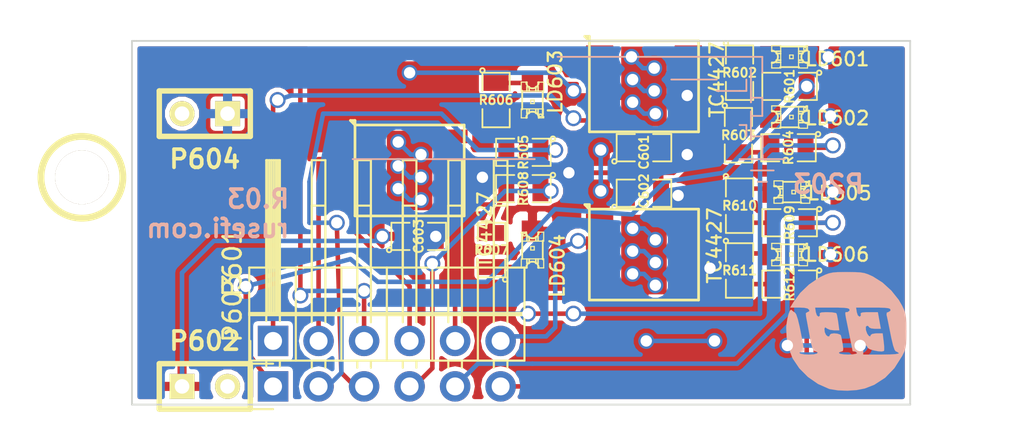
<source format=kicad_pcb>
(kicad_pcb (version 4) (host pcbnew 4.0.7)

  (general
    (links 51)
    (no_connects 0)
    (area 28.778999 12.121499 224.790001 255.053501)
    (thickness 1.6)
    (drawings 47)
    (tracks 301)
    (zones 0)
    (modules 30)
    (nets 35)
  )

  (page User 270.002 210.007)
  (title_block
    (title "High or low side drive board for RUSEFI.com")
    (rev .01)
    (company RUSEFI.com)
    (comment 2 Art_Electro)
    (comment 3 Art_Electro)
  )

  (layers
    (0 F.Cu signal)
    (31 B.Cu signal)
    (32 B.Adhes user)
    (33 F.Adhes user)
    (34 B.Paste user)
    (35 F.Paste user)
    (36 B.SilkS user)
    (37 F.SilkS user)
    (38 B.Mask user)
    (39 F.Mask user)
    (40 Dwgs.User user)
    (41 Cmts.User user)
    (42 Eco1.User user)
    (43 Eco2.User user hide)
    (44 Edge.Cuts user)
  )

  (setup
    (last_trace_width 0.254)
    (trace_clearance 0.2032)
    (zone_clearance 0.254)
    (zone_45_only no)
    (trace_min 0.254)
    (segment_width 0.1)
    (edge_width 0.1)
    (via_size 0.889)
    (via_drill 0.635)
    (via_min_size 0.889)
    (via_min_drill 0.508)
    (uvia_size 0.508)
    (uvia_drill 0.127)
    (uvias_allowed no)
    (uvia_min_size 0.508)
    (uvia_min_drill 0.127)
    (pcb_text_width 0.3)
    (pcb_text_size 1.5 1.5)
    (mod_edge_width 0.15)
    (mod_text_size 1 1)
    (mod_text_width 0.15)
    (pad_size 1.397 1.397)
    (pad_drill 0.8128)
    (pad_to_mask_clearance 0)
    (aux_axis_origin 0 0)
    (visible_elements 7FFCFF3F)
    (pcbplotparams
      (layerselection 0x010ff_80000001)
      (usegerberextensions true)
      (excludeedgelayer true)
      (linewidth 0.150000)
      (plotframeref false)
      (viasonmask false)
      (mode 1)
      (useauxorigin false)
      (hpglpennumber 1)
      (hpglpenspeed 20)
      (hpglpendiameter 15)
      (hpglpenoverlay 2)
      (psnegative false)
      (psa4output false)
      (plotreference true)
      (plotvalue true)
      (plotinvisibletext false)
      (padsonsilk false)
      (subtractmaskfromsilk false)
      (outputformat 1)
      (mirror false)
      (drillshape 0)
      (scaleselection 1)
      (outputdirectory high_gerber))
  )

  (net 0 "")
  (net 1 /HL1)
  (net 2 /HL2)
  (net 3 /HL3)
  (net 4 /HL4)
  (net 5 /HL5)
  (net 6 /HL6)
  (net 7 /H_IN1)
  (net 8 /H_IN2)
  (net 9 /H_IN3)
  (net 10 /H_IN4)
  (net 11 /H_IN5)
  (net 12 /H_IN6)
  (net 13 /VP)
  (net 14 GND)
  (net 15 "Net-(LD601-Pad1)")
  (net 16 "Net-(LD602-Pad1)")
  (net 17 "Net-(LD603-Pad1)")
  (net 18 "Net-(LD604-Pad1)")
  (net 19 "Net-(LD605-Pad1)")
  (net 20 "Net-(LD606-Pad1)")
  (net 21 5V)
  (net 22 12V)
  (net 23 "Net-(R601-Pad2)")
  (net 24 "Net-(R603-Pad2)")
  (net 25 "Net-(R605-Pad2)")
  (net 26 "Net-(R607-Pad2)")
  (net 27 "Net-(R609-Pad2)")
  (net 28 "Net-(R611-Pad2)")
  (net 29 "Net-(U601-Pad8)")
  (net 30 "Net-(U601-Pad1)")
  (net 31 "Net-(U602-Pad8)")
  (net 32 "Net-(U602-Pad1)")
  (net 33 "Net-(U603-Pad8)")
  (net 34 "Net-(U603-Pad1)")

  (net_class Default "This is the default net class."
    (clearance 0.2032)
    (trace_width 0.254)
    (via_dia 0.889)
    (via_drill 0.635)
    (uvia_dia 0.508)
    (uvia_drill 0.127)
    (add_net /HL1)
    (add_net /HL2)
    (add_net /HL3)
    (add_net /HL4)
    (add_net /HL5)
    (add_net /HL6)
    (add_net /H_IN1)
    (add_net /H_IN2)
    (add_net /H_IN3)
    (add_net /H_IN4)
    (add_net /H_IN5)
    (add_net /H_IN6)
    (add_net /VP)
    (add_net 12V)
    (add_net 5V)
    (add_net GND)
    (add_net "Net-(LD601-Pad1)")
    (add_net "Net-(LD602-Pad1)")
    (add_net "Net-(LD603-Pad1)")
    (add_net "Net-(LD604-Pad1)")
    (add_net "Net-(LD605-Pad1)")
    (add_net "Net-(LD606-Pad1)")
    (add_net "Net-(R601-Pad2)")
    (add_net "Net-(R603-Pad2)")
    (add_net "Net-(R605-Pad2)")
    (add_net "Net-(R607-Pad2)")
    (add_net "Net-(R609-Pad2)")
    (add_net "Net-(R611-Pad2)")
    (add_net "Net-(U601-Pad1)")
    (add_net "Net-(U601-Pad8)")
    (add_net "Net-(U602-Pad1)")
    (add_net "Net-(U602-Pad8)")
    (add_net "Net-(U603-Pad1)")
    (add_net "Net-(U603-Pad8)")
  )

  (net_class .02 ""
    (clearance 0.2032)
    (trace_width 0.508)
    (via_dia 0.889)
    (via_drill 0.635)
    (uvia_dia 0.508)
    (uvia_drill 0.127)
  )

  (module Pin_Headers:Pin_Header_Angled_1x06_Pitch2.54mm (layer F.Cu) (tedit 59650532) (tstamp 52E6404E)
    (at 182.88 165.1 90)
    (descr "Through hole angled pin header, 1x06, 2.54mm pitch, 6mm pin length, single row")
    (tags "Through hole angled pin header THT 1x06 2.54mm single row")
    (path /52E6349C)
    (fp_text reference P601 (at 4.385 -2.27 90) (layer F.SilkS)
      (effects (font (size 1 1) (thickness 0.15)))
    )
    (fp_text value CONN_3X2 (at 4.385 14.97 90) (layer F.Fab)
      (effects (font (size 1 1) (thickness 0.15)))
    )
    (fp_line (start 2.135 -1.27) (end 4.04 -1.27) (layer F.Fab) (width 0.1))
    (fp_line (start 4.04 -1.27) (end 4.04 13.97) (layer F.Fab) (width 0.1))
    (fp_line (start 4.04 13.97) (end 1.5 13.97) (layer F.Fab) (width 0.1))
    (fp_line (start 1.5 13.97) (end 1.5 -0.635) (layer F.Fab) (width 0.1))
    (fp_line (start 1.5 -0.635) (end 2.135 -1.27) (layer F.Fab) (width 0.1))
    (fp_line (start -0.32 -0.32) (end 1.5 -0.32) (layer F.Fab) (width 0.1))
    (fp_line (start -0.32 -0.32) (end -0.32 0.32) (layer F.Fab) (width 0.1))
    (fp_line (start -0.32 0.32) (end 1.5 0.32) (layer F.Fab) (width 0.1))
    (fp_line (start 4.04 -0.32) (end 10.04 -0.32) (layer F.Fab) (width 0.1))
    (fp_line (start 10.04 -0.32) (end 10.04 0.32) (layer F.Fab) (width 0.1))
    (fp_line (start 4.04 0.32) (end 10.04 0.32) (layer F.Fab) (width 0.1))
    (fp_line (start -0.32 2.22) (end 1.5 2.22) (layer F.Fab) (width 0.1))
    (fp_line (start -0.32 2.22) (end -0.32 2.86) (layer F.Fab) (width 0.1))
    (fp_line (start -0.32 2.86) (end 1.5 2.86) (layer F.Fab) (width 0.1))
    (fp_line (start 4.04 2.22) (end 10.04 2.22) (layer F.Fab) (width 0.1))
    (fp_line (start 10.04 2.22) (end 10.04 2.86) (layer F.Fab) (width 0.1))
    (fp_line (start 4.04 2.86) (end 10.04 2.86) (layer F.Fab) (width 0.1))
    (fp_line (start -0.32 4.76) (end 1.5 4.76) (layer F.Fab) (width 0.1))
    (fp_line (start -0.32 4.76) (end -0.32 5.4) (layer F.Fab) (width 0.1))
    (fp_line (start -0.32 5.4) (end 1.5 5.4) (layer F.Fab) (width 0.1))
    (fp_line (start 4.04 4.76) (end 10.04 4.76) (layer F.Fab) (width 0.1))
    (fp_line (start 10.04 4.76) (end 10.04 5.4) (layer F.Fab) (width 0.1))
    (fp_line (start 4.04 5.4) (end 10.04 5.4) (layer F.Fab) (width 0.1))
    (fp_line (start -0.32 7.3) (end 1.5 7.3) (layer F.Fab) (width 0.1))
    (fp_line (start -0.32 7.3) (end -0.32 7.94) (layer F.Fab) (width 0.1))
    (fp_line (start -0.32 7.94) (end 1.5 7.94) (layer F.Fab) (width 0.1))
    (fp_line (start 4.04 7.3) (end 10.04 7.3) (layer F.Fab) (width 0.1))
    (fp_line (start 10.04 7.3) (end 10.04 7.94) (layer F.Fab) (width 0.1))
    (fp_line (start 4.04 7.94) (end 10.04 7.94) (layer F.Fab) (width 0.1))
    (fp_line (start -0.32 9.84) (end 1.5 9.84) (layer F.Fab) (width 0.1))
    (fp_line (start -0.32 9.84) (end -0.32 10.48) (layer F.Fab) (width 0.1))
    (fp_line (start -0.32 10.48) (end 1.5 10.48) (layer F.Fab) (width 0.1))
    (fp_line (start 4.04 9.84) (end 10.04 9.84) (layer F.Fab) (width 0.1))
    (fp_line (start 10.04 9.84) (end 10.04 10.48) (layer F.Fab) (width 0.1))
    (fp_line (start 4.04 10.48) (end 10.04 10.48) (layer F.Fab) (width 0.1))
    (fp_line (start -0.32 12.38) (end 1.5 12.38) (layer F.Fab) (width 0.1))
    (fp_line (start -0.32 12.38) (end -0.32 13.02) (layer F.Fab) (width 0.1))
    (fp_line (start -0.32 13.02) (end 1.5 13.02) (layer F.Fab) (width 0.1))
    (fp_line (start 4.04 12.38) (end 10.04 12.38) (layer F.Fab) (width 0.1))
    (fp_line (start 10.04 12.38) (end 10.04 13.02) (layer F.Fab) (width 0.1))
    (fp_line (start 4.04 13.02) (end 10.04 13.02) (layer F.Fab) (width 0.1))
    (fp_line (start 1.44 -1.33) (end 1.44 14.03) (layer F.SilkS) (width 0.12))
    (fp_line (start 1.44 14.03) (end 4.1 14.03) (layer F.SilkS) (width 0.12))
    (fp_line (start 4.1 14.03) (end 4.1 -1.33) (layer F.SilkS) (width 0.12))
    (fp_line (start 4.1 -1.33) (end 1.44 -1.33) (layer F.SilkS) (width 0.12))
    (fp_line (start 4.1 -0.38) (end 10.1 -0.38) (layer F.SilkS) (width 0.12))
    (fp_line (start 10.1 -0.38) (end 10.1 0.38) (layer F.SilkS) (width 0.12))
    (fp_line (start 10.1 0.38) (end 4.1 0.38) (layer F.SilkS) (width 0.12))
    (fp_line (start 4.1 -0.32) (end 10.1 -0.32) (layer F.SilkS) (width 0.12))
    (fp_line (start 4.1 -0.2) (end 10.1 -0.2) (layer F.SilkS) (width 0.12))
    (fp_line (start 4.1 -0.08) (end 10.1 -0.08) (layer F.SilkS) (width 0.12))
    (fp_line (start 4.1 0.04) (end 10.1 0.04) (layer F.SilkS) (width 0.12))
    (fp_line (start 4.1 0.16) (end 10.1 0.16) (layer F.SilkS) (width 0.12))
    (fp_line (start 4.1 0.28) (end 10.1 0.28) (layer F.SilkS) (width 0.12))
    (fp_line (start 1.11 -0.38) (end 1.44 -0.38) (layer F.SilkS) (width 0.12))
    (fp_line (start 1.11 0.38) (end 1.44 0.38) (layer F.SilkS) (width 0.12))
    (fp_line (start 1.44 1.27) (end 4.1 1.27) (layer F.SilkS) (width 0.12))
    (fp_line (start 4.1 2.16) (end 10.1 2.16) (layer F.SilkS) (width 0.12))
    (fp_line (start 10.1 2.16) (end 10.1 2.92) (layer F.SilkS) (width 0.12))
    (fp_line (start 10.1 2.92) (end 4.1 2.92) (layer F.SilkS) (width 0.12))
    (fp_line (start 1.042929 2.16) (end 1.44 2.16) (layer F.SilkS) (width 0.12))
    (fp_line (start 1.042929 2.92) (end 1.44 2.92) (layer F.SilkS) (width 0.12))
    (fp_line (start 1.44 3.81) (end 4.1 3.81) (layer F.SilkS) (width 0.12))
    (fp_line (start 4.1 4.7) (end 10.1 4.7) (layer F.SilkS) (width 0.12))
    (fp_line (start 10.1 4.7) (end 10.1 5.46) (layer F.SilkS) (width 0.12))
    (fp_line (start 10.1 5.46) (end 4.1 5.46) (layer F.SilkS) (width 0.12))
    (fp_line (start 1.042929 4.7) (end 1.44 4.7) (layer F.SilkS) (width 0.12))
    (fp_line (start 1.042929 5.46) (end 1.44 5.46) (layer F.SilkS) (width 0.12))
    (fp_line (start 1.44 6.35) (end 4.1 6.35) (layer F.SilkS) (width 0.12))
    (fp_line (start 4.1 7.24) (end 10.1 7.24) (layer F.SilkS) (width 0.12))
    (fp_line (start 10.1 7.24) (end 10.1 8) (layer F.SilkS) (width 0.12))
    (fp_line (start 10.1 8) (end 4.1 8) (layer F.SilkS) (width 0.12))
    (fp_line (start 1.042929 7.24) (end 1.44 7.24) (layer F.SilkS) (width 0.12))
    (fp_line (start 1.042929 8) (end 1.44 8) (layer F.SilkS) (width 0.12))
    (fp_line (start 1.44 8.89) (end 4.1 8.89) (layer F.SilkS) (width 0.12))
    (fp_line (start 4.1 9.78) (end 10.1 9.78) (layer F.SilkS) (width 0.12))
    (fp_line (start 10.1 9.78) (end 10.1 10.54) (layer F.SilkS) (width 0.12))
    (fp_line (start 10.1 10.54) (end 4.1 10.54) (layer F.SilkS) (width 0.12))
    (fp_line (start 1.042929 9.78) (end 1.44 9.78) (layer F.SilkS) (width 0.12))
    (fp_line (start 1.042929 10.54) (end 1.44 10.54) (layer F.SilkS) (width 0.12))
    (fp_line (start 1.44 11.43) (end 4.1 11.43) (layer F.SilkS) (width 0.12))
    (fp_line (start 4.1 12.32) (end 10.1 12.32) (layer F.SilkS) (width 0.12))
    (fp_line (start 10.1 12.32) (end 10.1 13.08) (layer F.SilkS) (width 0.12))
    (fp_line (start 10.1 13.08) (end 4.1 13.08) (layer F.SilkS) (width 0.12))
    (fp_line (start 1.042929 12.32) (end 1.44 12.32) (layer F.SilkS) (width 0.12))
    (fp_line (start 1.042929 13.08) (end 1.44 13.08) (layer F.SilkS) (width 0.12))
    (fp_line (start -1.27 0) (end -1.27 -1.27) (layer F.SilkS) (width 0.12))
    (fp_line (start -1.27 -1.27) (end 0 -1.27) (layer F.SilkS) (width 0.12))
    (fp_line (start -1.8 -1.8) (end -1.8 14.5) (layer F.CrtYd) (width 0.05))
    (fp_line (start -1.8 14.5) (end 10.55 14.5) (layer F.CrtYd) (width 0.05))
    (fp_line (start 10.55 14.5) (end 10.55 -1.8) (layer F.CrtYd) (width 0.05))
    (fp_line (start 10.55 -1.8) (end -1.8 -1.8) (layer F.CrtYd) (width 0.05))
    (fp_text user %R (at 2.77 6.35 180) (layer F.Fab)
      (effects (font (size 1 1) (thickness 0.15)))
    )
    (pad 1 thru_hole rect (at 0 0 90) (size 1.7 1.7) (drill 1) (layers *.Cu *.Mask)
      (net 7 /H_IN1))
    (pad 2 thru_hole oval (at 0 2.54 90) (size 1.7 1.7) (drill 1) (layers *.Cu *.Mask)
      (net 8 /H_IN2))
    (pad 3 thru_hole oval (at 0 5.08 90) (size 1.7 1.7) (drill 1) (layers *.Cu *.Mask)
      (net 9 /H_IN3))
    (pad 4 thru_hole oval (at 0 7.62 90) (size 1.7 1.7) (drill 1) (layers *.Cu *.Mask)
      (net 10 /H_IN4))
    (pad 5 thru_hole oval (at 0 10.16 90) (size 1.7 1.7) (drill 1) (layers *.Cu *.Mask)
      (net 11 /H_IN5))
    (pad 6 thru_hole oval (at 0 12.7 90) (size 1.7 1.7) (drill 1) (layers *.Cu *.Mask)
      (net 12 /H_IN6))
    (model ${KISYS3DMOD}/Pin_Headers.3dshapes/Pin_Header_Angled_1x06_Pitch2.54mm.wrl
      (at (xyz 0 0 0))
      (scale (xyz 1 1 1))
      (rotate (xyz 0 0 0))
    )
  )

  (module SM0805 (layer F.Cu) (tedit 52E66D30) (tstamp 52E63E45)
    (at 208.915 150.114 270)
    (path /52E63D1A)
    (attr smd)
    (fp_text reference R602 (at 0 0 360) (layer F.SilkS)
      (effects (font (size 0.50038 0.50038) (thickness 0.10922)))
    )
    (fp_text value 2700 (at 0 0.381 270) (layer F.SilkS) hide
      (effects (font (size 0.50038 0.50038) (thickness 0.10922)))
    )
    (fp_circle (center -1.651 0.762) (end -1.651 0.635) (layer F.SilkS) (width 0.09906))
    (fp_line (start -0.508 0.762) (end -1.524 0.762) (layer F.SilkS) (width 0.09906))
    (fp_line (start -1.524 0.762) (end -1.524 -0.762) (layer F.SilkS) (width 0.09906))
    (fp_line (start -1.524 -0.762) (end -0.508 -0.762) (layer F.SilkS) (width 0.09906))
    (fp_line (start 0.508 -0.762) (end 1.524 -0.762) (layer F.SilkS) (width 0.09906))
    (fp_line (start 1.524 -0.762) (end 1.524 0.762) (layer F.SilkS) (width 0.09906))
    (fp_line (start 1.524 0.762) (end 0.508 0.762) (layer F.SilkS) (width 0.09906))
    (pad 1 smd rect (at -0.9525 0 270) (size 0.889 1.397) (layers F.Cu F.Paste F.Mask)
      (net 15 "Net-(LD601-Pad1)"))
    (pad 2 smd rect (at 0.9525 0 270) (size 0.889 1.397) (layers F.Cu F.Paste F.Mask)
      (net 23 "Net-(R601-Pad2)"))
    (model smd/chip_cms.wrl
      (at (xyz 0 0 0))
      (scale (xyz 0.1 0.1 0.1))
      (rotate (xyz 0 0 0))
    )
  )

  (module SOIC8-DFN (layer F.Cu) (tedit 531CCAEF) (tstamp 52E641FF)
    (at 190.5 155.575 90)
    (path /531CB8D8)
    (attr smd)
    (fp_text reference U602 (at 0 -3.81 90) (layer F.SilkS) hide
      (effects (font (size 1.016 1.016) (thickness 0.2032)))
    )
    (fp_text value TC4427 (at -3.302 4.191 90) (layer F.SilkS)
      (effects (font (size 0.762 0.762) (thickness 0.127)))
    )
    (fp_line (start 2.794 -3.048) (end 2.54 -3.048) (layer F.SilkS) (width 0.15))
    (fp_line (start 2.54 -3.048) (end 2.794 -3.302) (layer F.SilkS) (width 0.15))
    (fp_line (start 2.794 -3.302) (end 2.794 -3.048) (layer F.SilkS) (width 0.15))
    (fp_line (start -2.54 -3.048) (end 2.54 -3.048) (layer F.SilkS) (width 0.15))
    (fp_line (start 2.54 -3.048) (end 2.54 3.048) (layer F.SilkS) (width 0.15))
    (fp_line (start 2.54 3.048) (end -2.54 3.048) (layer F.SilkS) (width 0.15))
    (fp_line (start -2.54 3.048) (end -2.54 -3.048) (layer F.SilkS) (width 0.15))
    (pad 9 smd rect (at 0 0 90) (size 4.445 2.54) (layers F.Cu F.Paste F.Mask)
      (net 14 GND))
    (pad 5 smd rect (at -1.905 2.4765 90) (size 0.762 1.524) (layers F.Cu F.Paste F.Mask)
      (net 26 "Net-(R607-Pad2)"))
    (pad 6 smd rect (at -0.635 2.4765 90) (size 0.762 1.524) (layers F.Cu F.Paste F.Mask)
      (net 13 /VP))
    (pad 7 smd rect (at 0.635 2.4765 90) (size 0.762 1.524) (layers F.Cu F.Paste F.Mask)
      (net 25 "Net-(R605-Pad2)"))
    (pad 8 smd rect (at 1.905 2.4765 90) (size 0.762 1.524) (layers F.Cu F.Paste F.Mask)
      (net 31 "Net-(U602-Pad8)"))
    (pad 4 smd rect (at -1.905 -2.4765 90) (size 0.762 1.524) (layers F.Cu F.Paste F.Mask)
      (net 10 /H_IN4))
    (pad 3 smd rect (at -0.635 -2.4765 90) (size 0.762 1.524) (layers F.Cu F.Paste F.Mask)
      (net 14 GND))
    (pad 2 smd rect (at 0.635 -2.4765 90) (size 0.762 1.524) (layers F.Cu F.Paste F.Mask)
      (net 8 /H_IN2))
    (pad 1 smd rect (at 1.905 -2.4765 90) (size 0.762 1.524) (layers F.Cu F.Paste F.Mask)
      (net 32 "Net-(U602-Pad1)"))
    (model smd/cms_so8.wrl
      (at (xyz 0 0 0))
      (scale (xyz 0.5 0.35 0.5))
      (rotate (xyz 180 180 0))
    )
  )

  (module SOIC8-DFN (layer F.Cu) (tedit 531CCB00) (tstamp 52E641E6)
    (at 203.581 160.274 90)
    (path /531CB8E1)
    (attr smd)
    (fp_text reference U603 (at 0 -3.81 90) (layer F.SilkS) hide
      (effects (font (size 1.016 1.016) (thickness 0.2032)))
    )
    (fp_text value TC4427 (at 0.508 3.937 90) (layer F.SilkS)
      (effects (font (size 0.762 0.762) (thickness 0.127)))
    )
    (fp_line (start 2.794 -3.048) (end 2.54 -3.048) (layer F.SilkS) (width 0.15))
    (fp_line (start 2.54 -3.048) (end 2.794 -3.302) (layer F.SilkS) (width 0.15))
    (fp_line (start 2.794 -3.302) (end 2.794 -3.048) (layer F.SilkS) (width 0.15))
    (fp_line (start -2.54 -3.048) (end 2.54 -3.048) (layer F.SilkS) (width 0.15))
    (fp_line (start 2.54 -3.048) (end 2.54 3.048) (layer F.SilkS) (width 0.15))
    (fp_line (start 2.54 3.048) (end -2.54 3.048) (layer F.SilkS) (width 0.15))
    (fp_line (start -2.54 3.048) (end -2.54 -3.048) (layer F.SilkS) (width 0.15))
    (pad 9 smd rect (at 0 0 90) (size 4.445 2.54) (layers F.Cu F.Paste F.Mask)
      (net 14 GND))
    (pad 5 smd rect (at -1.905 2.4765 90) (size 0.762 1.524) (layers F.Cu F.Paste F.Mask)
      (net 28 "Net-(R611-Pad2)"))
    (pad 6 smd rect (at -0.635 2.4765 90) (size 0.762 1.524) (layers F.Cu F.Paste F.Mask)
      (net 13 /VP))
    (pad 7 smd rect (at 0.635 2.4765 90) (size 0.762 1.524) (layers F.Cu F.Paste F.Mask)
      (net 27 "Net-(R609-Pad2)"))
    (pad 8 smd rect (at 1.905 2.4765 90) (size 0.762 1.524) (layers F.Cu F.Paste F.Mask)
      (net 33 "Net-(U603-Pad8)"))
    (pad 4 smd rect (at -1.905 -2.4765 90) (size 0.762 1.524) (layers F.Cu F.Paste F.Mask)
      (net 11 /H_IN5))
    (pad 3 smd rect (at -0.635 -2.4765 90) (size 0.762 1.524) (layers F.Cu F.Paste F.Mask)
      (net 14 GND))
    (pad 2 smd rect (at 0.635 -2.4765 90) (size 0.762 1.524) (layers F.Cu F.Paste F.Mask)
      (net 12 /H_IN6))
    (pad 1 smd rect (at 1.905 -2.4765 90) (size 0.762 1.524) (layers F.Cu F.Paste F.Mask)
      (net 34 "Net-(U603-Pad1)"))
    (model smd/cms_so8.wrl
      (at (xyz 0 0 0))
      (scale (xyz 0.5 0.35 0.5))
      (rotate (xyz 180 180 0))
    )
  )

  (module SOIC8-DFN (layer F.Cu) (tedit 531CCAF9) (tstamp 52E64218)
    (at 203.581 150.876 90)
    (path /531CB7D3)
    (attr smd)
    (fp_text reference U601 (at 0 -3.81 90) (layer F.SilkS) hide
      (effects (font (size 1.016 1.016) (thickness 0.2032)))
    )
    (fp_text value TC4427 (at 0.381 4.064 90) (layer F.SilkS)
      (effects (font (size 0.762 0.762) (thickness 0.127)))
    )
    (fp_line (start 2.794 -3.048) (end 2.54 -3.048) (layer F.SilkS) (width 0.15))
    (fp_line (start 2.54 -3.048) (end 2.794 -3.302) (layer F.SilkS) (width 0.15))
    (fp_line (start 2.794 -3.302) (end 2.794 -3.048) (layer F.SilkS) (width 0.15))
    (fp_line (start -2.54 -3.048) (end 2.54 -3.048) (layer F.SilkS) (width 0.15))
    (fp_line (start 2.54 -3.048) (end 2.54 3.048) (layer F.SilkS) (width 0.15))
    (fp_line (start 2.54 3.048) (end -2.54 3.048) (layer F.SilkS) (width 0.15))
    (fp_line (start -2.54 3.048) (end -2.54 -3.048) (layer F.SilkS) (width 0.15))
    (pad 9 smd rect (at 0 0 90) (size 4.445 2.54) (layers F.Cu F.Paste F.Mask)
      (net 14 GND))
    (pad 5 smd rect (at -1.905 2.4765 90) (size 0.762 1.524) (layers F.Cu F.Paste F.Mask)
      (net 24 "Net-(R603-Pad2)"))
    (pad 6 smd rect (at -0.635 2.4765 90) (size 0.762 1.524) (layers F.Cu F.Paste F.Mask)
      (net 13 /VP))
    (pad 7 smd rect (at 0.635 2.4765 90) (size 0.762 1.524) (layers F.Cu F.Paste F.Mask)
      (net 23 "Net-(R601-Pad2)"))
    (pad 8 smd rect (at 1.905 2.4765 90) (size 0.762 1.524) (layers F.Cu F.Paste F.Mask)
      (net 29 "Net-(U601-Pad8)"))
    (pad 4 smd rect (at -1.905 -2.4765 90) (size 0.762 1.524) (layers F.Cu F.Paste F.Mask)
      (net 7 /H_IN1))
    (pad 3 smd rect (at -0.635 -2.4765 90) (size 0.762 1.524) (layers F.Cu F.Paste F.Mask)
      (net 14 GND))
    (pad 2 smd rect (at 0.635 -2.4765 90) (size 0.762 1.524) (layers F.Cu F.Paste F.Mask)
      (net 9 /H_IN3))
    (pad 1 smd rect (at 1.905 -2.4765 90) (size 0.762 1.524) (layers F.Cu F.Paste F.Mask)
      (net 30 "Net-(U601-Pad1)"))
    (model smd/cms_so8.wrl
      (at (xyz 0 0 0))
      (scale (xyz 0.5 0.35 0.5))
      (rotate (xyz 180 180 0))
    )
  )

  (module SM0805 (layer F.Cu) (tedit 52E66D4D) (tstamp 52E63DEA)
    (at 195.072 160.02 90)
    (path /52E63D51)
    (attr smd)
    (fp_text reference R607 (at 0 0 180) (layer F.SilkS)
      (effects (font (size 0.50038 0.50038) (thickness 0.10922)))
    )
    (fp_text value 2700 (at 0 0.381 90) (layer F.SilkS) hide
      (effects (font (size 0.50038 0.50038) (thickness 0.10922)))
    )
    (fp_circle (center -1.651 0.762) (end -1.651 0.635) (layer F.SilkS) (width 0.09906))
    (fp_line (start -0.508 0.762) (end -1.524 0.762) (layer F.SilkS) (width 0.09906))
    (fp_line (start -1.524 0.762) (end -1.524 -0.762) (layer F.SilkS) (width 0.09906))
    (fp_line (start -1.524 -0.762) (end -0.508 -0.762) (layer F.SilkS) (width 0.09906))
    (fp_line (start 0.508 -0.762) (end 1.524 -0.762) (layer F.SilkS) (width 0.09906))
    (fp_line (start 1.524 -0.762) (end 1.524 0.762) (layer F.SilkS) (width 0.09906))
    (fp_line (start 1.524 0.762) (end 0.508 0.762) (layer F.SilkS) (width 0.09906))
    (pad 1 smd rect (at -0.9525 0 90) (size 0.889 1.397) (layers F.Cu F.Paste F.Mask)
      (net 18 "Net-(LD604-Pad1)"))
    (pad 2 smd rect (at 0.9525 0 90) (size 0.889 1.397) (layers F.Cu F.Paste F.Mask)
      (net 26 "Net-(R607-Pad2)"))
    (model smd/chip_cms.wrl
      (at (xyz 0 0 0))
      (scale (xyz 0.1 0.1 0.1))
      (rotate (xyz 0 0 0))
    )
  )

  (module SM0805 (layer F.Cu) (tedit 52E66D47) (tstamp 52E63DF7)
    (at 196.85 156.591 180)
    (path /52E63D5A)
    (attr smd)
    (fp_text reference R608 (at 0 0 270) (layer F.SilkS)
      (effects (font (size 0.50038 0.50038) (thickness 0.10922)))
    )
    (fp_text value 100 (at 0 0.381 180) (layer F.SilkS) hide
      (effects (font (size 0.50038 0.50038) (thickness 0.10922)))
    )
    (fp_circle (center -1.651 0.762) (end -1.651 0.635) (layer F.SilkS) (width 0.09906))
    (fp_line (start -0.508 0.762) (end -1.524 0.762) (layer F.SilkS) (width 0.09906))
    (fp_line (start -1.524 0.762) (end -1.524 -0.762) (layer F.SilkS) (width 0.09906))
    (fp_line (start -1.524 -0.762) (end -0.508 -0.762) (layer F.SilkS) (width 0.09906))
    (fp_line (start 0.508 -0.762) (end 1.524 -0.762) (layer F.SilkS) (width 0.09906))
    (fp_line (start 1.524 -0.762) (end 1.524 0.762) (layer F.SilkS) (width 0.09906))
    (fp_line (start 1.524 0.762) (end 0.508 0.762) (layer F.SilkS) (width 0.09906))
    (pad 1 smd rect (at -0.9525 0 180) (size 0.889 1.397) (layers F.Cu F.Paste F.Mask)
      (net 4 /HL4))
    (pad 2 smd rect (at 0.9525 0 180) (size 0.889 1.397) (layers F.Cu F.Paste F.Mask)
      (net 26 "Net-(R607-Pad2)"))
    (model smd/chip_cms.wrl
      (at (xyz 0 0 0))
      (scale (xyz 0.1 0.1 0.1))
      (rotate (xyz 0 0 0))
    )
  )

  (module SM0805 (layer F.Cu) (tedit 52E66D2A) (tstamp 52E63E04)
    (at 208.915 157.5435 270)
    (path /52E63CB5)
    (attr smd)
    (fp_text reference R610 (at 0 0 360) (layer F.SilkS)
      (effects (font (size 0.50038 0.50038) (thickness 0.10922)))
    )
    (fp_text value 2700 (at 0 0.381 270) (layer F.SilkS) hide
      (effects (font (size 0.50038 0.50038) (thickness 0.10922)))
    )
    (fp_circle (center -1.651 0.762) (end -1.651 0.635) (layer F.SilkS) (width 0.09906))
    (fp_line (start -0.508 0.762) (end -1.524 0.762) (layer F.SilkS) (width 0.09906))
    (fp_line (start -1.524 0.762) (end -1.524 -0.762) (layer F.SilkS) (width 0.09906))
    (fp_line (start -1.524 -0.762) (end -0.508 -0.762) (layer F.SilkS) (width 0.09906))
    (fp_line (start 0.508 -0.762) (end 1.524 -0.762) (layer F.SilkS) (width 0.09906))
    (fp_line (start 1.524 -0.762) (end 1.524 0.762) (layer F.SilkS) (width 0.09906))
    (fp_line (start 1.524 0.762) (end 0.508 0.762) (layer F.SilkS) (width 0.09906))
    (pad 1 smd rect (at -0.9525 0 270) (size 0.889 1.397) (layers F.Cu F.Paste F.Mask)
      (net 19 "Net-(LD605-Pad1)"))
    (pad 2 smd rect (at 0.9525 0 270) (size 0.889 1.397) (layers F.Cu F.Paste F.Mask)
      (net 27 "Net-(R609-Pad2)"))
    (model smd/chip_cms.wrl
      (at (xyz 0 0 0))
      (scale (xyz 0.1 0.1 0.1))
      (rotate (xyz 0 0 0))
    )
  )

  (module SM0805 (layer F.Cu) (tedit 52E66D29) (tstamp 52E63E11)
    (at 208.8515 153.6065 270)
    (path /52E63D63)
    (attr smd)
    (fp_text reference R603 (at 0 0 360) (layer F.SilkS)
      (effects (font (size 0.50038 0.50038) (thickness 0.10922)))
    )
    (fp_text value 2700 (at 0 0.381 270) (layer F.SilkS) hide
      (effects (font (size 0.50038 0.50038) (thickness 0.10922)))
    )
    (fp_circle (center -1.651 0.762) (end -1.651 0.635) (layer F.SilkS) (width 0.09906))
    (fp_line (start -0.508 0.762) (end -1.524 0.762) (layer F.SilkS) (width 0.09906))
    (fp_line (start -1.524 0.762) (end -1.524 -0.762) (layer F.SilkS) (width 0.09906))
    (fp_line (start -1.524 -0.762) (end -0.508 -0.762) (layer F.SilkS) (width 0.09906))
    (fp_line (start 0.508 -0.762) (end 1.524 -0.762) (layer F.SilkS) (width 0.09906))
    (fp_line (start 1.524 -0.762) (end 1.524 0.762) (layer F.SilkS) (width 0.09906))
    (fp_line (start 1.524 0.762) (end 0.508 0.762) (layer F.SilkS) (width 0.09906))
    (pad 1 smd rect (at -0.9525 0 270) (size 0.889 1.397) (layers F.Cu F.Paste F.Mask)
      (net 16 "Net-(LD602-Pad1)"))
    (pad 2 smd rect (at 0.9525 0 270) (size 0.889 1.397) (layers F.Cu F.Paste F.Mask)
      (net 24 "Net-(R603-Pad2)"))
    (model smd/chip_cms.wrl
      (at (xyz 0 0 0))
      (scale (xyz 0.1 0.1 0.1))
      (rotate (xyz 0 0 0))
    )
  )

  (module SM0805 (layer F.Cu) (tedit 52E66D3F) (tstamp 52E63E1E)
    (at 211.6455 154.305 180)
    (path /52E63D6C)
    (attr smd)
    (fp_text reference R604 (at 0 0 270) (layer F.SilkS)
      (effects (font (size 0.50038 0.50038) (thickness 0.10922)))
    )
    (fp_text value 100 (at 0 0.381 180) (layer F.SilkS) hide
      (effects (font (size 0.50038 0.50038) (thickness 0.10922)))
    )
    (fp_circle (center -1.651 0.762) (end -1.651 0.635) (layer F.SilkS) (width 0.09906))
    (fp_line (start -0.508 0.762) (end -1.524 0.762) (layer F.SilkS) (width 0.09906))
    (fp_line (start -1.524 0.762) (end -1.524 -0.762) (layer F.SilkS) (width 0.09906))
    (fp_line (start -1.524 -0.762) (end -0.508 -0.762) (layer F.SilkS) (width 0.09906))
    (fp_line (start 0.508 -0.762) (end 1.524 -0.762) (layer F.SilkS) (width 0.09906))
    (fp_line (start 1.524 -0.762) (end 1.524 0.762) (layer F.SilkS) (width 0.09906))
    (fp_line (start 1.524 0.762) (end 0.508 0.762) (layer F.SilkS) (width 0.09906))
    (pad 1 smd rect (at -0.9525 0 180) (size 0.889 1.397) (layers F.Cu F.Paste F.Mask)
      (net 2 /HL2))
    (pad 2 smd rect (at 0.9525 0 180) (size 0.889 1.397) (layers F.Cu F.Paste F.Mask)
      (net 24 "Net-(R603-Pad2)"))
    (model smd/chip_cms.wrl
      (at (xyz 0 0 0))
      (scale (xyz 0.1 0.1 0.1))
      (rotate (xyz 0 0 0))
    )
  )

  (module SM0805 (layer F.Cu) (tedit 531CBA9F) (tstamp 52E63E2B)
    (at 203.581 156.845)
    (path /52E63D75)
    (attr smd)
    (fp_text reference C602 (at 0 -0.127 90) (layer F.SilkS)
      (effects (font (size 0.50038 0.50038) (thickness 0.10922)))
    )
    (fp_text value 0.1uF (at 0 0.381) (layer F.SilkS) hide
      (effects (font (size 0.50038 0.50038) (thickness 0.10922)))
    )
    (fp_circle (center -1.651 0.762) (end -1.651 0.635) (layer F.SilkS) (width 0.09906))
    (fp_line (start -0.508 0.762) (end -1.524 0.762) (layer F.SilkS) (width 0.09906))
    (fp_line (start -1.524 0.762) (end -1.524 -0.762) (layer F.SilkS) (width 0.09906))
    (fp_line (start -1.524 -0.762) (end -0.508 -0.762) (layer F.SilkS) (width 0.09906))
    (fp_line (start 0.508 -0.762) (end 1.524 -0.762) (layer F.SilkS) (width 0.09906))
    (fp_line (start 1.524 -0.762) (end 1.524 0.762) (layer F.SilkS) (width 0.09906))
    (fp_line (start 1.524 0.762) (end 0.508 0.762) (layer F.SilkS) (width 0.09906))
    (pad 1 smd rect (at -0.9525 0) (size 0.889 1.397) (layers F.Cu F.Paste F.Mask)
      (net 14 GND))
    (pad 2 smd rect (at 0.9525 0) (size 0.889 1.397) (layers F.Cu F.Paste F.Mask)
      (net 13 /VP))
    (model smd/chip_cms.wrl
      (at (xyz 0 0 0))
      (scale (xyz 0.1 0.1 0.1))
      (rotate (xyz 0 0 0))
    )
  )

  (module SM0805 (layer F.Cu) (tedit 52E66D3D) (tstamp 52E63E38)
    (at 211.709 150.876 180)
    (path /52E63D23)
    (attr smd)
    (fp_text reference R601 (at 0 0 270) (layer F.SilkS)
      (effects (font (size 0.50038 0.50038) (thickness 0.10922)))
    )
    (fp_text value 100 (at 0 0.381 180) (layer F.SilkS) hide
      (effects (font (size 0.50038 0.50038) (thickness 0.10922)))
    )
    (fp_circle (center -1.651 0.762) (end -1.651 0.635) (layer F.SilkS) (width 0.09906))
    (fp_line (start -0.508 0.762) (end -1.524 0.762) (layer F.SilkS) (width 0.09906))
    (fp_line (start -1.524 0.762) (end -1.524 -0.762) (layer F.SilkS) (width 0.09906))
    (fp_line (start -1.524 -0.762) (end -0.508 -0.762) (layer F.SilkS) (width 0.09906))
    (fp_line (start 0.508 -0.762) (end 1.524 -0.762) (layer F.SilkS) (width 0.09906))
    (fp_line (start 1.524 -0.762) (end 1.524 0.762) (layer F.SilkS) (width 0.09906))
    (fp_line (start 1.524 0.762) (end 0.508 0.762) (layer F.SilkS) (width 0.09906))
    (pad 1 smd rect (at -0.9525 0 180) (size 0.889 1.397) (layers F.Cu F.Paste F.Mask)
      (net 1 /HL1))
    (pad 2 smd rect (at 0.9525 0 180) (size 0.889 1.397) (layers F.Cu F.Paste F.Mask)
      (net 23 "Net-(R601-Pad2)"))
    (model smd/chip_cms.wrl
      (at (xyz 0 0 0))
      (scale (xyz 0.1 0.1 0.1))
      (rotate (xyz 0 0 0))
    )
  )

  (module SM0805 (layer F.Cu) (tedit 52E66D49) (tstamp 52E63E52)
    (at 196.85 154.559 180)
    (path /52E63D11)
    (attr smd)
    (fp_text reference R605 (at 0 0 270) (layer F.SilkS)
      (effects (font (size 0.50038 0.50038) (thickness 0.10922)))
    )
    (fp_text value 100 (at 0 0.381 180) (layer F.SilkS) hide
      (effects (font (size 0.50038 0.50038) (thickness 0.10922)))
    )
    (fp_circle (center -1.651 0.762) (end -1.651 0.635) (layer F.SilkS) (width 0.09906))
    (fp_line (start -0.508 0.762) (end -1.524 0.762) (layer F.SilkS) (width 0.09906))
    (fp_line (start -1.524 0.762) (end -1.524 -0.762) (layer F.SilkS) (width 0.09906))
    (fp_line (start -1.524 -0.762) (end -0.508 -0.762) (layer F.SilkS) (width 0.09906))
    (fp_line (start 0.508 -0.762) (end 1.524 -0.762) (layer F.SilkS) (width 0.09906))
    (fp_line (start 1.524 -0.762) (end 1.524 0.762) (layer F.SilkS) (width 0.09906))
    (fp_line (start 1.524 0.762) (end 0.508 0.762) (layer F.SilkS) (width 0.09906))
    (pad 1 smd rect (at -0.9525 0 180) (size 0.889 1.397) (layers F.Cu F.Paste F.Mask)
      (net 3 /HL3))
    (pad 2 smd rect (at 0.9525 0 180) (size 0.889 1.397) (layers F.Cu F.Paste F.Mask)
      (net 25 "Net-(R605-Pad2)"))
    (model smd/chip_cms.wrl
      (at (xyz 0 0 0))
      (scale (xyz 0.1 0.1 0.1))
      (rotate (xyz 0 0 0))
    )
  )

  (module SM0805 (layer F.Cu) (tedit 52E66D4B) (tstamp 52E63E5F)
    (at 195.326 151.638 270)
    (path /52E63D08)
    (attr smd)
    (fp_text reference R606 (at 0 0 360) (layer F.SilkS)
      (effects (font (size 0.50038 0.50038) (thickness 0.10922)))
    )
    (fp_text value 2700 (at 0 0.381 270) (layer F.SilkS) hide
      (effects (font (size 0.50038 0.50038) (thickness 0.10922)))
    )
    (fp_circle (center -1.651 0.762) (end -1.651 0.635) (layer F.SilkS) (width 0.09906))
    (fp_line (start -0.508 0.762) (end -1.524 0.762) (layer F.SilkS) (width 0.09906))
    (fp_line (start -1.524 0.762) (end -1.524 -0.762) (layer F.SilkS) (width 0.09906))
    (fp_line (start -1.524 -0.762) (end -0.508 -0.762) (layer F.SilkS) (width 0.09906))
    (fp_line (start 0.508 -0.762) (end 1.524 -0.762) (layer F.SilkS) (width 0.09906))
    (fp_line (start 1.524 -0.762) (end 1.524 0.762) (layer F.SilkS) (width 0.09906))
    (fp_line (start 1.524 0.762) (end 0.508 0.762) (layer F.SilkS) (width 0.09906))
    (pad 1 smd rect (at -0.9525 0 270) (size 0.889 1.397) (layers F.Cu F.Paste F.Mask)
      (net 17 "Net-(LD603-Pad1)"))
    (pad 2 smd rect (at 0.9525 0 270) (size 0.889 1.397) (layers F.Cu F.Paste F.Mask)
      (net 25 "Net-(R605-Pad2)"))
    (model smd/chip_cms.wrl
      (at (xyz 0 0 0))
      (scale (xyz 0.1 0.1 0.1))
      (rotate (xyz 0 0 0))
    )
  )

  (module SM0805 (layer F.Cu) (tedit 531CBAAA) (tstamp 52E63E6C)
    (at 203.581 154.305)
    (path /52E63D7E)
    (attr smd)
    (fp_text reference C601 (at 0 0.254 90) (layer F.SilkS)
      (effects (font (size 0.50038 0.50038) (thickness 0.10922)))
    )
    (fp_text value 0.1uF (at 0 0.381) (layer F.SilkS) hide
      (effects (font (size 0.50038 0.50038) (thickness 0.10922)))
    )
    (fp_circle (center -1.651 0.762) (end -1.651 0.635) (layer F.SilkS) (width 0.09906))
    (fp_line (start -0.508 0.762) (end -1.524 0.762) (layer F.SilkS) (width 0.09906))
    (fp_line (start -1.524 0.762) (end -1.524 -0.762) (layer F.SilkS) (width 0.09906))
    (fp_line (start -1.524 -0.762) (end -0.508 -0.762) (layer F.SilkS) (width 0.09906))
    (fp_line (start 0.508 -0.762) (end 1.524 -0.762) (layer F.SilkS) (width 0.09906))
    (fp_line (start 1.524 -0.762) (end 1.524 0.762) (layer F.SilkS) (width 0.09906))
    (fp_line (start 1.524 0.762) (end 0.508 0.762) (layer F.SilkS) (width 0.09906))
    (pad 1 smd rect (at -0.9525 0) (size 0.889 1.397) (layers F.Cu F.Paste F.Mask)
      (net 14 GND))
    (pad 2 smd rect (at 0.9525 0) (size 0.889 1.397) (layers F.Cu F.Paste F.Mask)
      (net 13 /VP))
    (model smd/chip_cms.wrl
      (at (xyz 0 0 0))
      (scale (xyz 0.1 0.1 0.1))
      (rotate (xyz 0 0 0))
    )
  )

  (module SM0805 (layer F.Cu) (tedit 52E66D41) (tstamp 52E63E79)
    (at 211.709 158.496 180)
    (path /52E63CBE)
    (attr smd)
    (fp_text reference R609 (at 0 0 270) (layer F.SilkS)
      (effects (font (size 0.50038 0.50038) (thickness 0.10922)))
    )
    (fp_text value 100 (at 0 0.381 180) (layer F.SilkS) hide
      (effects (font (size 0.50038 0.50038) (thickness 0.10922)))
    )
    (fp_circle (center -1.651 0.762) (end -1.651 0.635) (layer F.SilkS) (width 0.09906))
    (fp_line (start -0.508 0.762) (end -1.524 0.762) (layer F.SilkS) (width 0.09906))
    (fp_line (start -1.524 0.762) (end -1.524 -0.762) (layer F.SilkS) (width 0.09906))
    (fp_line (start -1.524 -0.762) (end -0.508 -0.762) (layer F.SilkS) (width 0.09906))
    (fp_line (start 0.508 -0.762) (end 1.524 -0.762) (layer F.SilkS) (width 0.09906))
    (fp_line (start 1.524 -0.762) (end 1.524 0.762) (layer F.SilkS) (width 0.09906))
    (fp_line (start 1.524 0.762) (end 0.508 0.762) (layer F.SilkS) (width 0.09906))
    (pad 1 smd rect (at -0.9525 0 180) (size 0.889 1.397) (layers F.Cu F.Paste F.Mask)
      (net 5 /HL5))
    (pad 2 smd rect (at 0.9525 0 180) (size 0.889 1.397) (layers F.Cu F.Paste F.Mask)
      (net 27 "Net-(R609-Pad2)"))
    (model smd/chip_cms.wrl
      (at (xyz 0 0 0))
      (scale (xyz 0.1 0.1 0.1))
      (rotate (xyz 0 0 0))
    )
  )

  (module SM0805 (layer F.Cu) (tedit 52E66E45) (tstamp 52E63E86)
    (at 191.008 159.258)
    (path /524F7FBD)
    (attr smd)
    (fp_text reference C603 (at 0 0 90) (layer F.SilkS)
      (effects (font (size 0.50038 0.50038) (thickness 0.10922)))
    )
    (fp_text value 0.1uF (at 0 0.381) (layer F.SilkS) hide
      (effects (font (size 0.50038 0.50038) (thickness 0.10922)))
    )
    (fp_circle (center -1.651 0.762) (end -1.651 0.635) (layer F.SilkS) (width 0.09906))
    (fp_line (start -0.508 0.762) (end -1.524 0.762) (layer F.SilkS) (width 0.09906))
    (fp_line (start -1.524 0.762) (end -1.524 -0.762) (layer F.SilkS) (width 0.09906))
    (fp_line (start -1.524 -0.762) (end -0.508 -0.762) (layer F.SilkS) (width 0.09906))
    (fp_line (start 0.508 -0.762) (end 1.524 -0.762) (layer F.SilkS) (width 0.09906))
    (fp_line (start 1.524 -0.762) (end 1.524 0.762) (layer F.SilkS) (width 0.09906))
    (fp_line (start 1.524 0.762) (end 0.508 0.762) (layer F.SilkS) (width 0.09906))
    (pad 1 smd rect (at -0.9525 0) (size 0.889 1.397) (layers F.Cu F.Paste F.Mask)
      (net 14 GND))
    (pad 2 smd rect (at 0.9525 0) (size 0.889 1.397) (layers F.Cu F.Paste F.Mask)
      (net 13 /VP))
    (model smd/chip_cms.wrl
      (at (xyz 0 0 0))
      (scale (xyz 0.1 0.1 0.1))
      (rotate (xyz 0 0 0))
    )
  )

  (module SM0805 (layer F.Cu) (tedit 52E66D43) (tstamp 52E63E93)
    (at 211.709 161.925 180)
    (path /52E5BFE6)
    (attr smd)
    (fp_text reference R612 (at 0 0 270) (layer F.SilkS)
      (effects (font (size 0.50038 0.50038) (thickness 0.10922)))
    )
    (fp_text value 100 (at 0 0.381 180) (layer F.SilkS) hide
      (effects (font (size 0.50038 0.50038) (thickness 0.10922)))
    )
    (fp_circle (center -1.651 0.762) (end -1.651 0.635) (layer F.SilkS) (width 0.09906))
    (fp_line (start -0.508 0.762) (end -1.524 0.762) (layer F.SilkS) (width 0.09906))
    (fp_line (start -1.524 0.762) (end -1.524 -0.762) (layer F.SilkS) (width 0.09906))
    (fp_line (start -1.524 -0.762) (end -0.508 -0.762) (layer F.SilkS) (width 0.09906))
    (fp_line (start 0.508 -0.762) (end 1.524 -0.762) (layer F.SilkS) (width 0.09906))
    (fp_line (start 1.524 -0.762) (end 1.524 0.762) (layer F.SilkS) (width 0.09906))
    (fp_line (start 1.524 0.762) (end 0.508 0.762) (layer F.SilkS) (width 0.09906))
    (pad 1 smd rect (at -0.9525 0 180) (size 0.889 1.397) (layers F.Cu F.Paste F.Mask)
      (net 6 /HL6))
    (pad 2 smd rect (at 0.9525 0 180) (size 0.889 1.397) (layers F.Cu F.Paste F.Mask)
      (net 28 "Net-(R611-Pad2)"))
    (model smd/chip_cms.wrl
      (at (xyz 0 0 0))
      (scale (xyz 0.1 0.1 0.1))
      (rotate (xyz 0 0 0))
    )
  )

  (module SM0805 (layer F.Cu) (tedit 52E66E41) (tstamp 52E63EA0)
    (at 208.915 161.163 270)
    (path /52E5BF4C)
    (attr smd)
    (fp_text reference R611 (at 0 0 360) (layer F.SilkS)
      (effects (font (size 0.50038 0.50038) (thickness 0.10922)))
    )
    (fp_text value 2700 (at 0 0.381 270) (layer F.SilkS) hide
      (effects (font (size 0.50038 0.50038) (thickness 0.10922)))
    )
    (fp_circle (center -1.651 0.762) (end -1.651 0.635) (layer F.SilkS) (width 0.09906))
    (fp_line (start -0.508 0.762) (end -1.524 0.762) (layer F.SilkS) (width 0.09906))
    (fp_line (start -1.524 0.762) (end -1.524 -0.762) (layer F.SilkS) (width 0.09906))
    (fp_line (start -1.524 -0.762) (end -0.508 -0.762) (layer F.SilkS) (width 0.09906))
    (fp_line (start 0.508 -0.762) (end 1.524 -0.762) (layer F.SilkS) (width 0.09906))
    (fp_line (start 1.524 -0.762) (end 1.524 0.762) (layer F.SilkS) (width 0.09906))
    (fp_line (start 1.524 0.762) (end 0.508 0.762) (layer F.SilkS) (width 0.09906))
    (pad 1 smd rect (at -0.9525 0 270) (size 0.889 1.397) (layers F.Cu F.Paste F.Mask)
      (net 20 "Net-(LD606-Pad1)"))
    (pad 2 smd rect (at 0.9525 0 270) (size 0.889 1.397) (layers F.Cu F.Paste F.Mask)
      (net 28 "Net-(R611-Pad2)"))
    (model smd/chip_cms.wrl
      (at (xyz 0 0 0))
      (scale (xyz 0.1 0.1 0.1))
      (rotate (xyz 0 0 0))
    )
  )

  (module 1pin (layer F.Cu) (tedit 52E7E2A1) (tstamp 52E6C0CD)
    (at 172.212 155.956)
    (descr "module 1 pin (ou trou mecanique de percage)")
    (tags DEV)
    (path /52E6C25B)
    (fp_text reference M601 (at -3.937 -0.381 90) (layer F.SilkS) hide
      (effects (font (size 1.016 1.016) (thickness 0.254)))
    )
    (fp_text value CONN_1 (at 0 2.794) (layer F.SilkS) hide
      (effects (font (size 1.016 1.016) (thickness 0.254)))
    )
    (fp_circle (center 0 0) (end 0 -2.286) (layer F.SilkS) (width 0.381))
    (pad "" thru_hole circle (at 0 0) (size 3 3) (drill 3) (layers *.Cu *.Mask F.SilkS))
  )

  (module LED-0805 (layer F.Cu) (tedit 531CCAD3) (tstamp 52E63DA1)
    (at 197.358 160.02 90)
    (descr "LED 0805 smd package")
    (tags "LED 0805 SMD")
    (path /52E63D3F)
    (attr smd)
    (fp_text reference LD604 (at -0.889 1.397 90) (layer F.SilkS)
      (effects (font (size 0.762 0.762) (thickness 0.127)))
    )
    (fp_text value LED (at 0 1.27 90) (layer F.SilkS) hide
      (effects (font (size 0.762 0.762) (thickness 0.127)))
    )
    (fp_line (start 0.49784 0.29972) (end 0.49784 0.62484) (layer F.SilkS) (width 0.06604))
    (fp_line (start 0.49784 0.62484) (end 0.99822 0.62484) (layer F.SilkS) (width 0.06604))
    (fp_line (start 0.99822 0.29972) (end 0.99822 0.62484) (layer F.SilkS) (width 0.06604))
    (fp_line (start 0.49784 0.29972) (end 0.99822 0.29972) (layer F.SilkS) (width 0.06604))
    (fp_line (start 0.49784 -0.32258) (end 0.49784 -0.17272) (layer F.SilkS) (width 0.06604))
    (fp_line (start 0.49784 -0.17272) (end 0.7493 -0.17272) (layer F.SilkS) (width 0.06604))
    (fp_line (start 0.7493 -0.32258) (end 0.7493 -0.17272) (layer F.SilkS) (width 0.06604))
    (fp_line (start 0.49784 -0.32258) (end 0.7493 -0.32258) (layer F.SilkS) (width 0.06604))
    (fp_line (start 0.49784 0.17272) (end 0.49784 0.32258) (layer F.SilkS) (width 0.06604))
    (fp_line (start 0.49784 0.32258) (end 0.7493 0.32258) (layer F.SilkS) (width 0.06604))
    (fp_line (start 0.7493 0.17272) (end 0.7493 0.32258) (layer F.SilkS) (width 0.06604))
    (fp_line (start 0.49784 0.17272) (end 0.7493 0.17272) (layer F.SilkS) (width 0.06604))
    (fp_line (start 0.49784 -0.19812) (end 0.49784 0.19812) (layer F.SilkS) (width 0.06604))
    (fp_line (start 0.49784 0.19812) (end 0.6731 0.19812) (layer F.SilkS) (width 0.06604))
    (fp_line (start 0.6731 -0.19812) (end 0.6731 0.19812) (layer F.SilkS) (width 0.06604))
    (fp_line (start 0.49784 -0.19812) (end 0.6731 -0.19812) (layer F.SilkS) (width 0.06604))
    (fp_line (start -0.99822 0.29972) (end -0.99822 0.62484) (layer F.SilkS) (width 0.06604))
    (fp_line (start -0.99822 0.62484) (end -0.49784 0.62484) (layer F.SilkS) (width 0.06604))
    (fp_line (start -0.49784 0.29972) (end -0.49784 0.62484) (layer F.SilkS) (width 0.06604))
    (fp_line (start -0.99822 0.29972) (end -0.49784 0.29972) (layer F.SilkS) (width 0.06604))
    (fp_line (start -0.99822 -0.62484) (end -0.99822 -0.29972) (layer F.SilkS) (width 0.06604))
    (fp_line (start -0.99822 -0.29972) (end -0.49784 -0.29972) (layer F.SilkS) (width 0.06604))
    (fp_line (start -0.49784 -0.62484) (end -0.49784 -0.29972) (layer F.SilkS) (width 0.06604))
    (fp_line (start -0.99822 -0.62484) (end -0.49784 -0.62484) (layer F.SilkS) (width 0.06604))
    (fp_line (start -0.7493 0.17272) (end -0.7493 0.32258) (layer F.SilkS) (width 0.06604))
    (fp_line (start -0.7493 0.32258) (end -0.49784 0.32258) (layer F.SilkS) (width 0.06604))
    (fp_line (start -0.49784 0.17272) (end -0.49784 0.32258) (layer F.SilkS) (width 0.06604))
    (fp_line (start -0.7493 0.17272) (end -0.49784 0.17272) (layer F.SilkS) (width 0.06604))
    (fp_line (start -0.7493 -0.32258) (end -0.7493 -0.17272) (layer F.SilkS) (width 0.06604))
    (fp_line (start -0.7493 -0.17272) (end -0.49784 -0.17272) (layer F.SilkS) (width 0.06604))
    (fp_line (start -0.49784 -0.32258) (end -0.49784 -0.17272) (layer F.SilkS) (width 0.06604))
    (fp_line (start -0.7493 -0.32258) (end -0.49784 -0.32258) (layer F.SilkS) (width 0.06604))
    (fp_line (start -0.6731 -0.19812) (end -0.6731 0.19812) (layer F.SilkS) (width 0.06604))
    (fp_line (start -0.6731 0.19812) (end -0.49784 0.19812) (layer F.SilkS) (width 0.06604))
    (fp_line (start -0.49784 -0.19812) (end -0.49784 0.19812) (layer F.SilkS) (width 0.06604))
    (fp_line (start -0.6731 -0.19812) (end -0.49784 -0.19812) (layer F.SilkS) (width 0.06604))
    (fp_line (start 0 -0.09906) (end 0 0.09906) (layer F.SilkS) (width 0.06604))
    (fp_line (start 0 0.09906) (end 0.19812 0.09906) (layer F.SilkS) (width 0.06604))
    (fp_line (start 0.19812 -0.09906) (end 0.19812 0.09906) (layer F.SilkS) (width 0.06604))
    (fp_line (start 0 -0.09906) (end 0.19812 -0.09906) (layer F.SilkS) (width 0.06604))
    (fp_line (start 0.49784 -0.59944) (end 0.49784 -0.29972) (layer F.SilkS) (width 0.06604))
    (fp_line (start 0.49784 -0.29972) (end 0.79756 -0.29972) (layer F.SilkS) (width 0.06604))
    (fp_line (start 0.79756 -0.59944) (end 0.79756 -0.29972) (layer F.SilkS) (width 0.06604))
    (fp_line (start 0.49784 -0.59944) (end 0.79756 -0.59944) (layer F.SilkS) (width 0.06604))
    (fp_line (start 0.92456 -0.62484) (end 0.92456 -0.39878) (layer F.SilkS) (width 0.06604))
    (fp_line (start 0.92456 -0.39878) (end 0.99822 -0.39878) (layer F.SilkS) (width 0.06604))
    (fp_line (start 0.99822 -0.62484) (end 0.99822 -0.39878) (layer F.SilkS) (width 0.06604))
    (fp_line (start 0.92456 -0.62484) (end 0.99822 -0.62484) (layer F.SilkS) (width 0.06604))
    (fp_line (start 0.52324 0.57404) (end -0.52324 0.57404) (layer F.SilkS) (width 0.1016))
    (fp_line (start -0.49784 -0.57404) (end 0.92456 -0.57404) (layer F.SilkS) (width 0.1016))
    (fp_circle (center 0.84836 -0.44958) (end 0.89916 -0.50038) (layer F.SilkS) (width 0.0508))
    (fp_arc (start 0.99822 0) (end 0.99822 0.34798) (angle 180) (layer F.SilkS) (width 0.1016))
    (fp_arc (start -0.99822 0) (end -0.99822 -0.34798) (angle 180) (layer F.SilkS) (width 0.1016))
    (pad 1 smd rect (at -1.04902 0 90) (size 1.19888 1.19888) (layers F.Cu F.Paste F.Mask)
      (net 18 "Net-(LD604-Pad1)"))
    (pad 2 smd rect (at 1.04902 0 90) (size 1.19888 1.19888) (layers F.Cu F.Paste F.Mask)
      (net 14 GND))
  )

  (module LED-0805 (layer F.Cu) (tedit 531CCB49) (tstamp 52E63DAD)
    (at 211.836 156.7815)
    (descr "LED 0805 smd package")
    (tags "LED 0805 SMD")
    (path /52E63CC7)
    (attr smd)
    (fp_text reference LD605 (at 2.667 0.0635) (layer F.SilkS)
      (effects (font (size 0.762 0.762) (thickness 0.127)))
    )
    (fp_text value LED (at 0 1.27) (layer F.SilkS) hide
      (effects (font (size 0.762 0.762) (thickness 0.127)))
    )
    (fp_line (start 0.49784 0.29972) (end 0.49784 0.62484) (layer F.SilkS) (width 0.06604))
    (fp_line (start 0.49784 0.62484) (end 0.99822 0.62484) (layer F.SilkS) (width 0.06604))
    (fp_line (start 0.99822 0.29972) (end 0.99822 0.62484) (layer F.SilkS) (width 0.06604))
    (fp_line (start 0.49784 0.29972) (end 0.99822 0.29972) (layer F.SilkS) (width 0.06604))
    (fp_line (start 0.49784 -0.32258) (end 0.49784 -0.17272) (layer F.SilkS) (width 0.06604))
    (fp_line (start 0.49784 -0.17272) (end 0.7493 -0.17272) (layer F.SilkS) (width 0.06604))
    (fp_line (start 0.7493 -0.32258) (end 0.7493 -0.17272) (layer F.SilkS) (width 0.06604))
    (fp_line (start 0.49784 -0.32258) (end 0.7493 -0.32258) (layer F.SilkS) (width 0.06604))
    (fp_line (start 0.49784 0.17272) (end 0.49784 0.32258) (layer F.SilkS) (width 0.06604))
    (fp_line (start 0.49784 0.32258) (end 0.7493 0.32258) (layer F.SilkS) (width 0.06604))
    (fp_line (start 0.7493 0.17272) (end 0.7493 0.32258) (layer F.SilkS) (width 0.06604))
    (fp_line (start 0.49784 0.17272) (end 0.7493 0.17272) (layer F.SilkS) (width 0.06604))
    (fp_line (start 0.49784 -0.19812) (end 0.49784 0.19812) (layer F.SilkS) (width 0.06604))
    (fp_line (start 0.49784 0.19812) (end 0.6731 0.19812) (layer F.SilkS) (width 0.06604))
    (fp_line (start 0.6731 -0.19812) (end 0.6731 0.19812) (layer F.SilkS) (width 0.06604))
    (fp_line (start 0.49784 -0.19812) (end 0.6731 -0.19812) (layer F.SilkS) (width 0.06604))
    (fp_line (start -0.99822 0.29972) (end -0.99822 0.62484) (layer F.SilkS) (width 0.06604))
    (fp_line (start -0.99822 0.62484) (end -0.49784 0.62484) (layer F.SilkS) (width 0.06604))
    (fp_line (start -0.49784 0.29972) (end -0.49784 0.62484) (layer F.SilkS) (width 0.06604))
    (fp_line (start -0.99822 0.29972) (end -0.49784 0.29972) (layer F.SilkS) (width 0.06604))
    (fp_line (start -0.99822 -0.62484) (end -0.99822 -0.29972) (layer F.SilkS) (width 0.06604))
    (fp_line (start -0.99822 -0.29972) (end -0.49784 -0.29972) (layer F.SilkS) (width 0.06604))
    (fp_line (start -0.49784 -0.62484) (end -0.49784 -0.29972) (layer F.SilkS) (width 0.06604))
    (fp_line (start -0.99822 -0.62484) (end -0.49784 -0.62484) (layer F.SilkS) (width 0.06604))
    (fp_line (start -0.7493 0.17272) (end -0.7493 0.32258) (layer F.SilkS) (width 0.06604))
    (fp_line (start -0.7493 0.32258) (end -0.49784 0.32258) (layer F.SilkS) (width 0.06604))
    (fp_line (start -0.49784 0.17272) (end -0.49784 0.32258) (layer F.SilkS) (width 0.06604))
    (fp_line (start -0.7493 0.17272) (end -0.49784 0.17272) (layer F.SilkS) (width 0.06604))
    (fp_line (start -0.7493 -0.32258) (end -0.7493 -0.17272) (layer F.SilkS) (width 0.06604))
    (fp_line (start -0.7493 -0.17272) (end -0.49784 -0.17272) (layer F.SilkS) (width 0.06604))
    (fp_line (start -0.49784 -0.32258) (end -0.49784 -0.17272) (layer F.SilkS) (width 0.06604))
    (fp_line (start -0.7493 -0.32258) (end -0.49784 -0.32258) (layer F.SilkS) (width 0.06604))
    (fp_line (start -0.6731 -0.19812) (end -0.6731 0.19812) (layer F.SilkS) (width 0.06604))
    (fp_line (start -0.6731 0.19812) (end -0.49784 0.19812) (layer F.SilkS) (width 0.06604))
    (fp_line (start -0.49784 -0.19812) (end -0.49784 0.19812) (layer F.SilkS) (width 0.06604))
    (fp_line (start -0.6731 -0.19812) (end -0.49784 -0.19812) (layer F.SilkS) (width 0.06604))
    (fp_line (start 0 -0.09906) (end 0 0.09906) (layer F.SilkS) (width 0.06604))
    (fp_line (start 0 0.09906) (end 0.19812 0.09906) (layer F.SilkS) (width 0.06604))
    (fp_line (start 0.19812 -0.09906) (end 0.19812 0.09906) (layer F.SilkS) (width 0.06604))
    (fp_line (start 0 -0.09906) (end 0.19812 -0.09906) (layer F.SilkS) (width 0.06604))
    (fp_line (start 0.49784 -0.59944) (end 0.49784 -0.29972) (layer F.SilkS) (width 0.06604))
    (fp_line (start 0.49784 -0.29972) (end 0.79756 -0.29972) (layer F.SilkS) (width 0.06604))
    (fp_line (start 0.79756 -0.59944) (end 0.79756 -0.29972) (layer F.SilkS) (width 0.06604))
    (fp_line (start 0.49784 -0.59944) (end 0.79756 -0.59944) (layer F.SilkS) (width 0.06604))
    (fp_line (start 0.92456 -0.62484) (end 0.92456 -0.39878) (layer F.SilkS) (width 0.06604))
    (fp_line (start 0.92456 -0.39878) (end 0.99822 -0.39878) (layer F.SilkS) (width 0.06604))
    (fp_line (start 0.99822 -0.62484) (end 0.99822 -0.39878) (layer F.SilkS) (width 0.06604))
    (fp_line (start 0.92456 -0.62484) (end 0.99822 -0.62484) (layer F.SilkS) (width 0.06604))
    (fp_line (start 0.52324 0.57404) (end -0.52324 0.57404) (layer F.SilkS) (width 0.1016))
    (fp_line (start -0.49784 -0.57404) (end 0.92456 -0.57404) (layer F.SilkS) (width 0.1016))
    (fp_circle (center 0.84836 -0.44958) (end 0.89916 -0.50038) (layer F.SilkS) (width 0.0508))
    (fp_arc (start 0.99822 0) (end 0.99822 0.34798) (angle 180) (layer F.SilkS) (width 0.1016))
    (fp_arc (start -0.99822 0) (end -0.99822 -0.34798) (angle 180) (layer F.SilkS) (width 0.1016))
    (pad 1 smd rect (at -1.04902 0) (size 1.19888 1.19888) (layers F.Cu F.Paste F.Mask)
      (net 19 "Net-(LD605-Pad1)"))
    (pad 2 smd rect (at 1.04902 0) (size 1.19888 1.19888) (layers F.Cu F.Paste F.Mask)
      (net 14 GND))
  )

  (module LED-0805 (layer F.Cu) (tedit 531CCB41) (tstamp 52E63DB9)
    (at 211.709 152.5905)
    (descr "LED 0805 smd package")
    (tags "LED 0805 SMD")
    (path /52E63D2C)
    (attr smd)
    (fp_text reference LD602 (at 2.667 0.0635) (layer F.SilkS)
      (effects (font (size 0.762 0.762) (thickness 0.127)))
    )
    (fp_text value LED (at 0 1.27) (layer F.SilkS) hide
      (effects (font (size 0.762 0.762) (thickness 0.127)))
    )
    (fp_line (start 0.49784 0.29972) (end 0.49784 0.62484) (layer F.SilkS) (width 0.06604))
    (fp_line (start 0.49784 0.62484) (end 0.99822 0.62484) (layer F.SilkS) (width 0.06604))
    (fp_line (start 0.99822 0.29972) (end 0.99822 0.62484) (layer F.SilkS) (width 0.06604))
    (fp_line (start 0.49784 0.29972) (end 0.99822 0.29972) (layer F.SilkS) (width 0.06604))
    (fp_line (start 0.49784 -0.32258) (end 0.49784 -0.17272) (layer F.SilkS) (width 0.06604))
    (fp_line (start 0.49784 -0.17272) (end 0.7493 -0.17272) (layer F.SilkS) (width 0.06604))
    (fp_line (start 0.7493 -0.32258) (end 0.7493 -0.17272) (layer F.SilkS) (width 0.06604))
    (fp_line (start 0.49784 -0.32258) (end 0.7493 -0.32258) (layer F.SilkS) (width 0.06604))
    (fp_line (start 0.49784 0.17272) (end 0.49784 0.32258) (layer F.SilkS) (width 0.06604))
    (fp_line (start 0.49784 0.32258) (end 0.7493 0.32258) (layer F.SilkS) (width 0.06604))
    (fp_line (start 0.7493 0.17272) (end 0.7493 0.32258) (layer F.SilkS) (width 0.06604))
    (fp_line (start 0.49784 0.17272) (end 0.7493 0.17272) (layer F.SilkS) (width 0.06604))
    (fp_line (start 0.49784 -0.19812) (end 0.49784 0.19812) (layer F.SilkS) (width 0.06604))
    (fp_line (start 0.49784 0.19812) (end 0.6731 0.19812) (layer F.SilkS) (width 0.06604))
    (fp_line (start 0.6731 -0.19812) (end 0.6731 0.19812) (layer F.SilkS) (width 0.06604))
    (fp_line (start 0.49784 -0.19812) (end 0.6731 -0.19812) (layer F.SilkS) (width 0.06604))
    (fp_line (start -0.99822 0.29972) (end -0.99822 0.62484) (layer F.SilkS) (width 0.06604))
    (fp_line (start -0.99822 0.62484) (end -0.49784 0.62484) (layer F.SilkS) (width 0.06604))
    (fp_line (start -0.49784 0.29972) (end -0.49784 0.62484) (layer F.SilkS) (width 0.06604))
    (fp_line (start -0.99822 0.29972) (end -0.49784 0.29972) (layer F.SilkS) (width 0.06604))
    (fp_line (start -0.99822 -0.62484) (end -0.99822 -0.29972) (layer F.SilkS) (width 0.06604))
    (fp_line (start -0.99822 -0.29972) (end -0.49784 -0.29972) (layer F.SilkS) (width 0.06604))
    (fp_line (start -0.49784 -0.62484) (end -0.49784 -0.29972) (layer F.SilkS) (width 0.06604))
    (fp_line (start -0.99822 -0.62484) (end -0.49784 -0.62484) (layer F.SilkS) (width 0.06604))
    (fp_line (start -0.7493 0.17272) (end -0.7493 0.32258) (layer F.SilkS) (width 0.06604))
    (fp_line (start -0.7493 0.32258) (end -0.49784 0.32258) (layer F.SilkS) (width 0.06604))
    (fp_line (start -0.49784 0.17272) (end -0.49784 0.32258) (layer F.SilkS) (width 0.06604))
    (fp_line (start -0.7493 0.17272) (end -0.49784 0.17272) (layer F.SilkS) (width 0.06604))
    (fp_line (start -0.7493 -0.32258) (end -0.7493 -0.17272) (layer F.SilkS) (width 0.06604))
    (fp_line (start -0.7493 -0.17272) (end -0.49784 -0.17272) (layer F.SilkS) (width 0.06604))
    (fp_line (start -0.49784 -0.32258) (end -0.49784 -0.17272) (layer F.SilkS) (width 0.06604))
    (fp_line (start -0.7493 -0.32258) (end -0.49784 -0.32258) (layer F.SilkS) (width 0.06604))
    (fp_line (start -0.6731 -0.19812) (end -0.6731 0.19812) (layer F.SilkS) (width 0.06604))
    (fp_line (start -0.6731 0.19812) (end -0.49784 0.19812) (layer F.SilkS) (width 0.06604))
    (fp_line (start -0.49784 -0.19812) (end -0.49784 0.19812) (layer F.SilkS) (width 0.06604))
    (fp_line (start -0.6731 -0.19812) (end -0.49784 -0.19812) (layer F.SilkS) (width 0.06604))
    (fp_line (start 0 -0.09906) (end 0 0.09906) (layer F.SilkS) (width 0.06604))
    (fp_line (start 0 0.09906) (end 0.19812 0.09906) (layer F.SilkS) (width 0.06604))
    (fp_line (start 0.19812 -0.09906) (end 0.19812 0.09906) (layer F.SilkS) (width 0.06604))
    (fp_line (start 0 -0.09906) (end 0.19812 -0.09906) (layer F.SilkS) (width 0.06604))
    (fp_line (start 0.49784 -0.59944) (end 0.49784 -0.29972) (layer F.SilkS) (width 0.06604))
    (fp_line (start 0.49784 -0.29972) (end 0.79756 -0.29972) (layer F.SilkS) (width 0.06604))
    (fp_line (start 0.79756 -0.59944) (end 0.79756 -0.29972) (layer F.SilkS) (width 0.06604))
    (fp_line (start 0.49784 -0.59944) (end 0.79756 -0.59944) (layer F.SilkS) (width 0.06604))
    (fp_line (start 0.92456 -0.62484) (end 0.92456 -0.39878) (layer F.SilkS) (width 0.06604))
    (fp_line (start 0.92456 -0.39878) (end 0.99822 -0.39878) (layer F.SilkS) (width 0.06604))
    (fp_line (start 0.99822 -0.62484) (end 0.99822 -0.39878) (layer F.SilkS) (width 0.06604))
    (fp_line (start 0.92456 -0.62484) (end 0.99822 -0.62484) (layer F.SilkS) (width 0.06604))
    (fp_line (start 0.52324 0.57404) (end -0.52324 0.57404) (layer F.SilkS) (width 0.1016))
    (fp_line (start -0.49784 -0.57404) (end 0.92456 -0.57404) (layer F.SilkS) (width 0.1016))
    (fp_circle (center 0.84836 -0.44958) (end 0.89916 -0.50038) (layer F.SilkS) (width 0.0508))
    (fp_arc (start 0.99822 0) (end 0.99822 0.34798) (angle 180) (layer F.SilkS) (width 0.1016))
    (fp_arc (start -0.99822 0) (end -0.99822 -0.34798) (angle 180) (layer F.SilkS) (width 0.1016))
    (pad 1 smd rect (at -1.04902 0) (size 1.19888 1.19888) (layers F.Cu F.Paste F.Mask)
      (net 16 "Net-(LD602-Pad1)"))
    (pad 2 smd rect (at 1.04902 0) (size 1.19888 1.19888) (layers F.Cu F.Paste F.Mask)
      (net 14 GND))
  )

  (module LED-0805 (layer F.Cu) (tedit 531CCB3A) (tstamp 52E63DC5)
    (at 211.709 149.225)
    (descr "LED 0805 smd package")
    (tags "LED 0805 SMD")
    (path /52E63D36)
    (attr smd)
    (fp_text reference LD601 (at 2.667 0.127) (layer F.SilkS)
      (effects (font (size 0.762 0.762) (thickness 0.127)))
    )
    (fp_text value LED (at 0 1.27) (layer F.SilkS) hide
      (effects (font (size 0.762 0.762) (thickness 0.127)))
    )
    (fp_line (start 0.49784 0.29972) (end 0.49784 0.62484) (layer F.SilkS) (width 0.06604))
    (fp_line (start 0.49784 0.62484) (end 0.99822 0.62484) (layer F.SilkS) (width 0.06604))
    (fp_line (start 0.99822 0.29972) (end 0.99822 0.62484) (layer F.SilkS) (width 0.06604))
    (fp_line (start 0.49784 0.29972) (end 0.99822 0.29972) (layer F.SilkS) (width 0.06604))
    (fp_line (start 0.49784 -0.32258) (end 0.49784 -0.17272) (layer F.SilkS) (width 0.06604))
    (fp_line (start 0.49784 -0.17272) (end 0.7493 -0.17272) (layer F.SilkS) (width 0.06604))
    (fp_line (start 0.7493 -0.32258) (end 0.7493 -0.17272) (layer F.SilkS) (width 0.06604))
    (fp_line (start 0.49784 -0.32258) (end 0.7493 -0.32258) (layer F.SilkS) (width 0.06604))
    (fp_line (start 0.49784 0.17272) (end 0.49784 0.32258) (layer F.SilkS) (width 0.06604))
    (fp_line (start 0.49784 0.32258) (end 0.7493 0.32258) (layer F.SilkS) (width 0.06604))
    (fp_line (start 0.7493 0.17272) (end 0.7493 0.32258) (layer F.SilkS) (width 0.06604))
    (fp_line (start 0.49784 0.17272) (end 0.7493 0.17272) (layer F.SilkS) (width 0.06604))
    (fp_line (start 0.49784 -0.19812) (end 0.49784 0.19812) (layer F.SilkS) (width 0.06604))
    (fp_line (start 0.49784 0.19812) (end 0.6731 0.19812) (layer F.SilkS) (width 0.06604))
    (fp_line (start 0.6731 -0.19812) (end 0.6731 0.19812) (layer F.SilkS) (width 0.06604))
    (fp_line (start 0.49784 -0.19812) (end 0.6731 -0.19812) (layer F.SilkS) (width 0.06604))
    (fp_line (start -0.99822 0.29972) (end -0.99822 0.62484) (layer F.SilkS) (width 0.06604))
    (fp_line (start -0.99822 0.62484) (end -0.49784 0.62484) (layer F.SilkS) (width 0.06604))
    (fp_line (start -0.49784 0.29972) (end -0.49784 0.62484) (layer F.SilkS) (width 0.06604))
    (fp_line (start -0.99822 0.29972) (end -0.49784 0.29972) (layer F.SilkS) (width 0.06604))
    (fp_line (start -0.99822 -0.62484) (end -0.99822 -0.29972) (layer F.SilkS) (width 0.06604))
    (fp_line (start -0.99822 -0.29972) (end -0.49784 -0.29972) (layer F.SilkS) (width 0.06604))
    (fp_line (start -0.49784 -0.62484) (end -0.49784 -0.29972) (layer F.SilkS) (width 0.06604))
    (fp_line (start -0.99822 -0.62484) (end -0.49784 -0.62484) (layer F.SilkS) (width 0.06604))
    (fp_line (start -0.7493 0.17272) (end -0.7493 0.32258) (layer F.SilkS) (width 0.06604))
    (fp_line (start -0.7493 0.32258) (end -0.49784 0.32258) (layer F.SilkS) (width 0.06604))
    (fp_line (start -0.49784 0.17272) (end -0.49784 0.32258) (layer F.SilkS) (width 0.06604))
    (fp_line (start -0.7493 0.17272) (end -0.49784 0.17272) (layer F.SilkS) (width 0.06604))
    (fp_line (start -0.7493 -0.32258) (end -0.7493 -0.17272) (layer F.SilkS) (width 0.06604))
    (fp_line (start -0.7493 -0.17272) (end -0.49784 -0.17272) (layer F.SilkS) (width 0.06604))
    (fp_line (start -0.49784 -0.32258) (end -0.49784 -0.17272) (layer F.SilkS) (width 0.06604))
    (fp_line (start -0.7493 -0.32258) (end -0.49784 -0.32258) (layer F.SilkS) (width 0.06604))
    (fp_line (start -0.6731 -0.19812) (end -0.6731 0.19812) (layer F.SilkS) (width 0.06604))
    (fp_line (start -0.6731 0.19812) (end -0.49784 0.19812) (layer F.SilkS) (width 0.06604))
    (fp_line (start -0.49784 -0.19812) (end -0.49784 0.19812) (layer F.SilkS) (width 0.06604))
    (fp_line (start -0.6731 -0.19812) (end -0.49784 -0.19812) (layer F.SilkS) (width 0.06604))
    (fp_line (start 0 -0.09906) (end 0 0.09906) (layer F.SilkS) (width 0.06604))
    (fp_line (start 0 0.09906) (end 0.19812 0.09906) (layer F.SilkS) (width 0.06604))
    (fp_line (start 0.19812 -0.09906) (end 0.19812 0.09906) (layer F.SilkS) (width 0.06604))
    (fp_line (start 0 -0.09906) (end 0.19812 -0.09906) (layer F.SilkS) (width 0.06604))
    (fp_line (start 0.49784 -0.59944) (end 0.49784 -0.29972) (layer F.SilkS) (width 0.06604))
    (fp_line (start 0.49784 -0.29972) (end 0.79756 -0.29972) (layer F.SilkS) (width 0.06604))
    (fp_line (start 0.79756 -0.59944) (end 0.79756 -0.29972) (layer F.SilkS) (width 0.06604))
    (fp_line (start 0.49784 -0.59944) (end 0.79756 -0.59944) (layer F.SilkS) (width 0.06604))
    (fp_line (start 0.92456 -0.62484) (end 0.92456 -0.39878) (layer F.SilkS) (width 0.06604))
    (fp_line (start 0.92456 -0.39878) (end 0.99822 -0.39878) (layer F.SilkS) (width 0.06604))
    (fp_line (start 0.99822 -0.62484) (end 0.99822 -0.39878) (layer F.SilkS) (width 0.06604))
    (fp_line (start 0.92456 -0.62484) (end 0.99822 -0.62484) (layer F.SilkS) (width 0.06604))
    (fp_line (start 0.52324 0.57404) (end -0.52324 0.57404) (layer F.SilkS) (width 0.1016))
    (fp_line (start -0.49784 -0.57404) (end 0.92456 -0.57404) (layer F.SilkS) (width 0.1016))
    (fp_circle (center 0.84836 -0.44958) (end 0.89916 -0.50038) (layer F.SilkS) (width 0.0508))
    (fp_arc (start 0.99822 0) (end 0.99822 0.34798) (angle 180) (layer F.SilkS) (width 0.1016))
    (fp_arc (start -0.99822 0) (end -0.99822 -0.34798) (angle 180) (layer F.SilkS) (width 0.1016))
    (pad 1 smd rect (at -1.04902 0) (size 1.19888 1.19888) (layers F.Cu F.Paste F.Mask)
      (net 15 "Net-(LD601-Pad1)"))
    (pad 2 smd rect (at 1.04902 0) (size 1.19888 1.19888) (layers F.Cu F.Paste F.Mask)
      (net 14 GND))
  )

  (module LED-0805 (layer F.Cu) (tedit 531CCB51) (tstamp 52E63DD1)
    (at 211.709 160.274)
    (descr "LED 0805 smd package")
    (tags "LED 0805 SMD")
    (path /52E5BF3C)
    (attr smd)
    (fp_text reference LD606 (at 2.667 0) (layer F.SilkS)
      (effects (font (size 0.762 0.762) (thickness 0.127)))
    )
    (fp_text value LED (at 0 1.27) (layer F.SilkS) hide
      (effects (font (size 0.762 0.762) (thickness 0.127)))
    )
    (fp_line (start 0.49784 0.29972) (end 0.49784 0.62484) (layer F.SilkS) (width 0.06604))
    (fp_line (start 0.49784 0.62484) (end 0.99822 0.62484) (layer F.SilkS) (width 0.06604))
    (fp_line (start 0.99822 0.29972) (end 0.99822 0.62484) (layer F.SilkS) (width 0.06604))
    (fp_line (start 0.49784 0.29972) (end 0.99822 0.29972) (layer F.SilkS) (width 0.06604))
    (fp_line (start 0.49784 -0.32258) (end 0.49784 -0.17272) (layer F.SilkS) (width 0.06604))
    (fp_line (start 0.49784 -0.17272) (end 0.7493 -0.17272) (layer F.SilkS) (width 0.06604))
    (fp_line (start 0.7493 -0.32258) (end 0.7493 -0.17272) (layer F.SilkS) (width 0.06604))
    (fp_line (start 0.49784 -0.32258) (end 0.7493 -0.32258) (layer F.SilkS) (width 0.06604))
    (fp_line (start 0.49784 0.17272) (end 0.49784 0.32258) (layer F.SilkS) (width 0.06604))
    (fp_line (start 0.49784 0.32258) (end 0.7493 0.32258) (layer F.SilkS) (width 0.06604))
    (fp_line (start 0.7493 0.17272) (end 0.7493 0.32258) (layer F.SilkS) (width 0.06604))
    (fp_line (start 0.49784 0.17272) (end 0.7493 0.17272) (layer F.SilkS) (width 0.06604))
    (fp_line (start 0.49784 -0.19812) (end 0.49784 0.19812) (layer F.SilkS) (width 0.06604))
    (fp_line (start 0.49784 0.19812) (end 0.6731 0.19812) (layer F.SilkS) (width 0.06604))
    (fp_line (start 0.6731 -0.19812) (end 0.6731 0.19812) (layer F.SilkS) (width 0.06604))
    (fp_line (start 0.49784 -0.19812) (end 0.6731 -0.19812) (layer F.SilkS) (width 0.06604))
    (fp_line (start -0.99822 0.29972) (end -0.99822 0.62484) (layer F.SilkS) (width 0.06604))
    (fp_line (start -0.99822 0.62484) (end -0.49784 0.62484) (layer F.SilkS) (width 0.06604))
    (fp_line (start -0.49784 0.29972) (end -0.49784 0.62484) (layer F.SilkS) (width 0.06604))
    (fp_line (start -0.99822 0.29972) (end -0.49784 0.29972) (layer F.SilkS) (width 0.06604))
    (fp_line (start -0.99822 -0.62484) (end -0.99822 -0.29972) (layer F.SilkS) (width 0.06604))
    (fp_line (start -0.99822 -0.29972) (end -0.49784 -0.29972) (layer F.SilkS) (width 0.06604))
    (fp_line (start -0.49784 -0.62484) (end -0.49784 -0.29972) (layer F.SilkS) (width 0.06604))
    (fp_line (start -0.99822 -0.62484) (end -0.49784 -0.62484) (layer F.SilkS) (width 0.06604))
    (fp_line (start -0.7493 0.17272) (end -0.7493 0.32258) (layer F.SilkS) (width 0.06604))
    (fp_line (start -0.7493 0.32258) (end -0.49784 0.32258) (layer F.SilkS) (width 0.06604))
    (fp_line (start -0.49784 0.17272) (end -0.49784 0.32258) (layer F.SilkS) (width 0.06604))
    (fp_line (start -0.7493 0.17272) (end -0.49784 0.17272) (layer F.SilkS) (width 0.06604))
    (fp_line (start -0.7493 -0.32258) (end -0.7493 -0.17272) (layer F.SilkS) (width 0.06604))
    (fp_line (start -0.7493 -0.17272) (end -0.49784 -0.17272) (layer F.SilkS) (width 0.06604))
    (fp_line (start -0.49784 -0.32258) (end -0.49784 -0.17272) (layer F.SilkS) (width 0.06604))
    (fp_line (start -0.7493 -0.32258) (end -0.49784 -0.32258) (layer F.SilkS) (width 0.06604))
    (fp_line (start -0.6731 -0.19812) (end -0.6731 0.19812) (layer F.SilkS) (width 0.06604))
    (fp_line (start -0.6731 0.19812) (end -0.49784 0.19812) (layer F.SilkS) (width 0.06604))
    (fp_line (start -0.49784 -0.19812) (end -0.49784 0.19812) (layer F.SilkS) (width 0.06604))
    (fp_line (start -0.6731 -0.19812) (end -0.49784 -0.19812) (layer F.SilkS) (width 0.06604))
    (fp_line (start 0 -0.09906) (end 0 0.09906) (layer F.SilkS) (width 0.06604))
    (fp_line (start 0 0.09906) (end 0.19812 0.09906) (layer F.SilkS) (width 0.06604))
    (fp_line (start 0.19812 -0.09906) (end 0.19812 0.09906) (layer F.SilkS) (width 0.06604))
    (fp_line (start 0 -0.09906) (end 0.19812 -0.09906) (layer F.SilkS) (width 0.06604))
    (fp_line (start 0.49784 -0.59944) (end 0.49784 -0.29972) (layer F.SilkS) (width 0.06604))
    (fp_line (start 0.49784 -0.29972) (end 0.79756 -0.29972) (layer F.SilkS) (width 0.06604))
    (fp_line (start 0.79756 -0.59944) (end 0.79756 -0.29972) (layer F.SilkS) (width 0.06604))
    (fp_line (start 0.49784 -0.59944) (end 0.79756 -0.59944) (layer F.SilkS) (width 0.06604))
    (fp_line (start 0.92456 -0.62484) (end 0.92456 -0.39878) (layer F.SilkS) (width 0.06604))
    (fp_line (start 0.92456 -0.39878) (end 0.99822 -0.39878) (layer F.SilkS) (width 0.06604))
    (fp_line (start 0.99822 -0.62484) (end 0.99822 -0.39878) (layer F.SilkS) (width 0.06604))
    (fp_line (start 0.92456 -0.62484) (end 0.99822 -0.62484) (layer F.SilkS) (width 0.06604))
    (fp_line (start 0.52324 0.57404) (end -0.52324 0.57404) (layer F.SilkS) (width 0.1016))
    (fp_line (start -0.49784 -0.57404) (end 0.92456 -0.57404) (layer F.SilkS) (width 0.1016))
    (fp_circle (center 0.84836 -0.44958) (end 0.89916 -0.50038) (layer F.SilkS) (width 0.0508))
    (fp_arc (start 0.99822 0) (end 0.99822 0.34798) (angle 180) (layer F.SilkS) (width 0.1016))
    (fp_arc (start -0.99822 0) (end -0.99822 -0.34798) (angle 180) (layer F.SilkS) (width 0.1016))
    (pad 1 smd rect (at -1.04902 0) (size 1.19888 1.19888) (layers F.Cu F.Paste F.Mask)
      (net 20 "Net-(LD606-Pad1)"))
    (pad 2 smd rect (at 1.04902 0) (size 1.19888 1.19888) (layers F.Cu F.Paste F.Mask)
      (net 14 GND))
  )

  (module LED-0805 (layer F.Cu) (tedit 531CCADB) (tstamp 52E63DDD)
    (at 197.358 151.638 270)
    (descr "LED 0805 smd package")
    (tags "LED 0805 SMD")
    (path /52E63D48)
    (attr smd)
    (fp_text reference LD603 (at -1.016 -1.27 270) (layer F.SilkS)
      (effects (font (size 0.762 0.762) (thickness 0.127)))
    )
    (fp_text value LED (at 0 1.27 270) (layer F.SilkS) hide
      (effects (font (size 0.762 0.762) (thickness 0.127)))
    )
    (fp_line (start 0.49784 0.29972) (end 0.49784 0.62484) (layer F.SilkS) (width 0.06604))
    (fp_line (start 0.49784 0.62484) (end 0.99822 0.62484) (layer F.SilkS) (width 0.06604))
    (fp_line (start 0.99822 0.29972) (end 0.99822 0.62484) (layer F.SilkS) (width 0.06604))
    (fp_line (start 0.49784 0.29972) (end 0.99822 0.29972) (layer F.SilkS) (width 0.06604))
    (fp_line (start 0.49784 -0.32258) (end 0.49784 -0.17272) (layer F.SilkS) (width 0.06604))
    (fp_line (start 0.49784 -0.17272) (end 0.7493 -0.17272) (layer F.SilkS) (width 0.06604))
    (fp_line (start 0.7493 -0.32258) (end 0.7493 -0.17272) (layer F.SilkS) (width 0.06604))
    (fp_line (start 0.49784 -0.32258) (end 0.7493 -0.32258) (layer F.SilkS) (width 0.06604))
    (fp_line (start 0.49784 0.17272) (end 0.49784 0.32258) (layer F.SilkS) (width 0.06604))
    (fp_line (start 0.49784 0.32258) (end 0.7493 0.32258) (layer F.SilkS) (width 0.06604))
    (fp_line (start 0.7493 0.17272) (end 0.7493 0.32258) (layer F.SilkS) (width 0.06604))
    (fp_line (start 0.49784 0.17272) (end 0.7493 0.17272) (layer F.SilkS) (width 0.06604))
    (fp_line (start 0.49784 -0.19812) (end 0.49784 0.19812) (layer F.SilkS) (width 0.06604))
    (fp_line (start 0.49784 0.19812) (end 0.6731 0.19812) (layer F.SilkS) (width 0.06604))
    (fp_line (start 0.6731 -0.19812) (end 0.6731 0.19812) (layer F.SilkS) (width 0.06604))
    (fp_line (start 0.49784 -0.19812) (end 0.6731 -0.19812) (layer F.SilkS) (width 0.06604))
    (fp_line (start -0.99822 0.29972) (end -0.99822 0.62484) (layer F.SilkS) (width 0.06604))
    (fp_line (start -0.99822 0.62484) (end -0.49784 0.62484) (layer F.SilkS) (width 0.06604))
    (fp_line (start -0.49784 0.29972) (end -0.49784 0.62484) (layer F.SilkS) (width 0.06604))
    (fp_line (start -0.99822 0.29972) (end -0.49784 0.29972) (layer F.SilkS) (width 0.06604))
    (fp_line (start -0.99822 -0.62484) (end -0.99822 -0.29972) (layer F.SilkS) (width 0.06604))
    (fp_line (start -0.99822 -0.29972) (end -0.49784 -0.29972) (layer F.SilkS) (width 0.06604))
    (fp_line (start -0.49784 -0.62484) (end -0.49784 -0.29972) (layer F.SilkS) (width 0.06604))
    (fp_line (start -0.99822 -0.62484) (end -0.49784 -0.62484) (layer F.SilkS) (width 0.06604))
    (fp_line (start -0.7493 0.17272) (end -0.7493 0.32258) (layer F.SilkS) (width 0.06604))
    (fp_line (start -0.7493 0.32258) (end -0.49784 0.32258) (layer F.SilkS) (width 0.06604))
    (fp_line (start -0.49784 0.17272) (end -0.49784 0.32258) (layer F.SilkS) (width 0.06604))
    (fp_line (start -0.7493 0.17272) (end -0.49784 0.17272) (layer F.SilkS) (width 0.06604))
    (fp_line (start -0.7493 -0.32258) (end -0.7493 -0.17272) (layer F.SilkS) (width 0.06604))
    (fp_line (start -0.7493 -0.17272) (end -0.49784 -0.17272) (layer F.SilkS) (width 0.06604))
    (fp_line (start -0.49784 -0.32258) (end -0.49784 -0.17272) (layer F.SilkS) (width 0.06604))
    (fp_line (start -0.7493 -0.32258) (end -0.49784 -0.32258) (layer F.SilkS) (width 0.06604))
    (fp_line (start -0.6731 -0.19812) (end -0.6731 0.19812) (layer F.SilkS) (width 0.06604))
    (fp_line (start -0.6731 0.19812) (end -0.49784 0.19812) (layer F.SilkS) (width 0.06604))
    (fp_line (start -0.49784 -0.19812) (end -0.49784 0.19812) (layer F.SilkS) (width 0.06604))
    (fp_line (start -0.6731 -0.19812) (end -0.49784 -0.19812) (layer F.SilkS) (width 0.06604))
    (fp_line (start 0 -0.09906) (end 0 0.09906) (layer F.SilkS) (width 0.06604))
    (fp_line (start 0 0.09906) (end 0.19812 0.09906) (layer F.SilkS) (width 0.06604))
    (fp_line (start 0.19812 -0.09906) (end 0.19812 0.09906) (layer F.SilkS) (width 0.06604))
    (fp_line (start 0 -0.09906) (end 0.19812 -0.09906) (layer F.SilkS) (width 0.06604))
    (fp_line (start 0.49784 -0.59944) (end 0.49784 -0.29972) (layer F.SilkS) (width 0.06604))
    (fp_line (start 0.49784 -0.29972) (end 0.79756 -0.29972) (layer F.SilkS) (width 0.06604))
    (fp_line (start 0.79756 -0.59944) (end 0.79756 -0.29972) (layer F.SilkS) (width 0.06604))
    (fp_line (start 0.49784 -0.59944) (end 0.79756 -0.59944) (layer F.SilkS) (width 0.06604))
    (fp_line (start 0.92456 -0.62484) (end 0.92456 -0.39878) (layer F.SilkS) (width 0.06604))
    (fp_line (start 0.92456 -0.39878) (end 0.99822 -0.39878) (layer F.SilkS) (width 0.06604))
    (fp_line (start 0.99822 -0.62484) (end 0.99822 -0.39878) (layer F.SilkS) (width 0.06604))
    (fp_line (start 0.92456 -0.62484) (end 0.99822 -0.62484) (layer F.SilkS) (width 0.06604))
    (fp_line (start 0.52324 0.57404) (end -0.52324 0.57404) (layer F.SilkS) (width 0.1016))
    (fp_line (start -0.49784 -0.57404) (end 0.92456 -0.57404) (layer F.SilkS) (width 0.1016))
    (fp_circle (center 0.84836 -0.44958) (end 0.89916 -0.50038) (layer F.SilkS) (width 0.0508))
    (fp_arc (start 0.99822 0) (end 0.99822 0.34798) (angle 180) (layer F.SilkS) (width 0.1016))
    (fp_arc (start -0.99822 0) (end -0.99822 -0.34798) (angle 180) (layer F.SilkS) (width 0.1016))
    (pad 1 smd rect (at -1.04902 0 270) (size 1.19888 1.19888) (layers F.Cu F.Paste F.Mask)
      (net 17 "Net-(LD603-Pad1)"))
    (pad 2 smd rect (at 1.04902 0 270) (size 1.19888 1.19888) (layers F.Cu F.Paste F.Mask)
      (net 14 GND))
  )

  (module SIL-2 (layer F.Cu) (tedit 531CCA07) (tstamp 531CC98F)
    (at 179.07 152.4 180)
    (descr "Connecteurs 2 pins")
    (tags "CONN DEV")
    (path /531CC8C7)
    (fp_text reference P604 (at 0 -2.54 180) (layer F.SilkS)
      (effects (font (size 1.016 1.016) (thickness 0.2032)))
    )
    (fp_text value CONN_2 (at 0 -2.54 180) (layer F.SilkS) hide
      (effects (font (size 1.524 1.016) (thickness 0.3048)))
    )
    (fp_line (start -2.54 1.27) (end -2.54 -1.27) (layer F.SilkS) (width 0.3048))
    (fp_line (start -2.54 -1.27) (end 2.54 -1.27) (layer F.SilkS) (width 0.3048))
    (fp_line (start 2.54 -1.27) (end 2.54 1.27) (layer F.SilkS) (width 0.3048))
    (fp_line (start 2.54 1.27) (end -2.54 1.27) (layer F.SilkS) (width 0.3048))
    (pad 1 thru_hole rect (at -1.27 0 180) (size 1.397 1.397) (drill 0.8128) (layers *.Cu *.Mask F.SilkS)
      (net 13 /VP))
    (pad 2 thru_hole circle (at 1.27 0 180) (size 1.397 1.397) (drill 0.8128) (layers *.Cu *.Mask F.SilkS)
      (net 22 12V))
  )

  (module SIL-2 (layer F.Cu) (tedit 531CCA13) (tstamp 52E63EB9)
    (at 179.07 167.64)
    (descr "Connecteurs 2 pins")
    (tags "CONN DEV")
    (path /531CC81A)
    (fp_text reference P602 (at 0 -2.54) (layer F.SilkS)
      (effects (font (size 1.016 1.016) (thickness 0.2032)))
    )
    (fp_text value CONN_2 (at 0 -2.54) (layer F.SilkS) hide
      (effects (font (size 1.524 1.016) (thickness 0.3048)))
    )
    (fp_line (start -2.54 1.27) (end -2.54 -1.27) (layer F.SilkS) (width 0.3048))
    (fp_line (start -2.54 -1.27) (end 2.54 -1.27) (layer F.SilkS) (width 0.3048))
    (fp_line (start 2.54 -1.27) (end 2.54 1.27) (layer F.SilkS) (width 0.3048))
    (fp_line (start 2.54 1.27) (end -2.54 1.27) (layer F.SilkS) (width 0.3048))
    (pad 1 thru_hole rect (at -1.27 0) (size 1.397 1.397) (drill 0.8128) (layers *.Cu *.Mask F.SilkS)
      (net 14 GND))
    (pad 2 thru_hole circle (at 1.27 0) (size 1.397 1.397) (drill 0.8128) (layers *.Cu *.Mask F.SilkS)
      (net 21 5V))
  )

  (module LOGO_F (layer B.Cu) (tedit 0) (tstamp 52E64053)
    (at 214.884 164.592)
    (path /529C04C3)
    (fp_text reference G601 (at 0 -4.14782) (layer B.SilkS) hide
      (effects (font (thickness 0.3048)) (justify mirror))
    )
    (fp_text value LOGO (at 0 4.14782) (layer B.SilkS) hide
      (effects (font (thickness 0.3048)) (justify mirror))
    )
    (fp_poly (pts (xy 3.34518 -0.04318) (xy 3.3401 0.381) (xy 3.32486 0.68326) (xy 3.28676 0.90932)
      (xy 3.22326 1.1049) (xy 3.12166 1.3208) (xy 3.10896 1.3462) (xy 2.921 1.64084)
      (xy 2.921 1.18618) (xy 2.79654 1.1049) (xy 2.75844 1.09982) (xy 2.68732 1.016)
      (xy 2.60096 0.76708) (xy 2.5019 0.35052) (xy 2.46126 0.14732) (xy 2.38252 -0.24638)
      (xy 2.31394 -0.58928) (xy 2.2606 -0.84074) (xy 2.23266 -0.9525) (xy 2.2479 -1.07696)
      (xy 2.32156 -1.09982) (xy 2.4384 -1.16586) (xy 2.45618 -1.22682) (xy 2.42824 -1.28524)
      (xy 2.33172 -1.3208) (xy 2.13868 -1.34366) (xy 1.82372 -1.35382) (xy 1.49606 -1.35382)
      (xy 0.53594 -1.35382) (xy 0.57404 -1.09982) (xy 0.63246 -0.92202) (xy 0.7239 -0.84836)
      (xy 0.72644 -0.84582) (xy 0.80264 -0.90678) (xy 0.79248 -0.97536) (xy 0.79248 -1.04648)
      (xy 0.889 -1.08458) (xy 1.10744 -1.09982) (xy 1.24714 -1.09982) (xy 1.75006 -1.09982)
      (xy 1.83388 -0.635) (xy 1.9177 -0.17018) (xy 1.59258 -0.17018) (xy 1.38684 -0.1905)
      (xy 1.27508 -0.23876) (xy 1.27 -0.254) (xy 1.20142 -0.3302) (xy 1.15316 -0.33782)
      (xy 1.0795 -0.2921) (xy 1.08204 -0.127) (xy 1.0922 -0.07112) (xy 1.1557 0.1016)
      (xy 1.24206 0.22352) (xy 1.3208 0.25908) (xy 1.35382 0.1778) (xy 1.35382 0.17526)
      (xy 1.43002 0.11684) (xy 1.61544 0.08636) (xy 1.68656 0.08382) (xy 2.0193 0.08382)
      (xy 2.07772 0.55372) (xy 2.10312 0.81788) (xy 2.10312 1.01092) (xy 2.09042 1.06934)
      (xy 1.9685 1.09982) (xy 1.76022 1.08458) (xy 1.52146 1.03886) (xy 1.31318 0.97536)
      (xy 1.1938 0.90424) (xy 1.18618 0.88138) (xy 1.1176 0.7747) (xy 1.05918 0.762)
      (xy 0.95758 0.8382) (xy 0.93218 1.016) (xy 0.93218 1.27) (xy 1.95072 1.27)
      (xy 2.42062 1.26238) (xy 2.74066 1.2446) (xy 2.90322 1.21158) (xy 2.921 1.18618)
      (xy 2.921 1.64084) (xy 2.67716 2.02692) (xy 2.15646 2.5654) (xy 1.5494 2.9591)
      (xy 1.02108 3.16484) (xy 0.59182 3.24866) (xy 0.59182 1.18618) (xy 0.52324 1.10998)
      (xy 0.46482 1.09982) (xy 0.35306 1.08458) (xy 0.33782 1.06934) (xy 0.32258 0.98044)
      (xy 0.2794 0.75692) (xy 0.21336 0.4318) (xy 0.13462 0.04064) (xy 0.127 0)
      (xy 0.03556 -0.44958) (xy -0.02794 -0.75692) (xy -0.06096 -0.94996) (xy -0.06858 -1.0541)
      (xy -0.05334 -1.09728) (xy -0.01524 -1.1049) (xy 0.04318 -1.09982) (xy 0.15494 -1.1684)
      (xy 0.17018 -1.22682) (xy 0.14224 -1.28524) (xy 0.04572 -1.3208) (xy -0.14732 -1.34366)
      (xy -0.46228 -1.35382) (xy -0.78994 -1.35382) (xy -1.75006 -1.35382) (xy -1.71196 -1.09982)
      (xy -1.65354 -0.92202) (xy -1.5621 -0.84836) (xy -1.55956 -0.84582) (xy -1.48336 -0.90678)
      (xy -1.49352 -0.97282) (xy -1.49098 -1.04902) (xy -1.39446 -1.08712) (xy -1.1684 -1.09982)
      (xy -1.07188 -1.09982) (xy -0.80772 -1.08966) (xy -0.61976 -1.05918) (xy -0.56134 -1.03378)
      (xy -0.52578 -0.9144) (xy -0.48514 -0.69088) (xy -0.45974 -0.52578) (xy -0.40132 -0.08382)
      (xy -0.69342 -0.08382) (xy -0.91948 -0.11176) (xy -1.07696 -0.18034) (xy -1.08204 -0.18542)
      (xy -1.1938 -0.254) (xy -1.2319 -0.17018) (xy -1.21158 0.02032) (xy -1.143 0.17018)
      (xy -1.04394 0.254) (xy -0.95758 0.24892) (xy -0.93218 0.17018) (xy -0.86106 0.10668)
      (xy -0.69596 0.08382) (xy -0.50546 0.1016) (xy -0.35306 0.15494) (xy -0.31242 0.20066)
      (xy -0.27432 0.35052) (xy -0.2286 0.59436) (xy -0.20828 0.70866) (xy -0.18288 0.94996)
      (xy -0.20066 1.0668) (xy -0.27686 1.09982) (xy -0.28702 1.09982) (xy -0.4064 1.143)
      (xy -0.42418 1.18618) (xy -0.34544 1.22936) (xy -0.14478 1.25984) (xy 0.08382 1.27)
      (xy 0.3556 1.2573) (xy 0.53848 1.22428) (xy 0.59182 1.18618) (xy 0.59182 3.24866)
      (xy 0.5715 3.25374) (xy 0.0508 3.2893) (xy -0.4699 3.27152) (xy -0.91694 3.2004)
      (xy -0.99314 3.17754) (xy -1.59004 2.91338) (xy -2.15392 2.52222) (xy -2.63652 2.03708)
      (xy -2.99974 1.49606) (xy -3.03022 1.43256) (xy -3.22326 0.90932) (xy -3.3401 0.32258)
      (xy -3.3655 -0.2413) (xy -3.3528 -0.39624) (xy -3.29946 -0.7366) (xy -3.23088 -1.01092)
      (xy -3.15722 -1.18872) (xy -3.0861 -1.23698) (xy -3.06578 -1.21666) (xy -2.93624 -1.10998)
      (xy -2.88544 -1.08712) (xy -2.80924 -0.98298) (xy -2.7178 -0.71374) (xy -2.6162 -0.2921)
      (xy -2.57302 -0.08128) (xy -2.48158 0.38354) (xy -2.42316 0.70612) (xy -2.39268 0.9144)
      (xy -2.39014 1.03124) (xy -2.41554 1.08458) (xy -2.4638 1.09982) (xy -2.49682 1.09982)
      (xy -2.61112 1.14554) (xy -2.62382 1.18618) (xy -2.54762 1.22936) (xy -2.34696 1.25984)
      (xy -2.11582 1.27) (xy -1.8288 1.25476) (xy -1.651 1.21412) (xy -1.60274 1.15824)
      (xy -1.7018 1.09728) (xy -1.76276 1.0795) (xy -1.8415 1.02362) (xy -1.91008 0.88646)
      (xy -1.97866 0.63754) (xy -2.05486 0.25146) (xy -2.06248 0.2032) (xy -2.13106 -0.18288)
      (xy -2.19456 -0.52578) (xy -2.24282 -0.78232) (xy -2.25806 -0.86868) (xy -2.27076 -1.0414)
      (xy -2.19202 -1.09982) (xy -2.1717 -1.10236) (xy -2.07772 -1.15316) (xy -2.08534 -1.22936)
      (xy -2.1717 -1.30556) (xy -2.36728 -1.3462) (xy -2.6416 -1.35636) (xy -3.14706 -1.35382)
      (xy -2.95656 -1.67132) (xy -2.5781 -2.18186) (xy -2.09296 -2.64668) (xy -1.55702 -3.01244)
      (xy -1.44018 -3.0734) (xy -1.18618 -3.19532) (xy -0.97536 -3.27152) (xy -0.75692 -3.31724)
      (xy -0.48514 -3.33756) (xy -0.10668 -3.34264) (xy 0.04064 -3.34264) (xy 0.46482 -3.33756)
      (xy 0.76962 -3.32232) (xy 1.00076 -3.28422) (xy 1.2065 -3.21564) (xy 1.43764 -3.1115)
      (xy 1.47574 -3.09372) (xy 2.00914 -2.7559) (xy 2.50444 -2.30378) (xy 2.91592 -1.78816)
      (xy 3.10134 -1.46812) (xy 3.21056 -1.2319) (xy 3.28168 -1.02616) (xy 3.31978 -0.8001)
      (xy 3.3401 -0.50546) (xy 3.34264 -0.09398) (xy 3.34518 -0.04318) (xy 3.34518 -0.04318)) (layer B.SilkS) (width 0.00254))
  )

  (module Pin_Headers:Pin_Header_Angled_1x06_Pitch2.54mm (layer F.Cu) (tedit 59650532) (tstamp 52E67C39)
    (at 182.88 167.64 90)
    (descr "Through hole angled pin header, 1x06, 2.54mm pitch, 6mm pin length, single row")
    (tags "Through hole angled pin header THT 1x06 2.54mm single row")
    (path /52967E40)
    (fp_text reference P603 (at 4.385 -2.27 90) (layer F.SilkS)
      (effects (font (size 1 1) (thickness 0.15)))
    )
    (fp_text value CONN_6 (at 4.385 14.97 90) (layer F.Fab)
      (effects (font (size 1 1) (thickness 0.15)))
    )
    (fp_line (start 2.135 -1.27) (end 4.04 -1.27) (layer F.Fab) (width 0.1))
    (fp_line (start 4.04 -1.27) (end 4.04 13.97) (layer F.Fab) (width 0.1))
    (fp_line (start 4.04 13.97) (end 1.5 13.97) (layer F.Fab) (width 0.1))
    (fp_line (start 1.5 13.97) (end 1.5 -0.635) (layer F.Fab) (width 0.1))
    (fp_line (start 1.5 -0.635) (end 2.135 -1.27) (layer F.Fab) (width 0.1))
    (fp_line (start -0.32 -0.32) (end 1.5 -0.32) (layer F.Fab) (width 0.1))
    (fp_line (start -0.32 -0.32) (end -0.32 0.32) (layer F.Fab) (width 0.1))
    (fp_line (start -0.32 0.32) (end 1.5 0.32) (layer F.Fab) (width 0.1))
    (fp_line (start 4.04 -0.32) (end 10.04 -0.32) (layer F.Fab) (width 0.1))
    (fp_line (start 10.04 -0.32) (end 10.04 0.32) (layer F.Fab) (width 0.1))
    (fp_line (start 4.04 0.32) (end 10.04 0.32) (layer F.Fab) (width 0.1))
    (fp_line (start -0.32 2.22) (end 1.5 2.22) (layer F.Fab) (width 0.1))
    (fp_line (start -0.32 2.22) (end -0.32 2.86) (layer F.Fab) (width 0.1))
    (fp_line (start -0.32 2.86) (end 1.5 2.86) (layer F.Fab) (width 0.1))
    (fp_line (start 4.04 2.22) (end 10.04 2.22) (layer F.Fab) (width 0.1))
    (fp_line (start 10.04 2.22) (end 10.04 2.86) (layer F.Fab) (width 0.1))
    (fp_line (start 4.04 2.86) (end 10.04 2.86) (layer F.Fab) (width 0.1))
    (fp_line (start -0.32 4.76) (end 1.5 4.76) (layer F.Fab) (width 0.1))
    (fp_line (start -0.32 4.76) (end -0.32 5.4) (layer F.Fab) (width 0.1))
    (fp_line (start -0.32 5.4) (end 1.5 5.4) (layer F.Fab) (width 0.1))
    (fp_line (start 4.04 4.76) (end 10.04 4.76) (layer F.Fab) (width 0.1))
    (fp_line (start 10.04 4.76) (end 10.04 5.4) (layer F.Fab) (width 0.1))
    (fp_line (start 4.04 5.4) (end 10.04 5.4) (layer F.Fab) (width 0.1))
    (fp_line (start -0.32 7.3) (end 1.5 7.3) (layer F.Fab) (width 0.1))
    (fp_line (start -0.32 7.3) (end -0.32 7.94) (layer F.Fab) (width 0.1))
    (fp_line (start -0.32 7.94) (end 1.5 7.94) (layer F.Fab) (width 0.1))
    (fp_line (start 4.04 7.3) (end 10.04 7.3) (layer F.Fab) (width 0.1))
    (fp_line (start 10.04 7.3) (end 10.04 7.94) (layer F.Fab) (width 0.1))
    (fp_line (start 4.04 7.94) (end 10.04 7.94) (layer F.Fab) (width 0.1))
    (fp_line (start -0.32 9.84) (end 1.5 9.84) (layer F.Fab) (width 0.1))
    (fp_line (start -0.32 9.84) (end -0.32 10.48) (layer F.Fab) (width 0.1))
    (fp_line (start -0.32 10.48) (end 1.5 10.48) (layer F.Fab) (width 0.1))
    (fp_line (start 4.04 9.84) (end 10.04 9.84) (layer F.Fab) (width 0.1))
    (fp_line (start 10.04 9.84) (end 10.04 10.48) (layer F.Fab) (width 0.1))
    (fp_line (start 4.04 10.48) (end 10.04 10.48) (layer F.Fab) (width 0.1))
    (fp_line (start -0.32 12.38) (end 1.5 12.38) (layer F.Fab) (width 0.1))
    (fp_line (start -0.32 12.38) (end -0.32 13.02) (layer F.Fab) (width 0.1))
    (fp_line (start -0.32 13.02) (end 1.5 13.02) (layer F.Fab) (width 0.1))
    (fp_line (start 4.04 12.38) (end 10.04 12.38) (layer F.Fab) (width 0.1))
    (fp_line (start 10.04 12.38) (end 10.04 13.02) (layer F.Fab) (width 0.1))
    (fp_line (start 4.04 13.02) (end 10.04 13.02) (layer F.Fab) (width 0.1))
    (fp_line (start 1.44 -1.33) (end 1.44 14.03) (layer F.SilkS) (width 0.12))
    (fp_line (start 1.44 14.03) (end 4.1 14.03) (layer F.SilkS) (width 0.12))
    (fp_line (start 4.1 14.03) (end 4.1 -1.33) (layer F.SilkS) (width 0.12))
    (fp_line (start 4.1 -1.33) (end 1.44 -1.33) (layer F.SilkS) (width 0.12))
    (fp_line (start 4.1 -0.38) (end 10.1 -0.38) (layer F.SilkS) (width 0.12))
    (fp_line (start 10.1 -0.38) (end 10.1 0.38) (layer F.SilkS) (width 0.12))
    (fp_line (start 10.1 0.38) (end 4.1 0.38) (layer F.SilkS) (width 0.12))
    (fp_line (start 4.1 -0.32) (end 10.1 -0.32) (layer F.SilkS) (width 0.12))
    (fp_line (start 4.1 -0.2) (end 10.1 -0.2) (layer F.SilkS) (width 0.12))
    (fp_line (start 4.1 -0.08) (end 10.1 -0.08) (layer F.SilkS) (width 0.12))
    (fp_line (start 4.1 0.04) (end 10.1 0.04) (layer F.SilkS) (width 0.12))
    (fp_line (start 4.1 0.16) (end 10.1 0.16) (layer F.SilkS) (width 0.12))
    (fp_line (start 4.1 0.28) (end 10.1 0.28) (layer F.SilkS) (width 0.12))
    (fp_line (start 1.11 -0.38) (end 1.44 -0.38) (layer F.SilkS) (width 0.12))
    (fp_line (start 1.11 0.38) (end 1.44 0.38) (layer F.SilkS) (width 0.12))
    (fp_line (start 1.44 1.27) (end 4.1 1.27) (layer F.SilkS) (width 0.12))
    (fp_line (start 4.1 2.16) (end 10.1 2.16) (layer F.SilkS) (width 0.12))
    (fp_line (start 10.1 2.16) (end 10.1 2.92) (layer F.SilkS) (width 0.12))
    (fp_line (start 10.1 2.92) (end 4.1 2.92) (layer F.SilkS) (width 0.12))
    (fp_line (start 1.042929 2.16) (end 1.44 2.16) (layer F.SilkS) (width 0.12))
    (fp_line (start 1.042929 2.92) (end 1.44 2.92) (layer F.SilkS) (width 0.12))
    (fp_line (start 1.44 3.81) (end 4.1 3.81) (layer F.SilkS) (width 0.12))
    (fp_line (start 4.1 4.7) (end 10.1 4.7) (layer F.SilkS) (width 0.12))
    (fp_line (start 10.1 4.7) (end 10.1 5.46) (layer F.SilkS) (width 0.12))
    (fp_line (start 10.1 5.46) (end 4.1 5.46) (layer F.SilkS) (width 0.12))
    (fp_line (start 1.042929 4.7) (end 1.44 4.7) (layer F.SilkS) (width 0.12))
    (fp_line (start 1.042929 5.46) (end 1.44 5.46) (layer F.SilkS) (width 0.12))
    (fp_line (start 1.44 6.35) (end 4.1 6.35) (layer F.SilkS) (width 0.12))
    (fp_line (start 4.1 7.24) (end 10.1 7.24) (layer F.SilkS) (width 0.12))
    (fp_line (start 10.1 7.24) (end 10.1 8) (layer F.SilkS) (width 0.12))
    (fp_line (start 10.1 8) (end 4.1 8) (layer F.SilkS) (width 0.12))
    (fp_line (start 1.042929 7.24) (end 1.44 7.24) (layer F.SilkS) (width 0.12))
    (fp_line (start 1.042929 8) (end 1.44 8) (layer F.SilkS) (width 0.12))
    (fp_line (start 1.44 8.89) (end 4.1 8.89) (layer F.SilkS) (width 0.12))
    (fp_line (start 4.1 9.78) (end 10.1 9.78) (layer F.SilkS) (width 0.12))
    (fp_line (start 10.1 9.78) (end 10.1 10.54) (layer F.SilkS) (width 0.12))
    (fp_line (start 10.1 10.54) (end 4.1 10.54) (layer F.SilkS) (width 0.12))
    (fp_line (start 1.042929 9.78) (end 1.44 9.78) (layer F.SilkS) (width 0.12))
    (fp_line (start 1.042929 10.54) (end 1.44 10.54) (layer F.SilkS) (width 0.12))
    (fp_line (start 1.44 11.43) (end 4.1 11.43) (layer F.SilkS) (width 0.12))
    (fp_line (start 4.1 12.32) (end 10.1 12.32) (layer F.SilkS) (width 0.12))
    (fp_line (start 10.1 12.32) (end 10.1 13.08) (layer F.SilkS) (width 0.12))
    (fp_line (start 10.1 13.08) (end 4.1 13.08) (layer F.SilkS) (width 0.12))
    (fp_line (start 1.042929 12.32) (end 1.44 12.32) (layer F.SilkS) (width 0.12))
    (fp_line (start 1.042929 13.08) (end 1.44 13.08) (layer F.SilkS) (width 0.12))
    (fp_line (start -1.27 0) (end -1.27 -1.27) (layer F.SilkS) (width 0.12))
    (fp_line (start -1.27 -1.27) (end 0 -1.27) (layer F.SilkS) (width 0.12))
    (fp_line (start -1.8 -1.8) (end -1.8 14.5) (layer F.CrtYd) (width 0.05))
    (fp_line (start -1.8 14.5) (end 10.55 14.5) (layer F.CrtYd) (width 0.05))
    (fp_line (start 10.55 14.5) (end 10.55 -1.8) (layer F.CrtYd) (width 0.05))
    (fp_line (start 10.55 -1.8) (end -1.8 -1.8) (layer F.CrtYd) (width 0.05))
    (fp_text user %R (at 2.77 6.35 180) (layer F.Fab)
      (effects (font (size 1 1) (thickness 0.15)))
    )
    (pad 1 thru_hole rect (at 0 0 90) (size 1.7 1.7) (drill 1) (layers *.Cu *.Mask)
      (net 1 /HL1))
    (pad 2 thru_hole oval (at 0 2.54 90) (size 1.7 1.7) (drill 1) (layers *.Cu *.Mask)
      (net 2 /HL2))
    (pad 3 thru_hole oval (at 0 5.08 90) (size 1.7 1.7) (drill 1) (layers *.Cu *.Mask)
      (net 3 /HL3))
    (pad 4 thru_hole oval (at 0 7.62 90) (size 1.7 1.7) (drill 1) (layers *.Cu *.Mask)
      (net 4 /HL4))
    (pad 5 thru_hole oval (at 0 10.16 90) (size 1.7 1.7) (drill 1) (layers *.Cu *.Mask)
      (net 5 /HL5))
    (pad 6 thru_hole oval (at 0 12.7 90) (size 1.7 1.7) (drill 1) (layers *.Cu *.Mask)
      (net 6 /HL6))
    (model ${KISYS3DMOD}/Pin_Headers.3dshapes/Pin_Header_Angled_1x06_Pitch2.54mm.wrl
      (at (xyz 0 0 0))
      (scale (xyz 1 1 1))
      (rotate (xyz 0 0 0))
    )
  )

  (gr_text P203 (at 213.868 156.337) (layer B.SilkS)
    (effects (font (size 1.016 1.016) (thickness 0.2032)) (justify mirror))
  )
  (gr_line (start 187.325 154.94) (end 197.485 154.94) (angle 90) (layer B.SilkS) (width 0.1))
  (gr_line (start 198.755 149.225) (end 210.185 149.225) (angle 90) (layer B.SilkS) (width 0.1))
  (gr_line (start 175.006 148.336) (end 175.133 148.336) (angle 90) (layer Edge.Cuts) (width 0.1))
  (gr_line (start 175.26 148.336) (end 175.133 148.336) (angle 90) (layer Edge.Cuts) (width 0.1))
  (gr_line (start 218.44 148.336) (end 218.44 168.656) (angle 90) (layer Edge.Cuts) (width 0.1))
  (gr_line (start 175.26 148.336) (end 218.44 148.336) (angle 90) (layer Edge.Cuts) (width 0.1))
  (gr_line (start 175.006 168.656) (end 175.006 148.336) (angle 90) (layer Edge.Cuts) (width 0.1))
  (gr_line (start 218.44 168.656) (end 175.006 168.656) (angle 90) (layer Edge.Cuts) (width 0.1))
  (gr_line (start 120.65 93.345) (end 186.69 93.345) (angle 90) (layer Eco2.User) (width 0.02))
  (gr_line (start 186.69 190.5) (end 186.69 93.345) (angle 90) (layer Eco2.User) (width 0.02))
  (gr_line (start 209.931 156.21) (end 210.439 156.21) (angle 90) (layer B.SilkS) (width 0.1))
  (gr_line (start 210.185 150.114) (end 210.185 149.225) (angle 90) (layer B.SilkS) (width 0.1))
  (gr_line (start 210.185 151.765) (end 210.185 151.511) (angle 90) (layer B.SilkS) (width 0.1))
  (gr_line (start 209.55 151.511) (end 210.185 151.511) (angle 90) (layer B.SilkS) (width 0.1))
  (gr_line (start 208.915 153.035) (end 209.296 153.035) (angle 90) (layer B.SilkS) (width 0.1))
  (gr_line (start 209.296 153.67) (end 209.296 153.035) (angle 90) (layer B.SilkS) (width 0.1))
  (gr_line (start 209.296 151.13) (end 208.915 151.13) (angle 90) (layer B.SilkS) (width 0.1))
  (gr_line (start 209.296 150.495) (end 209.296 151.13) (angle 90) (layer B.SilkS) (width 0.1))
  (gr_line (start 210.185 152.527) (end 209.55 152.527) (angle 90) (layer B.SilkS) (width 0.1))
  (gr_line (start 210.185 151.765) (end 210.185 152.527) (angle 90) (layer B.SilkS) (width 0.1))
  (gr_line (start 209.55 153.924) (end 209.55 152.273) (angle 90) (layer B.SilkS) (width 0.1))
  (gr_line (start 209.55 153.67) (end 210.185 153.67) (angle 90) (layer B.SilkS) (width 0.1))
  (gr_line (start 205.105 150.495) (end 207.645 150.495) (angle 90) (layer B.SilkS) (width 0.1))
  (gr_line (start 209.55 155.575) (end 210.82 155.575) (angle 90) (layer B.SilkS) (width 0.1))
  (gr_line (start 208.915 154.94) (end 211.455 154.94) (angle 90) (layer B.SilkS) (width 0.1))
  (gr_line (start 210.185 153.67) (end 210.185 154.94) (angle 90) (layer B.SilkS) (width 0.1))
  (gr_line (start 208.915 151.13) (end 207.645 151.13) (angle 90) (layer B.SilkS) (width 0.1))
  (gr_line (start 209.55 151.765) (end 209.55 149.86) (angle 90) (layer B.SilkS) (width 0.1))
  (gr_line (start 209.55 151.13) (end 209.55 151.765) (angle 90) (layer B.SilkS) (width 0.1))
  (gr_text "R.03\nrusefi.com" (at 183.896 157.988) (layer B.SilkS)
    (effects (font (size 1.016 1.016) (thickness 0.2032)) (justify left mirror))
  )
  (gr_line (start 120.65 190.5) (end 120.65 93.345) (angle 90) (layer Eco2.User) (width 0.02))
  (gr_line (start 127 127) (end 129.54 127) (angle 90) (layer Eco2.User) (width 0.02))
  (gr_line (start 129.54 187.96) (end 129.54 127) (angle 90) (layer Eco2.User) (width 0.02))
  (gr_line (start 127 127) (end 127 187.96) (angle 90) (layer Eco2.User) (width 0.02))
  (gr_line (start 218.44 163.83) (end 212.09 163.83) (angle 90) (layer Eco2.User) (width 0.1))
  (gr_line (start 218.44 148.59) (end 218.44 163.83) (angle 90) (layer Eco2.User) (width 0.1))
  (gr_line (start 120.65 190.5) (end 186.69 190.5) (angle 90) (layer Eco2.User) (width 0.02))
  (gr_line (start 180.34 127) (end 177.8 127) (angle 90) (layer Eco2.User) (width 0.02))
  (gr_line (start 180.34 187.96) (end 180.34 127) (angle 90) (layer Eco2.User) (width 0.02))
  (gr_line (start 177.8 187.96) (end 180.34 187.96) (angle 90) (layer Eco2.User) (width 0.02))
  (gr_line (start 177.8 127) (end 177.8 187.96) (angle 90) (layer Eco2.User) (width 0.02))
  (gr_line (start 127 187.96) (end 129.54 187.96) (angle 90) (layer Eco2.User) (width 0.02))
  (gr_line (start 204.9655 12.1715) (end 204.9655 255.0035) (angle 90) (layer Eco2.User) (width 0.1))
  (gr_line (start 28.829 255.0035) (end 28.829 12.1715) (angle 90) (layer Eco2.User) (width 0.1))
  (gr_line (start 28.829 12.1715) (end 204.9655 12.1715) (angle 90) (layer Eco2.User) (width 0.1))
  (gr_line (start 205.029 255.0035) (end 28.829 255.0035) (angle 90) (layer Eco2.User) (width 0.1) (tstamp 52CD5E85))

  (via (at 212.6615 150.876) (size 0.889) (drill 0.635) (layers F.Cu B.Cu) (net 1))
  (segment (start 182.88 167.64) (end 181.356 165.608) (width 0.254) (layer F.Cu) (net 1) (tstamp 5C74ADE0))
  (segment (start 181.356 161.798) (end 181.356 165.608) (width 0.254) (layer F.Cu) (net 1) (tstamp 5C74ADDF))
  (segment (start 181.356 162.052) (end 181.356 161.798) (width 0.254) (layer F.Cu) (net 1) (tstamp 5C74ADDE))
  (via (at 181.356 162.052) (size 0.889) (drill 0.635) (layers F.Cu B.Cu) (net 1))
  (segment (start 187.198 160.528) (end 181.356 162.052) (width 0.254) (layer B.Cu) (net 1) (tstamp 5C74ADDB))
  (segment (start 188.722 161.798) (end 187.198 160.528) (width 0.254) (layer B.Cu) (net 1) (tstamp 5C74ADD9))
  (segment (start 194.818 161.798) (end 188.722 161.798) (width 0.254) (layer B.Cu) (net 1) (tstamp 5C74ADD7))
  (segment (start 203.446152 157.47261) (end 202.918033 158.033423) (width 0.254) (layer B.Cu) (net 1) (tstamp 5C74ADD5))
  (segment (start 202.918033 158.033423) (end 198.607881 157.736013) (width 0.254) (layer B.Cu) (net 1) (tstamp 5C74AFE3))
  (segment (start 198.607881 157.736013) (end 194.818 161.798) (width 0.254) (layer B.Cu) (net 1) (tstamp 5C74AFAB))
  (segment (start 208.026 155.702) (end 204.724 156.21) (width 0.254) (layer B.Cu) (net 1) (tstamp 5C74ADD3))
  (segment (start 204.724 156.21) (end 203.446152 157.47261) (width 0.254) (layer B.Cu) (net 1) (tstamp 5C74AFB4))
  (segment (start 212.598 150.876) (end 208.026 155.702) (width 0.254) (layer B.Cu) (net 1) (tstamp 5C74ADD2))
  (segment (start 212.598 150.876) (end 212.6615 150.876) (width 0.254) (layer B.Cu) (net 1) (tstamp 5C74ADD1))
  (segment (start 212.598 154.305) (end 213.995 154.305) (width 0.254) (layer F.Cu) (net 2))
  (segment (start 186.69 166.878) (end 185.928 167.64) (width 0.254) (layer B.Cu) (net 2) (tstamp 5C74AC82))
  (segment (start 186.69 163.576) (end 186.69 166.878) (width 0.254) (layer B.Cu) (net 2) (tstamp 5C74AC81))
  (segment (start 197.104 163.576) (end 186.69 163.576) (width 0.254) (layer B.Cu) (net 2) (tstamp 5C74AC80))
  (via (at 197.104 163.576) (size 0.889) (drill 0.635) (layers F.Cu B.Cu) (net 2))
  (segment (start 199.644 163.576) (end 197.104 163.576) (width 0.254) (layer F.Cu) (net 2) (tstamp 5C74AC7D))
  (via (at 199.644 163.576) (size 0.889) (drill 0.635) (layers F.Cu B.Cu) (net 2))
  (segment (start 210.058 163.576) (end 199.644 163.576) (width 0.254) (layer B.Cu) (net 2) (tstamp 5C74AC77))
  (segment (start 210.058 154.686) (end 210.058 163.576) (width 0.254) (layer B.Cu) (net 2) (tstamp 5C74AC76))
  (segment (start 210.566 154.178) (end 210.058 154.686) (width 0.254) (layer B.Cu) (net 2) (tstamp 5C74AC75))
  (segment (start 214.122 154.178) (end 210.566 154.178) (width 0.254) (layer B.Cu) (net 2) (tstamp 5C74AC74))
  (via (at 214.122 154.178) (size 0.889) (drill 0.635) (layers F.Cu B.Cu) (net 2))
  (segment (start 213.995 154.305) (end 214.122 154.178) (width 0.254) (layer F.Cu) (net 2) (tstamp 5C74AC72))
  (segment (start 185.928 167.64) (end 185.42 167.64) (width 0.254) (layer B.Cu) (net 2) (tstamp 5C74AC83))
  (segment (start 197.8025 154.559) (end 198.501 154.559) (width 0.254) (layer F.Cu) (net 3))
  (segment (start 186.69 166.878) (end 187.452 167.64) (width 0.254) (layer F.Cu) (net 3) (tstamp 5C74AE00))
  (segment (start 186.436 158.496) (end 186.69 166.878) (width 0.254) (layer F.Cu) (net 3) (tstamp 5C74ADFF))
  (via (at 186.436 158.496) (size 0.889) (drill 0.635) (layers F.Cu B.Cu) (net 3))
  (segment (start 184.912 158.496) (end 186.436 158.496) (width 0.254) (layer B.Cu) (net 3) (tstamp 5C74ADFC))
  (segment (start 184.912 156.21) (end 184.912 158.496) (width 0.254) (layer B.Cu) (net 3) (tstamp 5C74ADFA))
  (segment (start 185.674 152.4) (end 184.912 156.21) (width 0.254) (layer B.Cu) (net 3) (tstamp 5C74ADF9))
  (segment (start 192.278 152.4) (end 185.674 152.4) (width 0.254) (layer B.Cu) (net 3) (tstamp 5C74ADF7))
  (segment (start 194.31 154.432) (end 192.278 152.4) (width 0.254) (layer B.Cu) (net 3) (tstamp 5C74ADF6))
  (segment (start 198.628 154.432) (end 194.31 154.432) (width 0.254) (layer B.Cu) (net 3) (tstamp 5C74ADF5))
  (via (at 198.628 154.432) (size 0.889) (drill 0.635) (layers F.Cu B.Cu) (net 3))
  (segment (start 198.501 154.559) (end 198.628 154.432) (width 0.254) (layer F.Cu) (net 3) (tstamp 5C74ADF3))
  (segment (start 187.452 167.64) (end 187.96 167.64) (width 0.254) (layer F.Cu) (net 3) (tstamp 5C74AE01))
  (segment (start 190.5 167.64) (end 190.754 167.64) (width 0.254) (layer F.Cu) (net 4))
  (segment (start 190.754 167.64) (end 191.77 166.624) (width 0.254) (layer F.Cu) (net 4) (tstamp 5C74AD52))
  (segment (start 191.77 166.624) (end 191.77 160.782) (width 0.254) (layer F.Cu) (net 4) (tstamp 5C74AD53))
  (via (at 191.77 160.782) (size 0.889) (drill 0.635) (layers F.Cu B.Cu) (net 4))
  (segment (start 191.77 160.782) (end 195.834 156.718) (width 0.254) (layer B.Cu) (net 4) (tstamp 5C74AD57))
  (segment (start 195.834 156.718) (end 198.374 156.718) (width 0.254) (layer B.Cu) (net 4) (tstamp 5C74AD58))
  (via (at 198.374 156.718) (size 0.889) (drill 0.635) (layers F.Cu B.Cu) (net 4))
  (segment (start 198.374 156.718) (end 198.247 156.591) (width 0.254) (layer F.Cu) (net 4) (tstamp 5C74AD5C))
  (segment (start 198.247 156.591) (end 197.8025 156.591) (width 0.254) (layer F.Cu) (net 4) (tstamp 5C74AD5D))
  (segment (start 212.6615 158.496) (end 214.122 158.496) (width 0.254) (layer F.Cu) (net 5))
  (segment (start 194.31 166.37) (end 193.04 167.64) (width 0.254) (layer B.Cu) (net 5) (tstamp 5C74AC67))
  (segment (start 197.358 166.37) (end 194.31 166.37) (width 0.254) (layer B.Cu) (net 5) (tstamp 5C74AC66))
  (segment (start 197.358 166.37) (end 197.358 166.37) (width 0.254) (layer B.Cu) (net 5) (tstamp 5C74AC65))
  (segment (start 208.788 166.37) (end 197.358 166.37) (width 0.254) (layer B.Cu) (net 5) (tstamp 5C74AC63))
  (segment (start 211.582 163.576) (end 208.788 166.37) (width 0.254) (layer B.Cu) (net 5) (tstamp 5C74AC62))
  (segment (start 211.582 158.496) (end 211.582 163.576) (width 0.254) (layer B.Cu) (net 5) (tstamp 5C74AC61))
  (segment (start 211.582 158.496) (end 211.582 158.496) (width 0.254) (layer B.Cu) (net 5) (tstamp 5C74AC60))
  (segment (start 214.122 158.496) (end 211.582 158.496) (width 0.254) (layer B.Cu) (net 5) (tstamp 5C74AC5F))
  (via (at 214.122 158.496) (size 0.889) (drill 0.635) (layers F.Cu B.Cu) (net 5))
  (segment (start 212.6615 161.925) (end 212.6615 167.3225) (width 0.254) (layer F.Cu) (net 6))
  (segment (start 212.344 167.64) (end 195.58 167.64) (width 0.254) (layer F.Cu) (net 6) (tstamp 5C74ABE0))
  (segment (start 212.6615 167.3225) (end 212.344 167.64) (width 0.254) (layer F.Cu) (net 6) (tstamp 5C74ABDF))
  (via (at 183.134 151.638) (size 0.889) (drill 0.635) (layers F.Cu B.Cu) (net 7))
  (segment (start 199.771 152.781) (end 199.644 152.654) (width 0.254) (layer F.Cu) (net 7) (tstamp 5C74AE2A))
  (via (at 199.644 152.654) (size 0.889) (drill 0.635) (layers F.Cu B.Cu) (net 7))
  (segment (start 199.644 152.654) (end 198.374 151.384) (width 0.254) (layer B.Cu) (net 7) (tstamp 5C74AE2C))
  (segment (start 198.374 151.384) (end 183.896 151.384) (width 0.254) (layer B.Cu) (net 7) (tstamp 5C74AE2D))
  (segment (start 183.896 151.384) (end 183.134 151.638) (width 0.254) (layer B.Cu) (net 7) (tstamp 5C74AE2F))
  (segment (start 201.1045 152.781) (end 199.771 152.781) (width 0.254) (layer F.Cu) (net 7))
  (via (at 182.88 165.1) (size 0.889) (drill 0.635) (layers F.Cu B.Cu) (net 7))
  (segment (start 182.88 151.892) (end 182.88 165.1) (width 0.254) (layer F.Cu) (net 7) (tstamp 5C74AE55))
  (segment (start 183.134 151.638) (end 182.88 151.892) (width 0.254) (layer F.Cu) (net 7) (tstamp 5C74AE54))
  (segment (start 188.0235 154.94) (end 185.42 154.94) (width 0.254) (layer F.Cu) (net 8))
  (segment (start 185.42 154.94) (end 185.42 165.1) (width 0.254) (layer F.Cu) (net 8) (tstamp 5C74AC58))
  (segment (start 201.1045 150.241) (end 199.263 150.241) (width 0.254) (layer F.Cu) (net 9))
  (segment (start 187.96 162.306) (end 187.96 165.1) (width 0.254) (layer F.Cu) (net 9) (tstamp 5C74AE88))
  (via (at 187.96 162.306) (size 0.889) (drill 0.635) (layers F.Cu B.Cu) (net 9))
  (segment (start 184.658 162.306) (end 187.96 162.306) (width 0.254) (layer B.Cu) (net 9) (tstamp 5C74AE86))
  (segment (start 184.404 162.56) (end 184.658 162.306) (width 0.254) (layer B.Cu) (net 9) (tstamp 5C74AE85))
  (via (at 184.404 162.56) (size 0.889) (drill 0.635) (layers F.Cu B.Cu) (net 9))
  (segment (start 184.404 150.368) (end 184.404 162.56) (width 0.254) (layer F.Cu) (net 9) (tstamp 5C74AE82))
  (segment (start 185.166 149.098) (end 184.404 150.368) (width 0.254) (layer F.Cu) (net 9) (tstamp 5C74AE81))
  (segment (start 198.628 149.098) (end 185.166 149.098) (width 0.254) (layer F.Cu) (net 9) (tstamp 5C74AE80))
  (segment (start 199.263 150.241) (end 198.628 149.098) (width 0.254) (layer F.Cu) (net 9) (tstamp 5C74AE7F))
  (segment (start 188.0235 157.48) (end 187.706 157.48) (width 0.254) (layer F.Cu) (net 10))
  (segment (start 187.706 157.48) (end 187.452 157.734) (width 0.254) (layer F.Cu) (net 10) (tstamp 5C74AC48))
  (segment (start 187.452 157.734) (end 187.452 159.004) (width 0.254) (layer F.Cu) (net 10) (tstamp 5C74AC49))
  (segment (start 187.452 159.004) (end 190.5 162.052) (width 0.254) (layer F.Cu) (net 10) (tstamp 5C74AC4A))
  (segment (start 190.5 162.052) (end 190.5 165.1) (width 0.254) (layer F.Cu) (net 10) (tstamp 5C74AC4C))
  (segment (start 199.39 162.687) (end 200.5965 162.687) (width 0.254) (layer F.Cu) (net 11))
  (segment (start 200.5965 162.687) (end 201.1045 162.179) (width 0.254) (layer F.Cu) (net 11) (tstamp 5C74AF39))
  (segment (start 200.3425 162.687) (end 199.39 162.687) (width 0.254) (layer F.Cu) (net 11))
  (segment (start 199.39 162.687) (end 192.659 162.687) (width 0.254) (layer F.Cu) (net 11) (tstamp 5C74AF37))
  (segment (start 193.04 162.56) (end 193.04 165.1) (width 0.254) (layer F.Cu) (net 11) (tstamp 5C74ABE4))
  (segment (start 192.659 162.687) (end 193.04 162.56) (width 0.254) (layer F.Cu) (net 11) (tstamp 5C74ABE3))
  (segment (start 201.1045 159.639) (end 200.025 159.639) (width 0.254) (layer F.Cu) (net 12))
  (segment (start 198.12 164.846) (end 195.834 164.846) (width 0.254) (layer B.Cu) (net 12) (tstamp 5C74AC43))
  (segment (start 198.628 164.338) (end 198.12 164.846) (width 0.254) (layer B.Cu) (net 12) (tstamp 5C74AC42))
  (segment (start 198.628 160.02) (end 198.628 164.338) (width 0.254) (layer B.Cu) (net 12) (tstamp 5C74AC41))
  (segment (start 199.898 159.512) (end 198.628 160.02) (width 0.254) (layer B.Cu) (net 12) (tstamp 5C74AC40))
  (via (at 199.898 159.512) (size 0.889) (drill 0.635) (layers F.Cu B.Cu) (net 12))
  (segment (start 200.025 159.639) (end 199.898 159.512) (width 0.254) (layer F.Cu) (net 12) (tstamp 5C74AC3D))
  (segment (start 195.834 164.846) (end 195.58 165.1) (width 0.254) (layer B.Cu) (net 12) (tstamp 5C74AC44))
  (segment (start 199.39 155.702) (end 205.232 155.702) (width 0.254) (layer F.Cu) (net 13))
  (segment (start 205.994 151.384) (end 206.0575 151.4475) (width 0.254) (layer F.Cu) (net 13) (tstamp 5C74AF9B))
  (via (at 205.994 151.384) (size 0.889) (drill 0.635) (layers F.Cu B.Cu) (net 13))
  (segment (start 205.994 154.686) (end 205.994 151.384) (width 0.254) (layer B.Cu) (net 13) (tstamp 5C74AF98))
  (via (at 205.994 154.686) (size 0.889) (drill 0.635) (layers F.Cu B.Cu) (net 13))
  (segment (start 205.994 154.94) (end 205.994 154.686) (width 0.254) (layer F.Cu) (net 13) (tstamp 5C74AF96))
  (segment (start 205.232 155.702) (end 205.994 154.94) (width 0.254) (layer F.Cu) (net 13) (tstamp 5C74AF94))
  (segment (start 206.0575 151.4475) (end 206.0575 151.511) (width 0.254) (layer F.Cu) (net 13) (tstamp 5C74AF9C))
  (via (at 191.9605 159.258) (size 0.889) (drill 0.635) (layers F.Cu B.Cu) (net 13))
  (segment (start 194.564 155.956) (end 194.564 156.718) (width 0.254) (layer B.Cu) (net 13) (tstamp 5C74AF2E))
  (segment (start 192.024 159.258) (end 194.564 156.718) (width 0.254) (layer B.Cu) (net 13) (tstamp 5C74AF2D))
  (segment (start 192.024 159.258) (end 191.9605 159.258) (width 0.254) (layer B.Cu) (net 13) (tstamp 5C74AF2C))
  (segment (start 204.5335 156.845) (end 204.5335 155.6385) (width 0.254) (layer F.Cu) (net 13))
  (segment (start 194.31 156.21) (end 192.9765 156.21) (width 0.254) (layer F.Cu) (net 13) (tstamp 5C74AF27))
  (segment (start 194.564 155.956) (end 194.31 156.21) (width 0.254) (layer F.Cu) (net 13) (tstamp 5C74AF26))
  (via (at 194.564 155.956) (size 0.889) (drill 0.635) (layers F.Cu B.Cu) (net 13))
  (segment (start 194.564 155.702) (end 194.564 155.956) (width 0.254) (layer B.Cu) (net 13) (tstamp 5C74AF23))
  (segment (start 194.818 155.448) (end 194.564 155.702) (width 0.254) (layer B.Cu) (net 13) (tstamp 5C74AF21))
  (segment (start 199.136 155.448) (end 194.818 155.448) (width 0.254) (layer B.Cu) (net 13) (tstamp 5C74AF1F))
  (segment (start 199.39 155.702) (end 199.136 155.448) (width 0.254) (layer B.Cu) (net 13) (tstamp 5C74AF1E))
  (via (at 199.39 155.702) (size 0.889) (drill 0.635) (layers F.Cu B.Cu) (net 13))
  (segment (start 204.47 155.702) (end 199.39 155.702) (width 0.254) (layer F.Cu) (net 13) (tstamp 5C74AF1B))
  (segment (start 204.5335 155.6385) (end 204.47 155.702) (width 0.254) (layer F.Cu) (net 13) (tstamp 5C74AF1A))
  (segment (start 206.0575 160.909) (end 207.137 160.909) (width 0.254) (layer F.Cu) (net 13))
  (segment (start 205.359 156.845) (end 204.5335 156.845) (width 0.254) (layer F.Cu) (net 13) (tstamp 5C74AF17))
  (segment (start 205.486 156.972) (end 205.359 156.845) (width 0.254) (layer F.Cu) (net 13) (tstamp 5C74AF16))
  (via (at 205.486 156.972) (size 0.889) (drill 0.635) (layers F.Cu B.Cu) (net 13))
  (segment (start 204.724 156.972) (end 205.486 156.972) (width 0.254) (layer B.Cu) (net 13) (tstamp 5C74AF13))
  (segment (start 204.978 156.972) (end 204.724 156.972) (width 0.254) (layer B.Cu) (net 13) (tstamp 5C74AF12))
  (segment (start 207.518 156.972) (end 204.978 156.972) (width 0.254) (layer B.Cu) (net 13) (tstamp 5C74AF11))
  (segment (start 207.518 160.782) (end 207.518 156.972) (width 0.254) (layer B.Cu) (net 13) (tstamp 5C74AF10))
  (segment (start 207.264 161.036) (end 207.518 160.782) (width 0.254) (layer B.Cu) (net 13) (tstamp 5C74AF0F))
  (via (at 207.264 161.036) (size 0.889) (drill 0.635) (layers F.Cu B.Cu) (net 13))
  (segment (start 207.137 160.909) (end 207.264 161.036) (width 0.254) (layer F.Cu) (net 13) (tstamp 5C74AF0D))
  (segment (start 204.5335 154.305) (end 204.5335 156.845) (width 0.254) (layer F.Cu) (net 13))
  (segment (start 192.9765 156.21) (end 194.183 156.21) (width 0.254) (layer F.Cu) (net 13))
  (segment (start 202.6285 154.305) (end 201.295 154.305) (width 0.254) (layer F.Cu) (net 14))
  (segment (start 201.295 156.845) (end 202.6285 156.845) (width 0.254) (layer F.Cu) (net 14) (tstamp 5C74B00C))
  (segment (start 201.168 156.718) (end 201.295 156.845) (width 0.254) (layer F.Cu) (net 14) (tstamp 5C74B00B))
  (via (at 201.168 156.718) (size 0.889) (drill 0.635) (layers F.Cu B.Cu) (net 14))
  (segment (start 201.168 154.432) (end 201.168 156.718) (width 0.254) (layer B.Cu) (net 14) (tstamp 5C74B008))
  (via (at 201.168 154.432) (size 0.889) (drill 0.635) (layers F.Cu B.Cu) (net 14))
  (segment (start 201.295 154.305) (end 201.168 154.432) (width 0.254) (layer F.Cu) (net 14) (tstamp 5C74B006))
  (segment (start 201.1045 151.511) (end 200.025 151.511) (width 0.254) (layer F.Cu) (net 14))
  (segment (start 190.5 150.114) (end 190.5 155.575) (width 0.254) (layer F.Cu) (net 14) (tstamp 5C74AF69))
  (via (at 190.5 150.114) (size 0.889) (drill 0.635) (layers F.Cu B.Cu) (net 14))
  (segment (start 198.628 150.114) (end 190.5 150.114) (width 0.254) (layer B.Cu) (net 14) (tstamp 5C74AF66))
  (segment (start 199.644 151.13) (end 198.628 150.114) (width 0.254) (layer B.Cu) (net 14) (tstamp 5C74AF65))
  (via (at 199.644 151.13) (size 0.889) (drill 0.635) (layers F.Cu B.Cu) (net 14))
  (segment (start 200.025 151.511) (end 199.644 151.13) (width 0.254) (layer F.Cu) (net 14) (tstamp 5C74AF62))
  (segment (start 203.581 160.274) (end 203.581 164.973) (width 0.254) (layer F.Cu) (net 14))
  (segment (start 216.408 163.92398) (end 212.75802 160.274) (width 0.254) (layer F.Cu) (net 14) (tstamp 5C74AF54))
  (segment (start 216.408 164.592) (end 216.408 163.92398) (width 0.254) (layer F.Cu) (net 14) (tstamp 5C74AF53))
  (segment (start 215.646 165.354) (end 216.408 164.592) (width 0.254) (layer F.Cu) (net 14) (tstamp 5C74AF52))
  (via (at 215.646 165.354) (size 0.889) (drill 0.635) (layers F.Cu B.Cu) (net 14))
  (segment (start 211.582 165.354) (end 215.646 165.354) (width 0.254) (layer B.Cu) (net 14) (tstamp 5C74AF4F))
  (via (at 211.582 165.354) (size 0.889) (drill 0.635) (layers F.Cu B.Cu) (net 14))
  (segment (start 207.772 165.354) (end 211.582 165.354) (width 0.254) (layer F.Cu) (net 14) (tstamp 5C74AF4D))
  (segment (start 207.518 165.1) (end 207.772 165.354) (width 0.254) (layer F.Cu) (net 14) (tstamp 5C74AF4C))
  (via (at 207.518 165.1) (size 0.889) (drill 0.635) (layers F.Cu B.Cu) (net 14))
  (segment (start 203.708 165.1) (end 207.518 165.1) (width 0.254) (layer B.Cu) (net 14) (tstamp 5C74AF49))
  (via (at 203.708 165.1) (size 0.889) (drill 0.635) (layers F.Cu B.Cu) (net 14))
  (segment (start 203.581 164.973) (end 203.708 165.1) (width 0.254) (layer F.Cu) (net 14) (tstamp 5C74AF47))
  (segment (start 197.358 158.97098) (end 197.83298 158.97098) (width 0.254) (layer F.Cu) (net 14))
  (segment (start 197.83298 158.97098) (end 199.771 160.909) (width 0.254) (layer F.Cu) (net 14) (tstamp 5C74AF42))
  (segment (start 199.771 160.909) (end 201.1045 160.909) (width 0.254) (layer F.Cu) (net 14) (tstamp 5C74AF43))
  (segment (start 190.0555 159.258) (end 188.976 159.258) (width 0.254) (layer F.Cu) (net 14))
  (segment (start 177.8 161.29) (end 177.8 167.64) (width 0.254) (layer B.Cu) (net 14) (tstamp 5C74AEF9))
  (segment (start 179.578 159.512) (end 177.8 161.29) (width 0.254) (layer B.Cu) (net 14) (tstamp 5C74AEF7))
  (segment (start 188.722 159.512) (end 179.578 159.512) (width 0.254) (layer B.Cu) (net 14) (tstamp 5C74AEF6))
  (segment (start 188.976 159.258) (end 188.722 159.512) (width 0.254) (layer B.Cu) (net 14) (tstamp 5C74AEF5))
  (via (at 188.976 159.258) (size 0.889) (drill 0.635) (layers F.Cu B.Cu) (net 14))
  (segment (start 188.0235 156.21) (end 189.865 156.21) (width 0.254) (layer F.Cu) (net 14))
  (segment (start 189.865 156.21) (end 190.5 155.575) (width 0.254) (layer F.Cu) (net 14) (tstamp 5C74AED9))
  (segment (start 190.0555 159.258) (end 190.0555 156.0195) (width 0.254) (layer F.Cu) (net 14))
  (segment (start 190.0555 156.0195) (end 190.5 155.575) (width 0.254) (layer F.Cu) (net 14) (tstamp 5C74AED6))
  (segment (start 201.1045 160.909) (end 202.946 160.909) (width 0.254) (layer F.Cu) (net 14))
  (segment (start 202.946 160.909) (end 203.581 160.274) (width 0.254) (layer F.Cu) (net 14) (tstamp 5C74AED3))
  (segment (start 190.5 155.575) (end 190.5 154.6225) (width 0.254) (layer F.Cu) (net 14))
  (segment (start 191.135 157.226) (end 190.5 155.575) (width 0.254) (layer F.Cu) (net 14) (tstamp 531CC7E7))
  (via (at 191.135 157.226) (size 0.889) (layers F.Cu B.Cu) (net 14))
  (segment (start 190.5 157.226) (end 191.135 157.226) (width 0.254) (layer B.Cu) (net 14) (tstamp 531CC7E4))
  (segment (start 189.865 156.591) (end 190.5 157.226) (width 0.254) (layer B.Cu) (net 14) (tstamp 531CC7E3))
  (via (at 189.865 156.591) (size 0.889) (layers F.Cu B.Cu) (net 14))
  (segment (start 190.5 156.591) (end 189.865 156.591) (width 0.254) (layer F.Cu) (net 14) (tstamp 531CC7E1))
  (segment (start 191.135 155.956) (end 190.5 156.591) (width 0.254) (layer F.Cu) (net 14) (tstamp 531CC7E0))
  (via (at 191.135 155.956) (size 0.889) (layers F.Cu B.Cu) (net 14))
  (segment (start 190.5 155.956) (end 191.135 155.956) (width 0.254) (layer B.Cu) (net 14) (tstamp 531CC7DE))
  (segment (start 189.865 155.321) (end 190.5 155.956) (width 0.254) (layer B.Cu) (net 14) (tstamp 531CC7DD))
  (via (at 189.865 155.321) (size 0.889) (layers F.Cu B.Cu) (net 14))
  (segment (start 190.5 155.321) (end 189.865 155.321) (width 0.254) (layer F.Cu) (net 14) (tstamp 531CC7DB))
  (segment (start 191.135 154.686) (end 190.5 155.321) (width 0.254) (layer F.Cu) (net 14) (tstamp 531CC7DA))
  (via (at 191.135 154.686) (size 0.889) (layers F.Cu B.Cu) (net 14))
  (segment (start 190.5635 154.686) (end 191.135 154.686) (width 0.254) (layer B.Cu) (net 14) (tstamp 531CC7D8))
  (segment (start 189.865 153.9875) (end 190.5635 154.686) (width 0.254) (layer B.Cu) (net 14) (tstamp 531CC7D7))
  (via (at 189.865 153.9875) (size 0.889) (layers F.Cu B.Cu) (net 14))
  (segment (start 190.5 154.6225) (end 189.865 153.9875) (width 0.254) (layer F.Cu) (net 14) (tstamp 531CC7D5))
  (segment (start 190.5 157.48) (end 190.5 156.845) (width 0.254) (layer F.Cu) (net 14))
  (segment (start 190.5 156.845) (end 190.5 155.575) (width 0.254) (layer F.Cu) (net 14) (tstamp 531CC420))
  (segment (start 190.5 155.575) (end 190.627 155.448) (width 0.254) (layer F.Cu) (net 14) (tstamp 531CC422))
  (segment (start 190.627 155.448) (end 190.627 153.797) (width 0.254) (layer F.Cu) (net 14) (tstamp 531CC423))
  (segment (start 190.627 153.797) (end 190.5 153.67) (width 0.254) (layer F.Cu) (net 14) (tstamp 531CC425))
  (segment (start 201.1045 151.511) (end 202.946 151.511) (width 0.254) (layer F.Cu) (net 14))
  (segment (start 202.946 151.511) (end 203.581 150.876) (width 0.254) (layer F.Cu) (net 14) (tstamp 5C74ACFB))
  (segment (start 203.581 162.179) (end 203.581 161.544) (width 0.254) (layer F.Cu) (net 14))
  (segment (start 203.581 160.274) (end 203.581 161.29) (width 0.254) (layer F.Cu) (net 14))
  (segment (start 202.946 158.8135) (end 203.581 160.274) (width 0.254) (layer F.Cu) (net 14) (tstamp 531CC80F))
  (via (at 202.946 158.8135) (size 0.889) (layers F.Cu B.Cu) (net 14))
  (segment (start 203.581 158.8135) (end 202.946 158.8135) (width 0.254) (layer B.Cu) (net 14) (tstamp 531CC80C))
  (segment (start 204.216 159.4485) (end 203.581 158.8135) (width 0.254) (layer B.Cu) (net 14) (tstamp 531CC80B))
  (via (at 204.216 159.4485) (size 0.889) (layers F.Cu B.Cu) (net 14))
  (segment (start 203.581 159.4485) (end 204.216 159.4485) (width 0.254) (layer F.Cu) (net 14) (tstamp 531CC809))
  (segment (start 202.946 160.0835) (end 203.581 159.4485) (width 0.254) (layer F.Cu) (net 14) (tstamp 531CC808))
  (via (at 202.946 160.0835) (size 0.889) (layers F.Cu B.Cu) (net 14))
  (segment (start 203.581 160.0835) (end 202.946 160.0835) (width 0.254) (layer B.Cu) (net 14) (tstamp 531CC806))
  (segment (start 204.216 160.7185) (end 203.581 160.0835) (width 0.254) (layer B.Cu) (net 14) (tstamp 531CC805))
  (via (at 204.216 160.7185) (size 0.889) (layers F.Cu B.Cu) (net 14))
  (segment (start 203.581 160.7185) (end 204.216 160.7185) (width 0.254) (layer F.Cu) (net 14) (tstamp 531CC803))
  (segment (start 202.946 161.3535) (end 203.581 160.7185) (width 0.254) (layer F.Cu) (net 14) (tstamp 531CC802))
  (via (at 202.946 161.3535) (size 0.889) (layers F.Cu B.Cu) (net 14))
  (segment (start 203.581 161.3535) (end 202.946 161.3535) (width 0.254) (layer B.Cu) (net 14) (tstamp 531CC800))
  (segment (start 204.216 161.9885) (end 203.581 161.3535) (width 0.254) (layer B.Cu) (net 14) (tstamp 531CC7FF))
  (via (at 204.216 161.9885) (size 0.889) (layers F.Cu B.Cu) (net 14))
  (segment (start 204.216 161.925) (end 204.216 161.9885) (width 0.254) (layer F.Cu) (net 14) (tstamp 531CC7FD))
  (segment (start 203.581 161.29) (end 204.216 161.925) (width 0.254) (layer F.Cu) (net 14) (tstamp 531CC7FC))
  (segment (start 203.581 150.876) (end 203.581 149.9235) (width 0.254) (layer F.Cu) (net 14))
  (segment (start 204.216 152.4) (end 203.581 150.876) (width 0.254) (layer F.Cu) (net 14) (tstamp 531CC7FB))
  (via (at 204.216 152.4) (size 0.889) (layers F.Cu B.Cu) (net 14))
  (segment (start 203.581 152.4) (end 204.216 152.4) (width 0.254) (layer B.Cu) (net 14) (tstamp 531CC7F8))
  (segment (start 202.946 151.765) (end 203.581 152.4) (width 0.254) (layer B.Cu) (net 14) (tstamp 531CC7F7))
  (via (at 202.946 151.765) (size 0.889) (layers F.Cu B.Cu) (net 14))
  (segment (start 203.5175 151.765) (end 202.946 151.765) (width 0.254) (layer F.Cu) (net 14) (tstamp 531CC7F5))
  (segment (start 204.1525 151.13) (end 203.5175 151.765) (width 0.254) (layer F.Cu) (net 14) (tstamp 531CC7F4))
  (via (at 204.1525 151.13) (size 0.889) (layers F.Cu B.Cu) (net 14))
  (segment (start 203.581 151.13) (end 204.1525 151.13) (width 0.254) (layer B.Cu) (net 14) (tstamp 531CC7F2))
  (segment (start 202.946 150.495) (end 203.581 151.13) (width 0.254) (layer B.Cu) (net 14) (tstamp 531CC7F1))
  (via (at 202.946 150.495) (size 0.889) (layers F.Cu B.Cu) (net 14))
  (segment (start 203.5175 150.495) (end 202.946 150.495) (width 0.254) (layer F.Cu) (net 14) (tstamp 531CC7EF))
  (segment (start 204.1525 149.86) (end 203.5175 150.495) (width 0.254) (layer F.Cu) (net 14) (tstamp 531CC7EE))
  (via (at 204.1525 149.86) (size 0.889) (layers F.Cu B.Cu) (net 14))
  (segment (start 203.5175 149.86) (end 204.1525 149.86) (width 0.254) (layer B.Cu) (net 14) (tstamp 531CC7EC))
  (segment (start 202.8825 149.225) (end 203.5175 149.86) (width 0.254) (layer B.Cu) (net 14) (tstamp 531CC7EB))
  (via (at 202.8825 149.225) (size 0.889) (layers F.Cu B.Cu) (net 14))
  (segment (start 203.581 149.9235) (end 202.8825 149.225) (width 0.254) (layer F.Cu) (net 14) (tstamp 531CC7E9))
  (segment (start 203.581 161.544) (end 203.581 160.274) (width 0.254) (layer F.Cu) (net 14) (tstamp 531CC435))
  (segment (start 203.581 160.274) (end 203.708 160.147) (width 0.254) (layer F.Cu) (net 14) (tstamp 531CC436))
  (segment (start 203.708 160.147) (end 203.708 158.3055) (width 0.254) (layer F.Cu) (net 14) (tstamp 531CC437))
  (segment (start 203.708 158.3055) (end 203.6445 158.369) (width 0.254) (layer F.Cu) (net 14) (tstamp 531CC439))
  (segment (start 203.6445 158.369) (end 203.581 158.369) (width 0.254) (layer F.Cu) (net 14) (tstamp 531CC43A))
  (segment (start 203.581 152.781) (end 203.581 152.146) (width 0.254) (layer F.Cu) (net 14))
  (segment (start 203.581 152.146) (end 203.581 150.876) (width 0.254) (layer F.Cu) (net 14) (tstamp 531CC42B))
  (segment (start 203.581 150.876) (end 203.708 150.749) (width 0.254) (layer F.Cu) (net 14) (tstamp 531CC42C))
  (segment (start 203.708 150.749) (end 203.708 149.098) (width 0.254) (layer F.Cu) (net 14) (tstamp 531CC42D))
  (segment (start 203.708 149.098) (end 203.581 148.971) (width 0.254) (layer F.Cu) (net 14) (tstamp 531CC42E))
  (segment (start 212.75802 152.5905) (end 213.9315 152.5905) (width 0.254) (layer F.Cu) (net 14))
  (via (at 213.995 152.527) (size 0.889) (layers F.Cu B.Cu) (net 14))
  (segment (start 213.9315 152.5905) (end 213.995 152.527) (width 0.254) (layer F.Cu) (net 14) (tstamp 531CC298))
  (segment (start 212.88502 156.7815) (end 214.122 156.7815) (width 0.254) (layer F.Cu) (net 14))
  (via (at 214.122 156.7815) (size 0.889) (layers F.Cu B.Cu) (net 14))
  (segment (start 212.75802 160.274) (end 213.995 160.274) (width 0.254) (layer F.Cu) (net 14))
  (via (at 213.995 160.274) (size 0.889) (layers F.Cu B.Cu) (net 14))
  (segment (start 212.75802 149.225) (end 213.868 149.225) (width 0.254) (layer F.Cu) (net 14))
  (via (at 213.868 149.225) (size 0.889) (layers F.Cu B.Cu) (net 14))
  (segment (start 208.915 149.1615) (end 210.59648 149.1615) (width 0.254) (layer F.Cu) (net 15))
  (segment (start 210.59648 149.1615) (end 210.65998 149.225) (width 0.254) (layer F.Cu) (net 15) (tstamp 531CBED9))
  (segment (start 208.8515 152.654) (end 210.59648 152.654) (width 0.254) (layer F.Cu) (net 16))
  (segment (start 210.59648 152.654) (end 210.65998 152.5905) (width 0.254) (layer F.Cu) (net 16) (tstamp 531CC2A1))
  (segment (start 195.326 150.6855) (end 197.26148 150.6855) (width 0.254) (layer F.Cu) (net 17) (status 20))
  (segment (start 197.26148 150.6855) (end 197.358 150.58898) (width 0.254) (layer F.Cu) (net 17) (tstamp 531CBEE8) (status 30))
  (segment (start 195.072 160.9725) (end 197.26148 160.9725) (width 0.254) (layer F.Cu) (net 18) (status 20))
  (segment (start 197.26148 160.9725) (end 197.358 161.06902) (width 0.254) (layer F.Cu) (net 18) (tstamp 531CBEE5) (status 30))
  (segment (start 208.915 156.591) (end 210.59648 156.591) (width 0.254) (layer F.Cu) (net 19))
  (segment (start 210.59648 156.591) (end 210.78698 156.7815) (width 0.254) (layer F.Cu) (net 19) (tstamp 531CC28D))
  (segment (start 208.915 160.2105) (end 210.59648 160.2105) (width 0.254) (layer F.Cu) (net 20))
  (segment (start 210.59648 160.2105) (end 210.65998 160.274) (width 0.254) (layer F.Cu) (net 20) (tstamp 531CBEE2))
  (segment (start 206.0575 150.241) (end 207.518 150.241) (width 0.254) (layer F.Cu) (net 23))
  (segment (start 210.566 151.0665) (end 210.7565 150.876) (width 0.254) (layer F.Cu) (net 23) (tstamp 531CBED6))
  (segment (start 208.3435 151.0665) (end 210.566 151.0665) (width 0.254) (layer F.Cu) (net 23) (tstamp 531CBED5))
  (segment (start 207.518 150.241) (end 208.3435 151.0665) (width 0.254) (layer F.Cu) (net 23) (tstamp 531CBED4))
  (segment (start 206.0575 152.781) (end 206.375 152.781) (width 0.254) (layer F.Cu) (net 24))
  (segment (start 210.439 154.559) (end 210.693 154.305) (width 0.254) (layer F.Cu) (net 24) (tstamp 531CC29E))
  (segment (start 208.153 154.559) (end 210.439 154.559) (width 0.254) (layer F.Cu) (net 24) (tstamp 531CC29D))
  (segment (start 206.375 152.781) (end 208.153 154.559) (width 0.254) (layer F.Cu) (net 24) (tstamp 531CC29C))
  (segment (start 192.9765 154.94) (end 195.5165 154.94) (width 0.254) (layer F.Cu) (net 25))
  (segment (start 196.215 154.2415) (end 195.326 152.5905) (width 0.254) (layer F.Cu) (net 25) (tstamp 531CBEEC) (status 20))
  (segment (start 195.5165 154.94) (end 196.215 154.2415) (width 0.254) (layer F.Cu) (net 25) (tstamp 531CBEEB))
  (segment (start 192.9765 157.48) (end 195.0085 157.48) (width 0.254) (layer F.Cu) (net 26))
  (segment (start 195.0085 157.48) (end 195.8975 156.591) (width 0.254) (layer F.Cu) (net 26) (tstamp 531CBEEF))
  (segment (start 195.8975 156.591) (end 194.8815 158.877) (width 0.254) (layer F.Cu) (net 26) (tstamp 531CBEF0) (status 20))
  (segment (start 194.8815 158.877) (end 195.072 159.0675) (width 0.254) (layer F.Cu) (net 26) (tstamp 531CBEF1) (status 30))
  (segment (start 206.0575 159.639) (end 207.0735 159.639) (width 0.254) (layer F.Cu) (net 27))
  (segment (start 208.2165 158.496) (end 210.7565 158.496) (width 0.254) (layer F.Cu) (net 27) (tstamp 531CC812))
  (segment (start 207.0735 159.639) (end 208.2165 158.496) (width 0.254) (layer F.Cu) (net 27) (tstamp 531CC811))
  (segment (start 206.0575 162.179) (end 208.8515 162.179) (width 0.254) (layer F.Cu) (net 28))
  (segment (start 209.1055 161.925) (end 210.7565 161.925) (width 0.254) (layer F.Cu) (net 28) (tstamp 531CBEC7))
  (segment (start 208.8515 162.179) (end 209.1055 161.925) (width 0.254) (layer F.Cu) (net 28) (tstamp 531CBEC6))

  (zone (net 13) (net_name /VP) (layer B.Cu) (tstamp 52D43491) (hatch edge 0.508)
    (connect_pads (clearance 0.254))
    (min_thickness 0.254)
    (fill yes (arc_segments 16) (thermal_gap 0.508) (thermal_bridge_width 0.508))
    (polygon
      (pts
        (xy 223.52 147.32) (xy 223.52 168.91) (xy 168.91 168.91) (xy 168.91 147.32)
      )
    )
    (filled_polygon
      (pts
        (xy 202.057143 149.060077) (xy 202.056857 149.388482) (xy 202.182267 149.691998) (xy 202.38176 149.891839) (xy 202.246583 150.026781)
        (xy 202.120643 150.330077) (xy 202.120357 150.658482) (xy 202.245767 150.961998) (xy 202.413566 151.130089) (xy 202.246583 151.296781)
        (xy 202.120643 151.600077) (xy 202.120357 151.928482) (xy 202.245767 152.231998) (xy 202.477781 152.464417) (xy 202.781077 152.590357)
        (xy 203.053173 152.590594) (xy 203.22179 152.759211) (xy 203.386597 152.869331) (xy 203.550676 152.901968) (xy 203.747781 153.099417)
        (xy 204.051077 153.225357) (xy 204.379482 153.225643) (xy 204.682998 153.100233) (xy 204.915417 152.868219) (xy 205.041357 152.564923)
        (xy 205.041643 152.236518) (xy 204.916233 151.933002) (xy 204.71674 151.733161) (xy 204.851917 151.598219) (xy 204.977857 151.294923)
        (xy 204.978143 150.966518) (xy 204.852733 150.663002) (xy 204.684934 150.494911) (xy 204.851917 150.328219) (xy 204.977857 150.024923)
        (xy 204.978143 149.696518) (xy 204.852733 149.393002) (xy 204.620719 149.160583) (xy 204.317423 149.034643) (xy 203.989018 149.034357)
        (xy 203.708066 149.150444) (xy 203.708143 149.061518) (xy 203.586451 148.767) (xy 213.16434 148.767) (xy 213.042643 149.060077)
        (xy 213.042357 149.388482) (xy 213.167767 149.691998) (xy 213.399781 149.924417) (xy 213.703077 150.050357) (xy 214.031482 150.050643)
        (xy 214.334998 149.925233) (xy 214.567417 149.693219) (xy 214.693357 149.389923) (xy 214.693643 149.061518) (xy 214.571951 148.767)
        (xy 218.009 148.767) (xy 218.009 168.225) (xy 196.657293 168.225) (xy 196.717296 168.1352) (xy 196.811 167.664117)
        (xy 196.811 167.615883) (xy 196.717296 167.1448) (xy 196.539025 166.878) (xy 208.788 166.878) (xy 208.982403 166.839331)
        (xy 209.14721 166.72921) (xy 210.805853 165.070567) (xy 210.756643 165.189077) (xy 210.756357 165.517482) (xy 210.881767 165.820998)
        (xy 211.113781 166.053417) (xy 211.417077 166.179357) (xy 211.745482 166.179643) (xy 212.048998 166.054233) (xy 212.241567 165.862)
        (xy 214.986698 165.862) (xy 215.177781 166.053417) (xy 215.481077 166.179357) (xy 215.809482 166.179643) (xy 216.112998 166.054233)
        (xy 216.345417 165.822219) (xy 216.471357 165.518923) (xy 216.471643 165.190518) (xy 216.346233 164.887002) (xy 216.114219 164.654583)
        (xy 215.810923 164.528643) (xy 215.482518 164.528357) (xy 215.179002 164.653767) (xy 214.986433 164.846) (xy 212.241302 164.846)
        (xy 212.050219 164.654583) (xy 211.746923 164.528643) (xy 211.418518 164.528357) (xy 211.298453 164.577967) (xy 211.94121 163.93521)
        (xy 212.051331 163.770403) (xy 212.09 163.576) (xy 212.09 160.437482) (xy 213.169357 160.437482) (xy 213.294767 160.740998)
        (xy 213.526781 160.973417) (xy 213.830077 161.099357) (xy 214.158482 161.099643) (xy 214.461998 160.974233) (xy 214.694417 160.742219)
        (xy 214.820357 160.438923) (xy 214.820643 160.110518) (xy 214.695233 159.807002) (xy 214.463219 159.574583) (xy 214.159923 159.448643)
        (xy 213.831518 159.448357) (xy 213.528002 159.573767) (xy 213.295583 159.805781) (xy 213.169643 160.109077) (xy 213.169357 160.437482)
        (xy 212.09 160.437482) (xy 212.09 159.004) (xy 213.462698 159.004) (xy 213.653781 159.195417) (xy 213.957077 159.321357)
        (xy 214.285482 159.321643) (xy 214.588998 159.196233) (xy 214.821417 158.964219) (xy 214.947357 158.660923) (xy 214.947643 158.332518)
        (xy 214.822233 158.029002) (xy 214.590219 157.796583) (xy 214.286923 157.670643) (xy 213.958518 157.670357) (xy 213.655002 157.795767)
        (xy 213.462433 157.988) (xy 211.582 157.988) (xy 211.387597 158.026669) (xy 211.22279 158.13679) (xy 211.112669 158.301597)
        (xy 211.074 158.496) (xy 211.074 163.36558) (xy 208.57758 165.862) (xy 207.83551 165.862) (xy 207.984998 165.800233)
        (xy 208.217417 165.568219) (xy 208.343357 165.264923) (xy 208.343643 164.936518) (xy 208.218233 164.633002) (xy 207.986219 164.400583)
        (xy 207.682923 164.274643) (xy 207.354518 164.274357) (xy 207.051002 164.399767) (xy 206.858433 164.592) (xy 204.367302 164.592)
        (xy 204.176219 164.400583) (xy 203.872923 164.274643) (xy 203.544518 164.274357) (xy 203.241002 164.399767) (xy 203.008583 164.631781)
        (xy 202.882643 164.935077) (xy 202.882357 165.263482) (xy 203.007767 165.566998) (xy 203.239781 165.799417) (xy 203.390497 165.862)
        (xy 196.539025 165.862) (xy 196.717296 165.5952) (xy 196.765274 165.354) (xy 198.12 165.354) (xy 198.314403 165.315331)
        (xy 198.47921 165.20521) (xy 198.98721 164.697211) (xy 199.09733 164.532404) (xy 199.097331 164.532403) (xy 199.136 164.338)
        (xy 199.136 164.235567) (xy 199.175781 164.275417) (xy 199.479077 164.401357) (xy 199.807482 164.401643) (xy 200.110998 164.276233)
        (xy 200.303567 164.084) (xy 210.058 164.084) (xy 210.252403 164.045331) (xy 210.41721 163.93521) (xy 210.527331 163.770403)
        (xy 210.566 163.576) (xy 210.566 156.944982) (xy 213.296357 156.944982) (xy 213.421767 157.248498) (xy 213.653781 157.480917)
        (xy 213.957077 157.606857) (xy 214.285482 157.607143) (xy 214.588998 157.481733) (xy 214.821417 157.249719) (xy 214.947357 156.946423)
        (xy 214.947643 156.618018) (xy 214.822233 156.314502) (xy 214.590219 156.082083) (xy 214.286923 155.956143) (xy 213.958518 155.955857)
        (xy 213.655002 156.081267) (xy 213.422583 156.313281) (xy 213.296643 156.616577) (xy 213.296357 156.944982) (xy 210.566 156.944982)
        (xy 210.566 154.89642) (xy 210.776421 154.686) (xy 213.462698 154.686) (xy 213.653781 154.877417) (xy 213.957077 155.003357)
        (xy 214.285482 155.003643) (xy 214.588998 154.878233) (xy 214.821417 154.646219) (xy 214.947357 154.342923) (xy 214.947643 154.014518)
        (xy 214.822233 153.711002) (xy 214.590219 153.478583) (xy 214.286923 153.352643) (xy 214.158752 153.352531) (xy 214.461998 153.227233)
        (xy 214.694417 152.995219) (xy 214.820357 152.691923) (xy 214.820643 152.363518) (xy 214.695233 152.060002) (xy 214.463219 151.827583)
        (xy 214.159923 151.701643) (xy 213.831518 151.701357) (xy 213.528002 151.826767) (xy 213.295583 152.058781) (xy 213.169643 152.362077)
        (xy 213.169357 152.690482) (xy 213.294767 152.993998) (xy 213.526781 153.226417) (xy 213.830077 153.352357) (xy 213.958248 153.352469)
        (xy 213.655002 153.477767) (xy 213.462433 153.67) (xy 210.650823 153.67) (xy 212.515837 151.701374) (xy 212.824982 151.701643)
        (xy 213.128498 151.576233) (xy 213.360917 151.344219) (xy 213.486857 151.040923) (xy 213.487143 150.712518) (xy 213.361733 150.409002)
        (xy 213.129719 150.176583) (xy 212.826423 150.050643) (xy 212.498018 150.050357) (xy 212.194502 150.175767) (xy 211.962083 150.407781)
        (xy 211.836143 150.711077) (xy 211.835942 150.941748) (xy 207.776841 155.226355) (xy 204.646755 155.707907) (xy 204.590837 155.728255)
        (xy 204.532415 155.739512) (xy 204.498581 155.761827) (xy 204.460492 155.775687) (xy 204.416621 155.815882) (xy 204.36695 155.848642)
        (xy 203.089103 157.111252) (xy 203.083894 157.118948) (xy 203.076323 157.124342) (xy 202.71308 157.510073) (xy 201.59881 157.433186)
        (xy 201.634998 157.418233) (xy 201.867417 157.186219) (xy 201.993357 156.882923) (xy 201.993643 156.554518) (xy 201.868233 156.251002)
        (xy 201.676 156.058433) (xy 201.676 155.091302) (xy 201.867417 154.900219) (xy 201.993357 154.596923) (xy 201.993643 154.268518)
        (xy 201.868233 153.965002) (xy 201.636219 153.732583) (xy 201.332923 153.606643) (xy 201.004518 153.606357) (xy 200.701002 153.731767)
        (xy 200.468583 153.963781) (xy 200.342643 154.267077) (xy 200.342357 154.595482) (xy 200.467767 154.898998) (xy 200.66 155.091567)
        (xy 200.66 156.058698) (xy 200.468583 156.249781) (xy 200.342643 156.553077) (xy 200.342357 156.881482) (xy 200.467767 157.184998)
        (xy 200.650179 157.367728) (xy 199.00529 157.254227) (xy 199.073417 157.186219) (xy 199.199357 156.882923) (xy 199.199643 156.554518)
        (xy 199.074233 156.251002) (xy 198.842219 156.018583) (xy 198.538923 155.892643) (xy 198.210518 155.892357) (xy 197.907002 156.017767)
        (xy 197.714433 156.21) (xy 195.834 156.21) (xy 195.639597 156.248669) (xy 195.47479 156.35879) (xy 191.876987 159.956593)
        (xy 191.606518 159.956357) (xy 191.303002 160.081767) (xy 191.070583 160.313781) (xy 190.944643 160.617077) (xy 190.944357 160.945482)
        (xy 191.069767 161.248998) (xy 191.110698 161.29) (xy 188.905921 161.29) (xy 187.523214 160.137744) (xy 187.486308 160.117659)
        (xy 187.454905 160.08975) (xy 187.400087 160.070736) (xy 187.349114 160.042996) (xy 187.307331 160.038564) (xy 187.267638 160.024796)
        (xy 187.209709 160.028208) (xy 187.152008 160.022087) (xy 187.111716 160.033979) (xy 187.06977 160.03645) (xy 181.865618 161.394055)
        (xy 181.824219 161.352583) (xy 181.520923 161.226643) (xy 181.192518 161.226357) (xy 180.889002 161.351767) (xy 180.656583 161.583781)
        (xy 180.530643 161.887077) (xy 180.530357 162.215482) (xy 180.655767 162.518998) (xy 180.887781 162.751417) (xy 181.191077 162.877357)
        (xy 181.519482 162.877643) (xy 181.822998 162.752233) (xy 182.055417 162.520219) (xy 182.113941 162.379277) (xy 183.877428 161.919238)
        (xy 183.704583 162.091781) (xy 183.578643 162.395077) (xy 183.578357 162.723482) (xy 183.703767 163.026998) (xy 183.935781 163.259417)
        (xy 184.239077 163.385357) (xy 184.567482 163.385643) (xy 184.870998 163.260233) (xy 185.103417 163.028219) (xy 185.192369 162.814)
        (xy 187.300698 162.814) (xy 187.491781 163.005417) (xy 187.642497 163.068) (xy 186.69 163.068) (xy 186.495597 163.106669)
        (xy 186.33079 163.21679) (xy 186.220669 163.381597) (xy 186.182 163.576) (xy 186.182 164.132972) (xy 185.891083 163.938587)
        (xy 185.42 163.844883) (xy 184.948917 163.938587) (xy 184.549552 164.205435) (xy 184.282704 164.6048) (xy 184.189 165.075883)
        (xy 184.189 165.124117) (xy 184.282704 165.5952) (xy 184.549552 165.994565) (xy 184.948917 166.261413) (xy 185.42 166.355117)
        (xy 185.891083 166.261413) (xy 186.182 166.067028) (xy 186.182 166.66758) (xy 186.178768 166.670812) (xy 185.891083 166.478587)
        (xy 185.42 166.384883) (xy 184.948917 166.478587) (xy 184.549552 166.745435) (xy 184.282704 167.1448) (xy 184.189 167.615883)
        (xy 184.189 167.664117) (xy 184.282704 168.1352) (xy 184.342707 168.225) (xy 184.118464 168.225) (xy 184.118464 166.79)
        (xy 184.091897 166.64881) (xy 184.008454 166.519135) (xy 183.881134 166.432141) (xy 183.73 166.401536) (xy 182.03 166.401536)
        (xy 181.88881 166.428103) (xy 181.759135 166.511546) (xy 181.672141 166.638866) (xy 181.641536 166.79) (xy 181.641536 168.225)
        (xy 181.265952 168.225) (xy 181.419313 167.855668) (xy 181.419687 167.426216) (xy 181.255689 167.029311) (xy 180.952286 166.725378)
        (xy 180.555668 166.560687) (xy 180.126216 166.560313) (xy 179.729311 166.724311) (xy 179.425378 167.027714) (xy 179.260687 167.424332)
        (xy 179.260313 167.853784) (xy 179.413697 168.225) (xy 178.886964 168.225) (xy 178.886964 166.9415) (xy 178.860397 166.80031)
        (xy 178.776954 166.670635) (xy 178.649634 166.583641) (xy 178.4985 166.553036) (xy 178.308 166.553036) (xy 178.308 164.25)
        (xy 181.641536 164.25) (xy 181.641536 165.95) (xy 181.668103 166.09119) (xy 181.751546 166.220865) (xy 181.878866 166.307859)
        (xy 182.03 166.338464) (xy 183.73 166.338464) (xy 183.87119 166.311897) (xy 184.000865 166.228454) (xy 184.087859 166.101134)
        (xy 184.118464 165.95) (xy 184.118464 164.25) (xy 184.091897 164.10881) (xy 184.008454 163.979135) (xy 183.881134 163.892141)
        (xy 183.73 163.861536) (xy 182.03 163.861536) (xy 181.88881 163.888103) (xy 181.759135 163.971546) (xy 181.672141 164.098866)
        (xy 181.641536 164.25) (xy 178.308 164.25) (xy 178.308 161.50042) (xy 179.78842 160.02) (xy 188.658497 160.02)
        (xy 188.811077 160.083357) (xy 189.139482 160.083643) (xy 189.442998 159.958233) (xy 189.675417 159.726219) (xy 189.801357 159.422923)
        (xy 189.801643 159.094518) (xy 189.676233 158.791002) (xy 189.444219 158.558583) (xy 189.140923 158.432643) (xy 188.812518 158.432357)
        (xy 188.509002 158.557767) (xy 188.276583 158.789781) (xy 188.187631 159.004) (xy 187.095567 159.004) (xy 187.135417 158.964219)
        (xy 187.261357 158.660923) (xy 187.261643 158.332518) (xy 187.136233 158.029002) (xy 186.904219 157.796583) (xy 186.600923 157.670643)
        (xy 186.272518 157.670357) (xy 185.969002 157.795767) (xy 185.776433 157.988) (xy 185.42 157.988) (xy 185.42 156.260302)
        (xy 185.841863 154.150982) (xy 189.039357 154.150982) (xy 189.164767 154.454498) (xy 189.364315 154.654395) (xy 189.165583 154.852781)
        (xy 189.039643 155.156077) (xy 189.039357 155.484482) (xy 189.164767 155.787998) (xy 189.332566 155.956089) (xy 189.165583 156.122781)
        (xy 189.039643 156.426077) (xy 189.039357 156.754482) (xy 189.164767 157.057998) (xy 189.396781 157.290417) (xy 189.700077 157.416357)
        (xy 189.972173 157.416594) (xy 190.14079 157.585211) (xy 190.305597 157.695331) (xy 190.469676 157.727968) (xy 190.666781 157.925417)
        (xy 190.970077 158.051357) (xy 191.298482 158.051643) (xy 191.601998 157.926233) (xy 191.834417 157.694219) (xy 191.960357 157.390923)
        (xy 191.960643 157.062518) (xy 191.835233 156.759002) (xy 191.667434 156.590911) (xy 191.834417 156.424219) (xy 191.960357 156.120923)
        (xy 191.960643 155.792518) (xy 191.835233 155.489002) (xy 191.667434 155.320911) (xy 191.834417 155.154219) (xy 191.960357 154.850923)
        (xy 191.960643 154.522518) (xy 191.835233 154.219002) (xy 191.603219 153.986583) (xy 191.299923 153.860643) (xy 190.971518 153.860357)
        (xy 190.69051 153.976467) (xy 190.690643 153.824018) (xy 190.565233 153.520502) (xy 190.333219 153.288083) (xy 190.029923 153.162143)
        (xy 189.701518 153.161857) (xy 189.398002 153.287267) (xy 189.165583 153.519281) (xy 189.039643 153.822577) (xy 189.039357 154.150982)
        (xy 185.841863 154.150982) (xy 186.09046 152.908) (xy 192.06758 152.908) (xy 193.95079 154.79121) (xy 194.115597 154.901331)
        (xy 194.31 154.94) (xy 197.968698 154.94) (xy 198.159781 155.131417) (xy 198.463077 155.257357) (xy 198.791482 155.257643)
        (xy 199.094998 155.132233) (xy 199.327417 154.900219) (xy 199.453357 154.596923) (xy 199.453643 154.268518) (xy 199.328233 153.965002)
        (xy 199.096219 153.732583) (xy 198.792923 153.606643) (xy 198.464518 153.606357) (xy 198.161002 153.731767) (xy 197.968433 153.924)
        (xy 194.52042 153.924) (xy 192.63721 152.04079) (xy 192.472403 151.930669) (xy 192.278 151.892) (xy 198.16358 151.892)
        (xy 198.818593 152.547013) (xy 198.818357 152.817482) (xy 198.943767 153.120998) (xy 199.175781 153.353417) (xy 199.479077 153.479357)
        (xy 199.807482 153.479643) (xy 200.110998 153.354233) (xy 200.343417 153.122219) (xy 200.469357 152.818923) (xy 200.469643 152.490518)
        (xy 200.344233 152.187002) (xy 200.112219 151.954583) (xy 199.961507 151.892001) (xy 200.110998 151.830233) (xy 200.343417 151.598219)
        (xy 200.469357 151.294923) (xy 200.469643 150.966518) (xy 200.344233 150.663002) (xy 200.112219 150.430583) (xy 199.808923 150.304643)
        (xy 199.536826 150.304406) (xy 198.98721 149.75479) (xy 198.822403 149.644669) (xy 198.628 149.606) (xy 191.159302 149.606)
        (xy 190.968219 149.414583) (xy 190.664923 149.288643) (xy 190.336518 149.288357) (xy 190.033002 149.413767) (xy 189.800583 149.645781)
        (xy 189.674643 149.949077) (xy 189.674357 150.277482) (xy 189.799767 150.580998) (xy 190.031781 150.813417) (xy 190.182497 150.876)
        (xy 183.896 150.876) (xy 183.816138 150.891885) (xy 183.735357 150.902069) (xy 183.60811 150.944485) (xy 183.602219 150.938583)
        (xy 183.298923 150.812643) (xy 182.970518 150.812357) (xy 182.667002 150.937767) (xy 182.434583 151.169781) (xy 182.308643 151.473077)
        (xy 182.308357 151.801482) (xy 182.433767 152.104998) (xy 182.665781 152.337417) (xy 182.969077 152.463357) (xy 183.297482 152.463643)
        (xy 183.600998 152.338233) (xy 183.833417 152.106219) (xy 183.913362 151.913692) (xy 183.978437 151.892) (xy 185.674 151.892)
        (xy 185.625188 151.901709) (xy 185.575416 151.901657) (xy 185.528927 151.920857) (xy 185.479597 151.930669) (xy 185.438212 151.958322)
        (xy 185.392213 151.977319) (xy 185.356612 152.012845) (xy 185.31479 152.04079) (xy 185.287138 152.082174) (xy 185.251909 152.117329)
        (xy 185.232613 152.163776) (xy 185.204669 152.205597) (xy 185.194959 152.254412) (xy 185.175865 152.300373) (xy 184.413865 156.110373)
        (xy 184.413812 156.160669) (xy 184.404 156.21) (xy 184.404 158.496) (xy 184.442669 158.690403) (xy 184.55279 158.85521)
        (xy 184.717597 158.965331) (xy 184.912 159.004) (xy 179.578 159.004) (xy 179.383597 159.042669) (xy 179.21879 159.15279)
        (xy 177.44079 160.93079) (xy 177.330669 161.095597) (xy 177.292 161.29) (xy 177.292 166.553036) (xy 177.1015 166.553036)
        (xy 176.96031 166.579603) (xy 176.830635 166.663046) (xy 176.743641 166.790366) (xy 176.713036 166.9415) (xy 176.713036 168.225)
        (xy 175.437 168.225) (xy 175.437 152.613784) (xy 176.720313 152.613784) (xy 176.884311 153.010689) (xy 177.187714 153.314622)
        (xy 177.584332 153.479313) (xy 178.013784 153.479687) (xy 178.410689 153.315689) (xy 178.714622 153.012286) (xy 178.850212 152.68575)
        (xy 179.0065 152.68575) (xy 179.0065 153.22481) (xy 179.103173 153.458199) (xy 179.281802 153.636827) (xy 179.515191 153.7335)
        (xy 180.05425 153.7335) (xy 180.213 153.57475) (xy 180.213 152.527) (xy 180.467 152.527) (xy 180.467 153.57475)
        (xy 180.62575 153.7335) (xy 181.164809 153.7335) (xy 181.398198 153.636827) (xy 181.576827 153.458199) (xy 181.6735 153.22481)
        (xy 181.6735 152.68575) (xy 181.51475 152.527) (xy 180.467 152.527) (xy 180.213 152.527) (xy 179.16525 152.527)
        (xy 179.0065 152.68575) (xy 178.850212 152.68575) (xy 178.879313 152.615668) (xy 178.879687 152.186216) (xy 178.715689 151.789311)
        (xy 178.501942 151.57519) (xy 179.0065 151.57519) (xy 179.0065 152.11425) (xy 179.16525 152.273) (xy 180.213 152.273)
        (xy 180.213 151.22525) (xy 180.467 151.22525) (xy 180.467 152.273) (xy 181.51475 152.273) (xy 181.6735 152.11425)
        (xy 181.6735 151.57519) (xy 181.576827 151.341801) (xy 181.398198 151.163173) (xy 181.164809 151.0665) (xy 180.62575 151.0665)
        (xy 180.467 151.22525) (xy 180.213 151.22525) (xy 180.05425 151.0665) (xy 179.515191 151.0665) (xy 179.281802 151.163173)
        (xy 179.103173 151.341801) (xy 179.0065 151.57519) (xy 178.501942 151.57519) (xy 178.412286 151.485378) (xy 178.015668 151.320687)
        (xy 177.586216 151.320313) (xy 177.189311 151.484311) (xy 176.885378 151.787714) (xy 176.720687 152.184332) (xy 176.720313 152.613784)
        (xy 175.437 152.613784) (xy 175.437 148.767) (xy 202.17884 148.767)
      )
    )
    (filled_polygon
      (pts
        (xy 209.55 163.068) (xy 200.303302 163.068) (xy 200.112219 162.876583) (xy 199.808923 162.750643) (xy 199.480518 162.750357)
        (xy 199.177002 162.875767) (xy 199.136 162.916698) (xy 199.136 160.363933) (xy 199.472717 160.229246) (xy 199.733077 160.337357)
        (xy 200.061482 160.337643) (xy 200.364998 160.212233) (xy 200.597417 159.980219) (xy 200.723357 159.676923) (xy 200.723643 159.348518)
        (xy 200.598233 159.045002) (xy 200.366219 158.812583) (xy 200.062923 158.686643) (xy 199.734518 158.686357) (xy 199.431002 158.811767)
        (xy 199.198583 159.043781) (xy 199.098569 159.28464) (xy 198.439334 159.548334) (xy 198.436691 159.550053) (xy 198.433597 159.550669)
        (xy 198.353712 159.604047) (xy 198.273196 159.656437) (xy 198.271412 159.659038) (xy 198.26879 159.66079) (xy 198.21541 159.740678)
        (xy 198.161075 159.819889) (xy 198.160422 159.822973) (xy 198.158669 159.825597) (xy 198.139917 159.919868) (xy 198.120038 160.013807)
        (xy 198.120615 160.016906) (xy 198.12 160.02) (xy 198.12 164.127579) (xy 197.90958 164.338) (xy 197.42151 164.338)
        (xy 197.570998 164.276233) (xy 197.803417 164.044219) (xy 197.929357 163.740923) (xy 197.929643 163.412518) (xy 197.804233 163.109002)
        (xy 197.572219 162.876583) (xy 197.268923 162.750643) (xy 196.940518 162.750357) (xy 196.637002 162.875767) (xy 196.444433 163.068)
        (xy 188.27751 163.068) (xy 188.426998 163.006233) (xy 188.659417 162.774219) (xy 188.785357 162.470923) (xy 188.785501 162.306)
        (xy 194.818 162.306) (xy 194.82677 162.304256) (xy 194.835594 162.305695) (xy 194.923659 162.284983) (xy 195.012403 162.267331)
        (xy 195.019838 162.262363) (xy 195.028542 162.260316) (xy 195.101992 162.207469) (xy 195.17721 162.15721) (xy 195.182176 162.149777)
        (xy 195.189436 162.144554) (xy 198.814272 158.259462) (xy 202.185621 158.492093) (xy 202.120643 158.648577) (xy 202.120357 158.976982)
        (xy 202.245767 159.280498) (xy 202.413566 159.448589) (xy 202.246583 159.615281) (xy 202.120643 159.918577) (xy 202.120357 160.246982)
        (xy 202.245767 160.550498) (xy 202.413566 160.718589) (xy 202.246583 160.885281) (xy 202.120643 161.188577) (xy 202.120357 161.516982)
        (xy 202.245767 161.820498) (xy 202.477781 162.052917) (xy 202.781077 162.178857) (xy 203.109482 162.179143) (xy 203.390434 162.063056)
        (xy 203.390357 162.151982) (xy 203.515767 162.455498) (xy 203.747781 162.687917) (xy 204.051077 162.813857) (xy 204.379482 162.814143)
        (xy 204.682998 162.688733) (xy 204.915417 162.456719) (xy 205.041357 162.153423) (xy 205.041643 161.825018) (xy 204.916233 161.521502)
        (xy 204.748434 161.353411) (xy 204.915417 161.186719) (xy 205.041357 160.883423) (xy 205.041643 160.555018) (xy 204.916233 160.251502)
        (xy 204.748434 160.083411) (xy 204.915417 159.916719) (xy 205.041357 159.613423) (xy 205.041643 159.285018) (xy 204.916233 158.981502)
        (xy 204.684219 158.749083) (xy 204.380923 158.623143) (xy 204.108826 158.622906) (xy 203.94021 158.45429) (xy 203.775403 158.344169)
        (xy 203.611324 158.311532) (xy 203.478875 158.178852) (xy 203.809717 157.82753) (xy 204.96395 156.687061) (xy 208.103245 156.204093)
        (xy 208.166931 156.180918) (xy 208.233012 156.165907) (xy 208.259271 156.147316) (xy 208.289507 156.136313) (xy 208.339474 156.090533)
        (xy 208.394784 156.051374) (xy 209.55 154.831979)
      )
    )
  )
  (zone (net 14) (net_name GND) (layer F.Cu) (tstamp 52D43D50) (hatch edge 0.508)
    (connect_pads (clearance 0.254))
    (min_thickness 0.254)
    (fill yes (arc_segments 16) (thermal_gap 0.508) (thermal_bridge_width 0.508))
    (polygon
      (pts
        (xy 167.64 170.18) (xy 167.64 146.05) (xy 224.79 146.05) (xy 224.79 170.18)
      )
    )
    (filled_polygon
      (pts
        (xy 218.009 168.225) (xy 196.657293 168.225) (xy 196.708743 168.148) (xy 212.344 168.148) (xy 212.538403 168.109331)
        (xy 212.70321 167.99921) (xy 213.02071 167.68171) (xy 213.130831 167.516903) (xy 213.1695 167.3225) (xy 213.1695 163.000016)
        (xy 213.24719 162.985397) (xy 213.376865 162.901954) (xy 213.463859 162.774634) (xy 213.494464 162.6235) (xy 213.494464 161.50401)
        (xy 213.717158 161.411767) (xy 213.895787 161.233139) (xy 213.99246 160.99975) (xy 213.99246 160.55975) (xy 213.83371 160.401)
        (xy 212.88502 160.401) (xy 212.88502 160.421) (xy 212.63102 160.421) (xy 212.63102 160.401) (xy 212.61102 160.401)
        (xy 212.61102 160.147) (xy 212.63102 160.147) (xy 212.63102 160.127) (xy 212.88502 160.127) (xy 212.88502 160.147)
        (xy 213.83371 160.147) (xy 213.99246 159.98825) (xy 213.99246 159.54825) (xy 213.895787 159.314861) (xy 213.863374 159.282448)
        (xy 213.957077 159.321357) (xy 214.285482 159.321643) (xy 214.588998 159.196233) (xy 214.821417 158.964219) (xy 214.947357 158.660923)
        (xy 214.947643 158.332518) (xy 214.822233 158.029002) (xy 214.590219 157.796583) (xy 214.286923 157.670643) (xy 214.051865 157.670438)
        (xy 214.11946 157.50725) (xy 214.11946 157.06725) (xy 213.96071 156.9085) (xy 213.01202 156.9085) (xy 213.01202 156.9285)
        (xy 212.75802 156.9285) (xy 212.75802 156.9085) (xy 212.73802 156.9085) (xy 212.73802 156.6545) (xy 212.75802 156.6545)
        (xy 212.75802 155.70581) (xy 213.01202 155.70581) (xy 213.01202 156.6545) (xy 213.96071 156.6545) (xy 214.11946 156.49575)
        (xy 214.11946 156.05575) (xy 214.022787 155.822361) (xy 213.844158 155.643733) (xy 213.610769 155.54706) (xy 213.17077 155.54706)
        (xy 213.01202 155.70581) (xy 212.75802 155.70581) (xy 212.59927 155.54706) (xy 212.159271 155.54706) (xy 211.925882 155.643733)
        (xy 211.747253 155.822361) (xy 211.692606 155.954291) (xy 211.664874 155.911195) (xy 211.537554 155.824201) (xy 211.38642 155.793596)
        (xy 210.18754 155.793596) (xy 210.04635 155.820163) (xy 209.916675 155.903606) (xy 209.913213 155.908673) (xy 209.891954 155.875635)
        (xy 209.764634 155.788641) (xy 209.6135 155.758036) (xy 208.2165 155.758036) (xy 208.07531 155.784603) (xy 207.945635 155.868046)
        (xy 207.858641 155.995366) (xy 207.828036 156.1465) (xy 207.828036 157.0355) (xy 207.854603 157.17669) (xy 207.938046 157.306365)
        (xy 208.065366 157.393359) (xy 208.2165 157.423964) (xy 209.6135 157.423964) (xy 209.75469 157.397397) (xy 209.799076 157.368836)
        (xy 209.799076 157.38094) (xy 209.825643 157.52213) (xy 209.909086 157.651805) (xy 209.947697 157.678187) (xy 209.923536 157.7975)
        (xy 209.923536 157.829715) (xy 209.891954 157.780635) (xy 209.764634 157.693641) (xy 209.6135 157.663036) (xy 208.2165 157.663036)
        (xy 208.07531 157.689603) (xy 207.945635 157.773046) (xy 207.858641 157.900366) (xy 207.828036 158.0515) (xy 207.828036 158.166044)
        (xy 207.198793 158.795287) (xy 207.207964 158.75) (xy 207.207964 157.988) (xy 207.181397 157.84681) (xy 207.097954 157.717135)
        (xy 206.970634 157.630141) (xy 206.8195 157.599536) (xy 206.025822 157.599536) (xy 206.185417 157.440219) (xy 206.311357 157.136923)
        (xy 206.311643 156.808518) (xy 206.186233 156.505002) (xy 205.954219 156.272583) (xy 205.650923 156.146643) (xy 205.463595 156.14648)
        (xy 205.59121 156.06121) (xy 206.140792 155.511628) (xy 206.157482 155.511643) (xy 206.460998 155.386233) (xy 206.693417 155.154219)
        (xy 206.819357 154.850923) (xy 206.819643 154.522518) (xy 206.694233 154.219002) (xy 206.462219 153.986583) (xy 206.158923 153.860643)
        (xy 205.830518 153.860357) (xy 205.527002 153.985767) (xy 205.366464 154.146025) (xy 205.366464 153.6065) (xy 205.35592 153.550464)
        (xy 206.426044 153.550464) (xy 207.764536 154.888956) (xy 207.764536 155.0035) (xy 207.791103 155.14469) (xy 207.874546 155.274365)
        (xy 208.001866 155.361359) (xy 208.153 155.391964) (xy 209.55 155.391964) (xy 209.69119 155.365397) (xy 209.820865 155.281954)
        (xy 209.900208 155.165832) (xy 209.970046 155.274365) (xy 210.097366 155.361359) (xy 210.2485 155.391964) (xy 211.1375 155.391964)
        (xy 211.27869 155.365397) (xy 211.408365 155.281954) (xy 211.495359 155.154634) (xy 211.525964 155.0035) (xy 211.525964 153.6065)
        (xy 211.503251 153.48579) (xy 211.530285 153.468394) (xy 211.565346 153.417081) (xy 211.620253 153.549639) (xy 211.765036 153.694421)
        (xy 211.765036 155.0035) (xy 211.791603 155.14469) (xy 211.875046 155.274365) (xy 212.002366 155.361359) (xy 212.1535 155.391964)
        (xy 213.0425 155.391964) (xy 213.18369 155.365397) (xy 213.313365 155.281954) (xy 213.400359 155.154634) (xy 213.430964 155.0035)
        (xy 213.430964 154.813) (xy 213.589476 154.813) (xy 213.653781 154.877417) (xy 213.957077 155.003357) (xy 214.285482 155.003643)
        (xy 214.588998 154.878233) (xy 214.821417 154.646219) (xy 214.947357 154.342923) (xy 214.947643 154.014518) (xy 214.822233 153.711002)
        (xy 214.590219 153.478583) (xy 214.286923 153.352643) (xy 213.977497 153.352374) (xy 213.99246 153.31625) (xy 213.99246 152.87625)
        (xy 213.83371 152.7175) (xy 212.88502 152.7175) (xy 212.88502 152.7375) (xy 212.63102 152.7375) (xy 212.63102 152.7175)
        (xy 212.61102 152.7175) (xy 212.61102 152.4635) (xy 212.63102 152.4635) (xy 212.63102 152.4435) (xy 212.88502 152.4435)
        (xy 212.88502 152.4635) (xy 213.83371 152.4635) (xy 213.99246 152.30475) (xy 213.99246 151.86475) (xy 213.895787 151.631361)
        (xy 213.717158 151.452733) (xy 213.494464 151.36049) (xy 213.494464 150.45501) (xy 213.717158 150.362767) (xy 213.895787 150.184139)
        (xy 213.99246 149.95075) (xy 213.99246 149.51075) (xy 213.83371 149.352) (xy 212.88502 149.352) (xy 212.88502 149.372)
        (xy 212.63102 149.372) (xy 212.63102 149.352) (xy 212.61102 149.352) (xy 212.61102 149.098) (xy 212.63102 149.098)
        (xy 212.63102 149.078) (xy 212.88502 149.078) (xy 212.88502 149.098) (xy 213.83371 149.098) (xy 213.99246 148.93925)
        (xy 213.99246 148.767) (xy 218.009 148.767)
      )
    )
    (filled_polygon
      (pts
        (xy 184.772212 148.790539) (xy 184.730394 148.836636) (xy 183.968394 150.106636) (xy 183.955653 150.142192) (xy 183.934669 150.173597)
        (xy 183.922527 150.234638) (xy 183.901532 150.29323) (xy 183.903368 150.330957) (xy 183.896 150.368) (xy 183.896 151.32049)
        (xy 183.834233 151.171002) (xy 183.602219 150.938583) (xy 183.298923 150.812643) (xy 182.970518 150.812357) (xy 182.667002 150.937767)
        (xy 182.434583 151.169781) (xy 182.308643 151.473077) (xy 182.308357 151.801482) (xy 182.372 151.95551) (xy 182.372 163.861536)
        (xy 182.03 163.861536) (xy 181.88881 163.888103) (xy 181.864 163.904068) (xy 181.864 162.711302) (xy 182.055417 162.520219)
        (xy 182.181357 162.216923) (xy 182.181643 161.888518) (xy 182.056233 161.585002) (xy 181.824219 161.352583) (xy 181.520923 161.226643)
        (xy 181.192518 161.226357) (xy 180.889002 161.351767) (xy 180.656583 161.583781) (xy 180.530643 161.887077) (xy 180.530357 162.215482)
        (xy 180.655767 162.518998) (xy 180.848 162.711567) (xy 180.848 165.608) (xy 180.860426 165.670472) (xy 180.863893 165.734076)
        (xy 180.879588 165.766805) (xy 180.886669 165.802403) (xy 180.922057 165.855364) (xy 180.9496 165.9128) (xy 181.641536 166.835381)
        (xy 181.641536 168.225) (xy 181.265952 168.225) (xy 181.419313 167.855668) (xy 181.419687 167.426216) (xy 181.255689 167.029311)
        (xy 180.952286 166.725378) (xy 180.555668 166.560687) (xy 180.126216 166.560313) (xy 179.729311 166.724311) (xy 179.425378 167.027714)
        (xy 179.260687 167.424332) (xy 179.260313 167.853784) (xy 179.413697 168.225) (xy 179.1335 168.225) (xy 179.1335 167.92575)
        (xy 178.97475 167.767) (xy 177.927 167.767) (xy 177.927 167.787) (xy 177.673 167.787) (xy 177.673 167.767)
        (xy 176.62525 167.767) (xy 176.4665 167.92575) (xy 176.4665 168.225) (xy 175.437 168.225) (xy 175.437 166.81519)
        (xy 176.4665 166.81519) (xy 176.4665 167.35425) (xy 176.62525 167.513) (xy 177.673 167.513) (xy 177.673 166.46525)
        (xy 177.927 166.46525) (xy 177.927 167.513) (xy 178.97475 167.513) (xy 179.1335 167.35425) (xy 179.1335 166.81519)
        (xy 179.036827 166.581801) (xy 178.858198 166.403173) (xy 178.624809 166.3065) (xy 178.08575 166.3065) (xy 177.927 166.46525)
        (xy 177.673 166.46525) (xy 177.51425 166.3065) (xy 176.975191 166.3065) (xy 176.741802 166.403173) (xy 176.563173 166.581801)
        (xy 176.4665 166.81519) (xy 175.437 166.81519) (xy 175.437 152.613784) (xy 176.720313 152.613784) (xy 176.884311 153.010689)
        (xy 177.187714 153.314622) (xy 177.584332 153.479313) (xy 178.013784 153.479687) (xy 178.410689 153.315689) (xy 178.714622 153.012286)
        (xy 178.879313 152.615668) (xy 178.879687 152.186216) (xy 178.715689 151.789311) (xy 178.628032 151.7015) (xy 179.253036 151.7015)
        (xy 179.253036 153.0985) (xy 179.279603 153.23969) (xy 179.363046 153.369365) (xy 179.490366 153.456359) (xy 179.6415 153.486964)
        (xy 181.0385 153.486964) (xy 181.17969 153.460397) (xy 181.309365 153.376954) (xy 181.396359 153.249634) (xy 181.426964 153.0985)
        (xy 181.426964 151.7015) (xy 181.400397 151.56031) (xy 181.316954 151.430635) (xy 181.189634 151.343641) (xy 181.0385 151.313036)
        (xy 179.6415 151.313036) (xy 179.50031 151.339603) (xy 179.370635 151.423046) (xy 179.283641 151.550366) (xy 179.253036 151.7015)
        (xy 178.628032 151.7015) (xy 178.412286 151.485378) (xy 178.015668 151.320687) (xy 177.586216 151.320313) (xy 177.189311 151.484311)
        (xy 176.885378 151.787714) (xy 176.720687 152.184332) (xy 176.720313 152.613784) (xy 175.437 152.613784) (xy 175.437 148.767)
        (xy 184.787941 148.767)
      )
    )
    (filled_polygon
      (pts
        (xy 203.708 160.147) (xy 203.728 160.147) (xy 203.728 160.401) (xy 203.708 160.401) (xy 203.708 162.97275)
        (xy 203.86675 163.1315) (xy 204.97731 163.1315) (xy 205.210699 163.034827) (xy 205.297062 162.948464) (xy 206.8195 162.948464)
        (xy 206.96069 162.921897) (xy 207.090365 162.838454) (xy 207.177359 162.711134) (xy 207.182246 162.687) (xy 207.851933 162.687)
        (xy 207.854603 162.70119) (xy 207.938046 162.830865) (xy 208.065366 162.917859) (xy 208.2165 162.948464) (xy 209.6135 162.948464)
        (xy 209.75469 162.921897) (xy 209.884365 162.838454) (xy 209.946791 162.74709) (xy 209.950103 162.76469) (xy 210.033546 162.894365)
        (xy 210.160866 162.981359) (xy 210.312 163.011964) (xy 211.201 163.011964) (xy 211.34219 162.985397) (xy 211.471865 162.901954)
        (xy 211.558859 162.774634) (xy 211.589464 162.6235) (xy 211.589464 161.2265) (xy 211.566124 161.10246) (xy 211.620253 161.233139)
        (xy 211.798882 161.411767) (xy 211.828536 161.42405) (xy 211.828536 162.6235) (xy 211.855103 162.76469) (xy 211.938546 162.894365)
        (xy 212.065866 162.981359) (xy 212.1535 162.999105) (xy 212.1535 167.11208) (xy 212.13358 167.132) (xy 196.708743 167.132)
        (xy 196.450448 166.745435) (xy 196.051083 166.478587) (xy 195.58 166.384883) (xy 195.108917 166.478587) (xy 194.709552 166.745435)
        (xy 194.442704 167.1448) (xy 194.349 167.615883) (xy 194.349 167.664117) (xy 194.442704 168.1352) (xy 194.502707 168.225)
        (xy 194.117293 168.225) (xy 194.177296 168.1352) (xy 194.271 167.664117) (xy 194.271 167.615883) (xy 194.177296 167.1448)
        (xy 193.910448 166.745435) (xy 193.511083 166.478587) (xy 193.04 166.384883) (xy 192.568917 166.478587) (xy 192.266766 166.680479)
        (xy 192.278 166.624) (xy 192.278 166.067028) (xy 192.568917 166.261413) (xy 193.04 166.355117) (xy 193.511083 166.261413)
        (xy 193.910448 165.994565) (xy 194.177296 165.5952) (xy 194.271 165.124117) (xy 194.271 165.075883) (xy 194.349 165.075883)
        (xy 194.349 165.124117) (xy 194.442704 165.5952) (xy 194.709552 165.994565) (xy 195.108917 166.261413) (xy 195.58 166.355117)
        (xy 196.051083 166.261413) (xy 196.450448 165.994565) (xy 196.717296 165.5952) (xy 196.811 165.124117) (xy 196.811 165.075883)
        (xy 196.717296 164.6048) (xy 196.450448 164.205435) (xy 196.051083 163.938587) (xy 195.58 163.844883) (xy 195.108917 163.938587)
        (xy 194.709552 164.205435) (xy 194.442704 164.6048) (xy 194.349 165.075883) (xy 194.271 165.075883) (xy 194.177296 164.6048)
        (xy 193.910448 164.205435) (xy 193.548 163.963254) (xy 193.548 163.195) (xy 196.368366 163.195) (xy 196.278643 163.411077)
        (xy 196.278357 163.739482) (xy 196.403767 164.042998) (xy 196.635781 164.275417) (xy 196.939077 164.401357) (xy 197.267482 164.401643)
        (xy 197.570998 164.276233) (xy 197.763567 164.084) (xy 198.984698 164.084) (xy 199.175781 164.275417) (xy 199.479077 164.401357)
        (xy 199.807482 164.401643) (xy 200.110998 164.276233) (xy 200.343417 164.044219) (xy 200.469357 163.740923) (xy 200.469643 163.412518)
        (xy 200.379767 163.195) (xy 200.5965 163.195) (xy 200.790903 163.156331) (xy 200.95571 163.04621) (xy 201.053456 162.948464)
        (xy 201.864938 162.948464) (xy 201.951301 163.034827) (xy 202.18469 163.1315) (xy 203.29525 163.1315) (xy 203.454 162.97275)
        (xy 203.454 160.401) (xy 203.434 160.401) (xy 203.434 160.147) (xy 203.454 160.147) (xy 203.454 160.127)
        (xy 203.708 160.127)
      )
    )
    (filled_polygon
      (pts
        (xy 188.870301 158.335827) (xy 188.994944 158.387456) (xy 188.976 158.43319) (xy 188.976 158.97225) (xy 189.13475 159.131)
        (xy 189.9285 159.131) (xy 189.9285 159.111) (xy 190.1825 159.111) (xy 190.1825 159.131) (xy 190.2025 159.131)
        (xy 190.2025 159.385) (xy 190.1825 159.385) (xy 190.1825 160.43275) (xy 190.34125 160.5915) (xy 190.626309 160.5915)
        (xy 190.859698 160.494827) (xy 191.038327 160.316199) (xy 191.135 160.08281) (xy 191.135 159.996167) (xy 191.154103 160.09769)
        (xy 191.206102 160.178499) (xy 191.070583 160.313781) (xy 190.944643 160.617077) (xy 190.944357 160.945482) (xy 191.069767 161.248998)
        (xy 191.262 161.441567) (xy 191.262 164.132972) (xy 191.008 163.963254) (xy 191.008 162.052) (xy 190.969331 161.857597)
        (xy 190.85921 161.69279) (xy 189.75792 160.5915) (xy 189.76975 160.5915) (xy 189.9285 160.43275) (xy 189.9285 159.385)
        (xy 189.13475 159.385) (xy 188.976 159.54375) (xy 188.976 159.80958) (xy 187.96 158.79358) (xy 187.96 158.249464)
        (xy 188.783938 158.249464)
      )
    )
    (filled_polygon
      (pts
        (xy 196.969536 155.2575) (xy 196.996103 155.39869) (xy 197.079546 155.528365) (xy 197.147806 155.575005) (xy 197.087135 155.614046)
        (xy 197.000141 155.741366) (xy 196.969536 155.8925) (xy 196.969536 157.2895) (xy 196.996103 157.43069) (xy 197.079546 157.560365)
        (xy 197.206866 157.647359) (xy 197.358 157.677964) (xy 198.247 157.677964) (xy 198.38819 157.651397) (xy 198.517865 157.567954)
        (xy 198.534478 157.54364) (xy 198.537482 157.543643) (xy 198.840998 157.418233) (xy 199.073417 157.186219) (xy 199.199357 156.882923)
        (xy 199.199643 156.554518) (xy 199.180829 156.508983) (xy 199.225077 156.527357) (xy 199.553482 156.527643) (xy 199.856998 156.402233)
        (xy 200.049567 156.21) (xy 201.549 156.21) (xy 201.549 156.55925) (xy 201.70775 156.718) (xy 202.5015 156.718)
        (xy 202.5015 156.698) (xy 202.7555 156.698) (xy 202.7555 156.718) (xy 202.7755 156.718) (xy 202.7755 156.972)
        (xy 202.7555 156.972) (xy 202.7555 156.992) (xy 202.5015 156.992) (xy 202.5015 156.972) (xy 201.70775 156.972)
        (xy 201.549 157.13075) (xy 201.549 157.599536) (xy 200.3425 157.599536) (xy 200.20131 157.626103) (xy 200.071635 157.709546)
        (xy 199.984641 157.836866) (xy 199.954036 157.988) (xy 199.954036 158.686548) (xy 199.734518 158.686357) (xy 199.431002 158.811767)
        (xy 199.198583 159.043781) (xy 199.072643 159.347077) (xy 199.072357 159.675482) (xy 199.197767 159.978998) (xy 199.429781 160.211417)
        (xy 199.733077 160.337357) (xy 199.734148 160.337358) (xy 199.7075 160.401691) (xy 199.7075 160.62325) (xy 199.86625 160.782)
        (xy 200.9775 160.782) (xy 200.9775 160.762) (xy 201.2315 160.762) (xy 201.2315 160.782) (xy 201.2515 160.782)
        (xy 201.2515 161.036) (xy 201.2315 161.036) (xy 201.2315 161.056) (xy 200.9775 161.056) (xy 200.9775 161.036)
        (xy 199.86625 161.036) (xy 199.7075 161.19475) (xy 199.7075 161.416309) (xy 199.804173 161.649698) (xy 199.954036 161.799562)
        (xy 199.954036 162.179) (xy 193.366599 162.179) (xy 193.331508 162.155553) (xy 193.267184 162.105631) (xy 193.24958 162.10081)
        (xy 193.234403 162.090669) (xy 193.154541 162.074783) (xy 193.076011 162.053278) (xy 193.057902 162.055561) (xy 193.04 162.052)
        (xy 192.96014 162.067885) (xy 192.879356 162.078069) (xy 192.498356 162.205069) (xy 192.482499 162.214108) (xy 192.464597 162.217669)
        (xy 192.396898 162.262905) (xy 192.326158 162.303229) (xy 192.314966 162.317649) (xy 192.29979 162.32779) (xy 192.278 162.360401)
        (xy 192.278 161.441302) (xy 192.469417 161.250219) (xy 192.595357 160.946923) (xy 192.595643 160.618518) (xy 192.477014 160.331413)
        (xy 192.54619 160.318397) (xy 192.675865 160.234954) (xy 192.762859 160.107634) (xy 192.793464 159.9565) (xy 192.793464 158.5595)
        (xy 192.766897 158.41831) (xy 192.683454 158.288635) (xy 192.626125 158.249464) (xy 193.7385 158.249464) (xy 193.87969 158.222897)
        (xy 194.009365 158.139454) (xy 194.096359 158.012134) (xy 194.101246 157.988) (xy 194.720698 157.988) (xy 194.611127 158.234536)
        (xy 194.3735 158.234536) (xy 194.23231 158.261103) (xy 194.102635 158.344546) (xy 194.015641 158.471866) (xy 193.985036 158.623)
        (xy 193.985036 159.512) (xy 194.011603 159.65319) (xy 194.095046 159.782865) (xy 194.222366 159.869859) (xy 194.3735 159.900464)
        (xy 195.7705 159.900464) (xy 195.91169 159.873897) (xy 196.041365 159.790454) (xy 196.12356 159.670158) (xy 196.12356 159.696729)
        (xy 196.220233 159.930118) (xy 196.398861 160.108747) (xy 196.530791 160.163394) (xy 196.487695 160.191126) (xy 196.400701 160.318446)
        (xy 196.371125 160.4645) (xy 196.147016 160.4645) (xy 196.132397 160.38681) (xy 196.048954 160.257135) (xy 195.921634 160.170141)
        (xy 195.7705 160.139536) (xy 194.3735 160.139536) (xy 194.23231 160.166103) (xy 194.102635 160.249546) (xy 194.015641 160.376866)
        (xy 193.985036 160.528) (xy 193.985036 161.417) (xy 194.011603 161.55819) (xy 194.095046 161.687865) (xy 194.222366 161.774859)
        (xy 194.3735 161.805464) (xy 195.7705 161.805464) (xy 195.91169 161.778897) (xy 196.041365 161.695454) (xy 196.128359 161.568134)
        (xy 196.146105 161.4805) (xy 196.370096 161.4805) (xy 196.370096 161.66846) (xy 196.396663 161.80965) (xy 196.480106 161.939325)
        (xy 196.607426 162.026319) (xy 196.75856 162.056924) (xy 197.95744 162.056924) (xy 198.09863 162.030357) (xy 198.228305 161.946914)
        (xy 198.315299 161.819594) (xy 198.345904 161.66846) (xy 198.345904 160.46958) (xy 198.319337 160.32839) (xy 198.235894 160.198715)
        (xy 198.184581 160.163654) (xy 198.317139 160.108747) (xy 198.495767 159.930118) (xy 198.59244 159.696729) (xy 198.59244 159.25673)
        (xy 198.43369 159.09798) (xy 197.485 159.09798) (xy 197.485 159.11798) (xy 197.231 159.11798) (xy 197.231 159.09798)
        (xy 197.211 159.09798) (xy 197.211 158.84398) (xy 197.231 158.84398) (xy 197.231 157.89529) (xy 197.485 157.89529)
        (xy 197.485 158.84398) (xy 198.43369 158.84398) (xy 198.59244 158.68523) (xy 198.59244 158.245231) (xy 198.495767 158.011842)
        (xy 198.317139 157.833213) (xy 198.08375 157.73654) (xy 197.64375 157.73654) (xy 197.485 157.89529) (xy 197.231 157.89529)
        (xy 197.07225 157.73654) (xy 196.63225 157.73654) (xy 196.398861 157.833213) (xy 196.220233 158.011842) (xy 196.12356 158.245231)
        (xy 196.12356 158.468077) (xy 196.048954 158.352135) (xy 195.921634 158.265141) (xy 195.7705 158.234536) (xy 195.722952 158.234536)
        (xy 195.970318 157.677964) (xy 196.342 157.677964) (xy 196.48319 157.651397) (xy 196.612865 157.567954) (xy 196.699859 157.440634)
        (xy 196.730464 157.2895) (xy 196.730464 155.8925) (xy 196.703897 155.75131) (xy 196.620454 155.621635) (xy 196.552194 155.574995)
        (xy 196.612865 155.535954) (xy 196.699859 155.408634) (xy 196.730464 155.2575) (xy 196.730464 153.92146) (xy 196.969536 153.92146)
      )
    )
    (filled_polygon
      (pts
        (xy 186.723173 155.469302) (xy 186.6265 155.702691) (xy 186.6265 155.92425) (xy 186.78525 156.083) (xy 187.8965 156.083)
        (xy 187.8965 156.063) (xy 188.1505 156.063) (xy 188.1505 156.083) (xy 188.1705 156.083) (xy 188.1705 156.337)
        (xy 188.1505 156.337) (xy 188.1505 156.357) (xy 187.8965 156.357) (xy 187.8965 156.337) (xy 186.78525 156.337)
        (xy 186.6265 156.49575) (xy 186.6265 156.717309) (xy 186.723173 156.950698) (xy 186.873036 157.100562) (xy 186.873036 157.783635)
        (xy 186.600923 157.670643) (xy 186.272518 157.670357) (xy 185.969002 157.795767) (xy 185.928 157.836698) (xy 185.928 155.448)
        (xy 186.744475 155.448)
      )
    )
    (filled_polygon
      (pts
        (xy 196.61737 149.627643) (xy 196.487695 149.711086) (xy 196.400701 149.838406) (xy 196.370096 149.98954) (xy 196.370096 150.074477)
        (xy 196.302954 149.970135) (xy 196.175634 149.883141) (xy 196.0245 149.852536) (xy 194.6275 149.852536) (xy 194.48631 149.879103)
        (xy 194.356635 149.962546) (xy 194.269641 150.089866) (xy 194.239036 150.241) (xy 194.239036 151.13) (xy 194.265603 151.27119)
        (xy 194.349046 151.400865) (xy 194.476366 151.487859) (xy 194.6275 151.518464) (xy 196.0245 151.518464) (xy 196.16569 151.491897)
        (xy 196.295365 151.408454) (xy 196.382359 151.281134) (xy 196.385045 151.267868) (xy 196.396663 151.32961) (xy 196.480106 151.459285)
        (xy 196.531419 151.494346) (xy 196.398861 151.549253) (xy 196.220233 151.727882) (xy 196.190941 151.7986) (xy 196.175634 151.788141)
        (xy 196.0245 151.757536) (xy 194.6275 151.757536) (xy 194.48631 151.784103) (xy 194.356635 151.867546) (xy 194.269641 151.994866)
        (xy 194.239036 152.146) (xy 194.239036 153.035) (xy 194.265603 153.17619) (xy 194.349046 153.305865) (xy 194.476366 153.392859)
        (xy 194.6275 153.423464) (xy 195.197555 153.423464) (xy 195.257004 153.533869) (xy 195.182135 153.582046) (xy 195.095141 153.709366)
        (xy 195.064536 153.8605) (xy 195.064536 154.432) (xy 194.103067 154.432) (xy 194.100397 154.41781) (xy 194.026966 154.303694)
        (xy 194.096359 154.202134) (xy 194.126964 154.051) (xy 194.126964 153.289) (xy 194.100397 153.14781) (xy 194.016954 153.018135)
        (xy 193.889634 152.931141) (xy 193.7385 152.900536) (xy 192.216062 152.900536) (xy 192.129699 152.814173) (xy 191.89631 152.7175)
        (xy 190.78575 152.7175) (xy 190.627 152.87625) (xy 190.627 155.448) (xy 190.647 155.448) (xy 190.647 155.702)
        (xy 190.627 155.702) (xy 190.627 155.722) (xy 190.373 155.722) (xy 190.373 155.702) (xy 190.353 155.702)
        (xy 190.353 155.448) (xy 190.373 155.448) (xy 190.373 152.87625) (xy 190.21425 152.7175) (xy 189.10369 152.7175)
        (xy 188.870301 152.814173) (xy 188.783938 152.900536) (xy 187.2615 152.900536) (xy 187.12031 152.927103) (xy 186.990635 153.010546)
        (xy 186.903641 153.137866) (xy 186.873036 153.289) (xy 186.873036 154.051) (xy 186.899603 154.19219) (xy 186.973034 154.306306)
        (xy 186.903641 154.407866) (xy 186.898754 154.432) (xy 185.42 154.432) (xy 185.225597 154.470669) (xy 185.06079 154.58079)
        (xy 184.950669 154.745597) (xy 184.912 154.94) (xy 184.912 150.508707) (xy 185.453625 149.606) (xy 196.732391 149.606)
      )
    )
    (filled_polygon
      (pts
        (xy 198.818928 150.487707) (xy 198.864583 150.541533) (xy 198.90379 150.60021) (xy 198.928171 150.616501) (xy 198.947141 150.638866)
        (xy 199.009916 150.671121) (xy 199.068597 150.710331) (xy 199.09736 150.716052) (xy 199.123442 150.729454) (xy 199.193781 150.735231)
        (xy 199.263 150.749) (xy 199.825475 150.749) (xy 199.804173 150.770302) (xy 199.7075 151.003691) (xy 199.7075 151.22525)
        (xy 199.86625 151.384) (xy 200.9775 151.384) (xy 200.9775 151.364) (xy 201.2315 151.364) (xy 201.2315 151.384)
        (xy 201.2515 151.384) (xy 201.2515 151.638) (xy 201.2315 151.638) (xy 201.2315 151.658) (xy 200.9775 151.658)
        (xy 200.9775 151.638) (xy 199.86625 151.638) (xy 199.7075 151.79675) (xy 199.7075 151.828555) (xy 199.480518 151.828357)
        (xy 199.177002 151.953767) (xy 198.944583 152.185781) (xy 198.818643 152.489077) (xy 198.818357 152.817482) (xy 198.943767 153.120998)
        (xy 199.175781 153.353417) (xy 199.479077 153.479357) (xy 199.807482 153.479643) (xy 200.033937 153.386074) (xy 200.064046 153.432865)
        (xy 200.191366 153.519859) (xy 200.3425 153.550464) (xy 201.549 153.550464) (xy 201.549 154.01925) (xy 201.70775 154.178)
        (xy 202.5015 154.178) (xy 202.5015 154.158) (xy 202.7555 154.158) (xy 202.7555 154.178) (xy 202.7755 154.178)
        (xy 202.7755 154.432) (xy 202.7555 154.432) (xy 202.7555 154.452) (xy 202.5015 154.452) (xy 202.5015 154.432)
        (xy 201.70775 154.432) (xy 201.549 154.59075) (xy 201.549 155.12981) (xy 201.575588 155.194) (xy 200.049302 155.194)
        (xy 199.858219 155.002583) (xy 199.554923 154.876643) (xy 199.337285 154.876453) (xy 199.453357 154.596923) (xy 199.453643 154.268518)
        (xy 199.328233 153.965002) (xy 199.096219 153.732583) (xy 198.792923 153.606643) (xy 198.536254 153.606419) (xy 198.525454 153.589635)
        (xy 198.520564 153.586294) (xy 198.59244 153.412769) (xy 198.59244 152.97277) (xy 198.43369 152.81402) (xy 197.485 152.81402)
        (xy 197.485 152.83402) (xy 197.231 152.83402) (xy 197.231 152.81402) (xy 197.211 152.81402) (xy 197.211 152.56002)
        (xy 197.231 152.56002) (xy 197.231 152.54002) (xy 197.485 152.54002) (xy 197.485 152.56002) (xy 198.43369 152.56002)
        (xy 198.59244 152.40127) (xy 198.59244 151.961271) (xy 198.495767 151.727882) (xy 198.317139 151.549253) (xy 198.185209 151.494606)
        (xy 198.228305 151.466874) (xy 198.315299 151.339554) (xy 198.345904 151.18842) (xy 198.345904 149.98954) (xy 198.319337 149.84835)
        (xy 198.235894 149.718675) (xy 198.108574 149.631681) (xy 197.981756 149.606) (xy 198.329091 149.606)
      )
    )
    (filled_polygon
      (pts
        (xy 203.708 150.749) (xy 203.728 150.749) (xy 203.728 151.003) (xy 203.708 151.003) (xy 203.708 151.023)
        (xy 203.454 151.023) (xy 203.454 151.003) (xy 203.434 151.003) (xy 203.434 150.749) (xy 203.454 150.749)
        (xy 203.454 150.729) (xy 203.708 150.729)
      )
    )
  )
)

</source>
